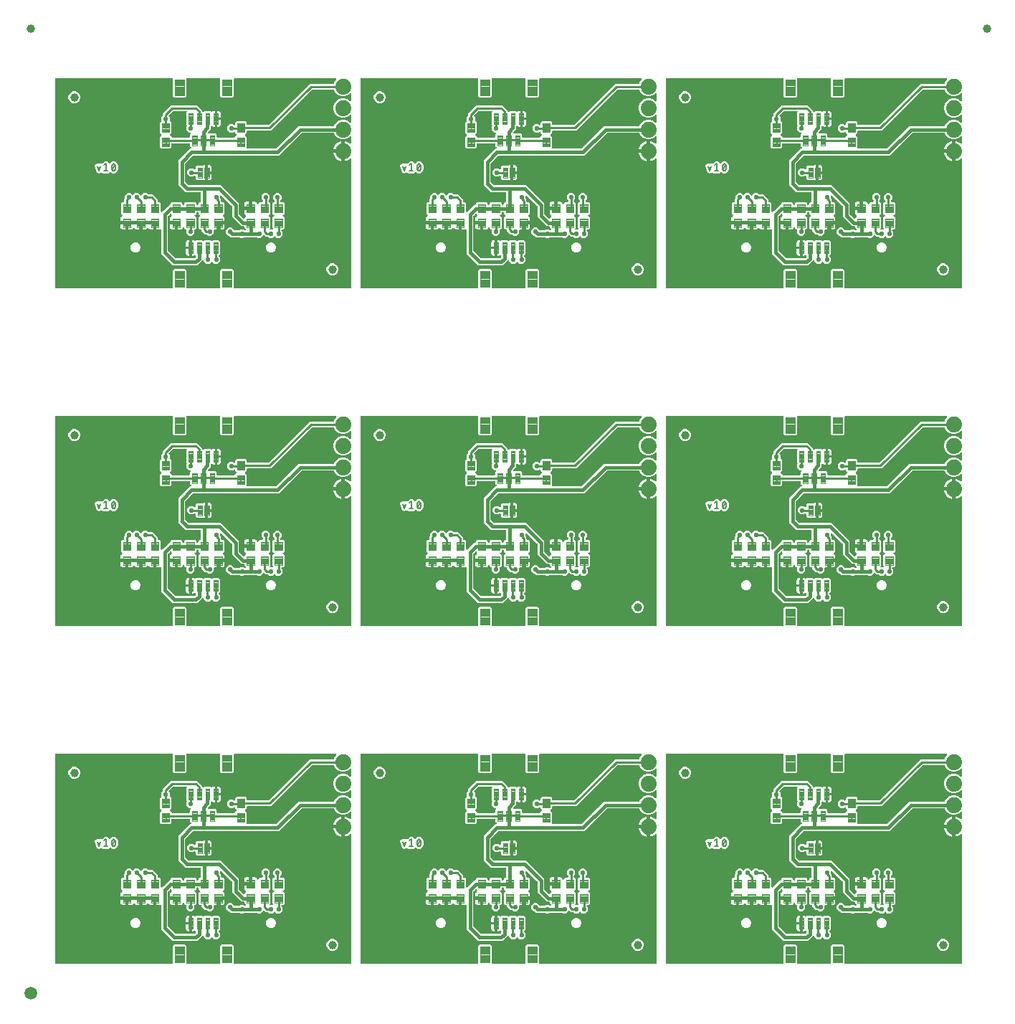
<source format=gtl>
G04 EAGLE Gerber RS-274X export*
G75*
%MOMM*%
%FSLAX34Y34*%
%LPD*%
%INTop Copper*%
%IPPOS*%
%AMOC8*
5,1,8,0,0,1.08239X$1,22.5*%
G01*
%ADD10C,0.203200*%
%ADD11C,0.100000*%
%ADD12C,1.000000*%
%ADD13C,0.096000*%
%ADD14C,0.102000*%
%ADD15C,1.879600*%
%ADD16C,0.099059*%
%ADD17C,0.101600*%
%ADD18C,1.500000*%
%ADD19C,0.406400*%
%ADD20C,0.554000*%
%ADD21C,0.254000*%

G36*
X409629Y857517D02*
X409629Y857517D01*
X409717Y857520D01*
X409769Y857537D01*
X409824Y857545D01*
X409904Y857580D01*
X409987Y857607D01*
X410026Y857635D01*
X410084Y857661D01*
X410197Y857757D01*
X410200Y857759D01*
X501432Y857759D01*
X501490Y857767D01*
X501548Y857765D01*
X501630Y857787D01*
X501714Y857799D01*
X501767Y857822D01*
X501823Y857837D01*
X501896Y857880D01*
X501973Y857915D01*
X502018Y857953D01*
X502068Y857982D01*
X502126Y858044D01*
X502190Y858098D01*
X502222Y858147D01*
X502262Y858190D01*
X502301Y858265D01*
X502348Y858335D01*
X502365Y858391D01*
X502392Y858443D01*
X502403Y858511D01*
X502433Y858606D01*
X502436Y858706D01*
X502447Y858774D01*
X502447Y879321D01*
X503919Y880793D01*
X517041Y880793D01*
X518513Y879321D01*
X518513Y858774D01*
X518521Y858716D01*
X518519Y858658D01*
X518541Y858576D01*
X518553Y858492D01*
X518576Y858439D01*
X518591Y858383D01*
X518634Y858310D01*
X518669Y858233D01*
X518707Y858188D01*
X518736Y858138D01*
X518798Y858080D01*
X518852Y858016D01*
X518901Y857984D01*
X518944Y857944D01*
X519019Y857905D01*
X519089Y857858D01*
X519145Y857841D01*
X519197Y857814D01*
X519265Y857803D01*
X519360Y857773D01*
X519460Y857770D01*
X519528Y857759D01*
X557432Y857759D01*
X557490Y857767D01*
X557548Y857765D01*
X557630Y857787D01*
X557714Y857799D01*
X557767Y857822D01*
X557823Y857837D01*
X557896Y857880D01*
X557973Y857915D01*
X558018Y857953D01*
X558068Y857982D01*
X558126Y858044D01*
X558190Y858098D01*
X558222Y858147D01*
X558262Y858190D01*
X558301Y858265D01*
X558348Y858335D01*
X558365Y858391D01*
X558392Y858443D01*
X558403Y858511D01*
X558433Y858606D01*
X558436Y858706D01*
X558447Y858774D01*
X558447Y879321D01*
X559919Y880793D01*
X573041Y880793D01*
X574513Y879321D01*
X574513Y858774D01*
X574521Y858716D01*
X574519Y858658D01*
X574541Y858576D01*
X574553Y858492D01*
X574576Y858439D01*
X574591Y858383D01*
X574634Y858310D01*
X574669Y858233D01*
X574707Y858188D01*
X574736Y858138D01*
X574798Y858080D01*
X574852Y858016D01*
X574901Y857984D01*
X574944Y857944D01*
X575019Y857905D01*
X575089Y857858D01*
X575145Y857841D01*
X575197Y857814D01*
X575265Y857803D01*
X575360Y857773D01*
X575460Y857770D01*
X575528Y857759D01*
X666757Y857759D01*
X666769Y857750D01*
X666833Y857690D01*
X666883Y857664D01*
X666927Y857631D01*
X667008Y857600D01*
X667086Y857560D01*
X667134Y857552D01*
X667192Y857530D01*
X667340Y857518D01*
X667417Y857505D01*
X712216Y857505D01*
X712274Y857513D01*
X712332Y857511D01*
X712414Y857533D01*
X712498Y857545D01*
X712551Y857569D01*
X712607Y857583D01*
X712680Y857626D01*
X712757Y857661D01*
X712802Y857699D01*
X712852Y857729D01*
X712910Y857790D01*
X712974Y857845D01*
X713006Y857893D01*
X713046Y857936D01*
X713085Y858011D01*
X713132Y858081D01*
X713149Y858137D01*
X713176Y858189D01*
X713187Y858257D01*
X713217Y858352D01*
X713220Y858452D01*
X713231Y858520D01*
X713231Y1010126D01*
X713227Y1010155D01*
X713230Y1010185D01*
X713207Y1010296D01*
X713191Y1010408D01*
X713179Y1010435D01*
X713174Y1010463D01*
X713121Y1010564D01*
X713075Y1010667D01*
X713056Y1010690D01*
X713043Y1010716D01*
X712965Y1010798D01*
X712892Y1010884D01*
X712867Y1010901D01*
X712847Y1010922D01*
X712749Y1010979D01*
X712655Y1011042D01*
X712627Y1011051D01*
X712602Y1011066D01*
X712492Y1011093D01*
X712384Y1011128D01*
X712355Y1011128D01*
X712326Y1011136D01*
X712213Y1011132D01*
X712100Y1011135D01*
X712071Y1011128D01*
X712042Y1011127D01*
X711934Y1011092D01*
X711825Y1011063D01*
X711799Y1011048D01*
X711771Y1011039D01*
X711707Y1010993D01*
X711580Y1010918D01*
X711537Y1010872D01*
X711498Y1010844D01*
X711357Y1010704D01*
X709837Y1009599D01*
X708163Y1008746D01*
X706376Y1008165D01*
X705611Y1008044D01*
X705611Y1018794D01*
X705603Y1018852D01*
X705605Y1018910D01*
X705583Y1018992D01*
X705571Y1019075D01*
X705547Y1019129D01*
X705533Y1019185D01*
X705490Y1019258D01*
X705455Y1019335D01*
X705417Y1019379D01*
X705387Y1019430D01*
X705326Y1019487D01*
X705271Y1019552D01*
X705223Y1019584D01*
X705180Y1019624D01*
X705105Y1019663D01*
X705035Y1019709D01*
X704979Y1019727D01*
X704927Y1019754D01*
X704859Y1019765D01*
X704764Y1019795D01*
X704664Y1019798D01*
X704596Y1019809D01*
X703579Y1019809D01*
X703579Y1019811D01*
X704596Y1019811D01*
X704654Y1019819D01*
X704712Y1019818D01*
X704794Y1019839D01*
X704877Y1019851D01*
X704931Y1019875D01*
X704987Y1019889D01*
X705060Y1019932D01*
X705137Y1019967D01*
X705182Y1020005D01*
X705232Y1020035D01*
X705290Y1020096D01*
X705354Y1020151D01*
X705386Y1020199D01*
X705426Y1020242D01*
X705465Y1020317D01*
X705511Y1020387D01*
X705529Y1020443D01*
X705556Y1020495D01*
X705567Y1020563D01*
X705597Y1020658D01*
X705600Y1020758D01*
X705611Y1020826D01*
X705611Y1031576D01*
X706376Y1031455D01*
X708163Y1030874D01*
X709837Y1030021D01*
X711357Y1028916D01*
X711498Y1028776D01*
X711522Y1028758D01*
X711541Y1028736D01*
X711635Y1028673D01*
X711725Y1028605D01*
X711753Y1028594D01*
X711777Y1028578D01*
X711885Y1028544D01*
X711991Y1028504D01*
X712020Y1028501D01*
X712048Y1028492D01*
X712161Y1028489D01*
X712274Y1028480D01*
X712303Y1028486D01*
X712332Y1028485D01*
X712442Y1028514D01*
X712553Y1028536D01*
X712579Y1028549D01*
X712607Y1028557D01*
X712705Y1028615D01*
X712805Y1028667D01*
X712827Y1028687D01*
X712852Y1028702D01*
X712929Y1028785D01*
X713011Y1028863D01*
X713026Y1028888D01*
X713046Y1028909D01*
X713098Y1029010D01*
X713155Y1029108D01*
X713162Y1029136D01*
X713176Y1029163D01*
X713189Y1029240D01*
X713225Y1029383D01*
X713223Y1029446D01*
X713231Y1029494D01*
X713231Y1036245D01*
X713227Y1036274D01*
X713230Y1036303D01*
X713207Y1036414D01*
X713191Y1036526D01*
X713179Y1036553D01*
X713174Y1036582D01*
X713121Y1036682D01*
X713075Y1036786D01*
X713056Y1036808D01*
X713043Y1036834D01*
X712965Y1036916D01*
X712892Y1037003D01*
X712867Y1037019D01*
X712847Y1037040D01*
X712749Y1037097D01*
X712655Y1037160D01*
X712627Y1037169D01*
X712602Y1037184D01*
X712492Y1037212D01*
X712384Y1037246D01*
X712354Y1037247D01*
X712326Y1037254D01*
X712213Y1037250D01*
X712100Y1037253D01*
X712071Y1037246D01*
X712042Y1037245D01*
X711934Y1037210D01*
X711825Y1037182D01*
X711799Y1037167D01*
X711771Y1037158D01*
X711707Y1037112D01*
X711580Y1037036D01*
X711537Y1036991D01*
X711498Y1036963D01*
X710055Y1035519D01*
X705854Y1033779D01*
X701306Y1033779D01*
X697105Y1035520D01*
X693890Y1038735D01*
X693151Y1040519D01*
X693150Y1040520D01*
X693150Y1040521D01*
X693079Y1040640D01*
X693006Y1040763D01*
X693005Y1040764D01*
X693004Y1040766D01*
X692900Y1040863D01*
X692800Y1040959D01*
X692798Y1040959D01*
X692797Y1040960D01*
X692671Y1041025D01*
X692547Y1041089D01*
X692545Y1041089D01*
X692544Y1041090D01*
X692529Y1041092D01*
X692268Y1041144D01*
X692237Y1041141D01*
X692213Y1041145D01*
X654884Y1041145D01*
X654798Y1041133D01*
X654710Y1041130D01*
X654658Y1041113D01*
X654603Y1041105D01*
X654523Y1041070D01*
X654440Y1041043D01*
X654400Y1041015D01*
X654343Y1040989D01*
X654230Y1040893D01*
X654166Y1040848D01*
X627794Y1014475D01*
X526614Y1014475D01*
X526528Y1014463D01*
X526440Y1014460D01*
X526388Y1014443D01*
X526333Y1014435D01*
X526253Y1014400D01*
X526170Y1014373D01*
X526130Y1014345D01*
X526073Y1014319D01*
X525960Y1014223D01*
X525896Y1014178D01*
X517442Y1005724D01*
X517390Y1005654D01*
X517330Y1005590D01*
X517304Y1005541D01*
X517271Y1005496D01*
X517240Y1005415D01*
X517200Y1005337D01*
X517192Y1005289D01*
X517170Y1005231D01*
X517158Y1005083D01*
X517145Y1005006D01*
X517145Y983814D01*
X517157Y983728D01*
X517160Y983640D01*
X517177Y983588D01*
X517185Y983533D01*
X517220Y983453D01*
X517247Y983370D01*
X517275Y983330D01*
X517301Y983273D01*
X517397Y983160D01*
X517442Y983096D01*
X520816Y979722D01*
X520886Y979670D01*
X520950Y979610D01*
X520999Y979584D01*
X521044Y979551D01*
X521125Y979520D01*
X521203Y979480D01*
X521251Y979472D01*
X521309Y979450D01*
X521457Y979438D01*
X521534Y979425D01*
X559214Y979425D01*
X561892Y976746D01*
X580645Y957994D01*
X580645Y945714D01*
X580657Y945628D01*
X580660Y945540D01*
X580677Y945488D01*
X580685Y945433D01*
X580720Y945353D01*
X580747Y945270D01*
X580775Y945230D01*
X580801Y945173D01*
X580897Y945060D01*
X580942Y944996D01*
X585594Y940344D01*
X585618Y940327D01*
X585637Y940304D01*
X585731Y940241D01*
X585821Y940173D01*
X585849Y940163D01*
X585873Y940147D01*
X585981Y940112D01*
X586087Y940072D01*
X586116Y940070D01*
X586144Y940061D01*
X586258Y940058D01*
X586370Y940049D01*
X586399Y940054D01*
X586428Y940054D01*
X586538Y940082D01*
X586649Y940104D01*
X586675Y940118D01*
X586703Y940125D01*
X586801Y940183D01*
X586901Y940235D01*
X586923Y940256D01*
X586948Y940271D01*
X587025Y940353D01*
X587107Y940431D01*
X587122Y940457D01*
X587142Y940478D01*
X587194Y940579D01*
X587251Y940677D01*
X587258Y940705D01*
X587272Y940731D01*
X587285Y940808D01*
X587321Y940952D01*
X587319Y941015D01*
X587327Y941062D01*
X587327Y941159D01*
X588865Y942697D01*
X588895Y942736D01*
X588931Y942769D01*
X588980Y942849D01*
X589036Y942924D01*
X589054Y942970D01*
X589079Y943012D01*
X589104Y943102D01*
X589138Y943190D01*
X589142Y943239D01*
X589155Y943286D01*
X589153Y943380D01*
X589161Y943473D01*
X589152Y943521D01*
X589151Y943570D01*
X589124Y943660D01*
X589105Y943752D01*
X589083Y943795D01*
X589069Y943842D01*
X589018Y943921D01*
X588974Y944005D01*
X588941Y944040D01*
X588914Y944081D01*
X588857Y944128D01*
X588779Y944211D01*
X588704Y944255D01*
X588655Y944294D01*
X587993Y944677D01*
X587427Y945243D01*
X587026Y945936D01*
X586819Y946710D01*
X586819Y950079D01*
X593344Y950079D01*
X593402Y950087D01*
X593460Y950085D01*
X593542Y950107D01*
X593625Y950119D01*
X593679Y950143D01*
X593735Y950157D01*
X593808Y950200D01*
X593885Y950235D01*
X593929Y950273D01*
X593980Y950303D01*
X594037Y950364D01*
X594102Y950419D01*
X594134Y950467D01*
X594174Y950510D01*
X594213Y950585D01*
X594259Y950655D01*
X594277Y950711D01*
X594304Y950763D01*
X594315Y950831D01*
X594345Y950926D01*
X594348Y951026D01*
X594359Y951094D01*
X594359Y952111D01*
X595376Y952111D01*
X595434Y952119D01*
X595492Y952118D01*
X595574Y952139D01*
X595657Y952151D01*
X595711Y952175D01*
X595767Y952189D01*
X595840Y952232D01*
X595917Y952267D01*
X595961Y952305D01*
X596012Y952335D01*
X596069Y952396D01*
X596134Y952451D01*
X596166Y952499D01*
X596206Y952542D01*
X596245Y952617D01*
X596291Y952687D01*
X596309Y952743D01*
X596336Y952795D01*
X596347Y952863D01*
X596377Y952958D01*
X596380Y953058D01*
X596391Y953126D01*
X596391Y960151D01*
X599260Y960151D01*
X600034Y959944D01*
X600727Y959543D01*
X601293Y958977D01*
X601694Y958284D01*
X601841Y957732D01*
X601845Y957723D01*
X601847Y957713D01*
X601870Y957660D01*
X601880Y957623D01*
X601907Y957578D01*
X601953Y957470D01*
X601959Y957463D01*
X601963Y957454D01*
X602023Y957383D01*
X602025Y957379D01*
X602031Y957374D01*
X602048Y957353D01*
X602132Y957250D01*
X602140Y957244D01*
X602147Y957237D01*
X602257Y957163D01*
X602366Y957088D01*
X602375Y957085D01*
X602383Y957079D01*
X602510Y957039D01*
X602635Y956997D01*
X602645Y956996D01*
X602654Y956993D01*
X602787Y956990D01*
X602919Y956984D01*
X602929Y956986D01*
X602938Y956986D01*
X603066Y957019D01*
X603195Y957051D01*
X603204Y957055D01*
X603213Y957058D01*
X603327Y957125D01*
X603443Y957191D01*
X603449Y957198D01*
X603458Y957203D01*
X603549Y957300D01*
X603641Y957395D01*
X603646Y957403D01*
X603652Y957410D01*
X603713Y957529D01*
X603775Y957645D01*
X603777Y957655D01*
X603782Y957664D01*
X603791Y957720D01*
X603808Y957799D01*
X603823Y957847D01*
X603824Y957873D01*
X603835Y957923D01*
X603831Y957959D01*
X603837Y957995D01*
X603837Y958159D01*
X605321Y959643D01*
X607822Y959643D01*
X607880Y959651D01*
X607938Y959649D01*
X608020Y959671D01*
X608104Y959683D01*
X608157Y959706D01*
X608213Y959721D01*
X608286Y959764D01*
X608363Y959799D01*
X608408Y959837D01*
X608458Y959866D01*
X608516Y959928D01*
X608580Y959982D01*
X608612Y960031D01*
X608652Y960074D01*
X608691Y960149D01*
X608738Y960219D01*
X608755Y960275D01*
X608782Y960327D01*
X608793Y960395D01*
X608823Y960490D01*
X608826Y960590D01*
X608837Y960658D01*
X608837Y961290D01*
X608825Y961377D01*
X608822Y961464D01*
X608805Y961517D01*
X608797Y961572D01*
X608762Y961651D01*
X608735Y961735D01*
X608707Y961774D01*
X608681Y961831D01*
X608585Y961944D01*
X608540Y962008D01*
X607337Y963211D01*
X607337Y967189D01*
X610151Y970003D01*
X614129Y970003D01*
X616943Y967189D01*
X616943Y963211D01*
X615740Y962008D01*
X615688Y961938D01*
X615628Y961874D01*
X615602Y961825D01*
X615569Y961781D01*
X615538Y961699D01*
X615498Y961621D01*
X615490Y961574D01*
X615468Y961515D01*
X615456Y961367D01*
X615443Y961290D01*
X615443Y960658D01*
X615451Y960600D01*
X615449Y960542D01*
X615471Y960460D01*
X615483Y960376D01*
X615506Y960323D01*
X615521Y960267D01*
X615564Y960194D01*
X615599Y960117D01*
X615637Y960072D01*
X615666Y960022D01*
X615728Y959964D01*
X615782Y959900D01*
X615831Y959868D01*
X615874Y959828D01*
X615949Y959789D01*
X616019Y959742D01*
X616075Y959725D01*
X616127Y959698D01*
X616195Y959687D01*
X616290Y959657D01*
X616390Y959654D01*
X616411Y959651D01*
X617903Y958159D01*
X617903Y946061D01*
X616170Y944328D01*
X616135Y944281D01*
X616092Y944241D01*
X616049Y944168D01*
X615999Y944101D01*
X615978Y944046D01*
X615948Y943996D01*
X615928Y943914D01*
X615898Y943835D01*
X615893Y943777D01*
X615878Y943720D01*
X615881Y943636D01*
X615874Y943552D01*
X615886Y943494D01*
X615887Y943436D01*
X615913Y943356D01*
X615930Y943273D01*
X615957Y943221D01*
X615975Y943165D01*
X616015Y943109D01*
X616061Y943021D01*
X616130Y942948D01*
X616170Y942892D01*
X617903Y941159D01*
X617903Y929061D01*
X617398Y928556D01*
X617380Y928532D01*
X617358Y928513D01*
X617295Y928419D01*
X617227Y928329D01*
X617216Y928301D01*
X617200Y928277D01*
X617166Y928169D01*
X617126Y928063D01*
X617123Y928034D01*
X617114Y928006D01*
X617111Y927892D01*
X617102Y927780D01*
X617108Y927751D01*
X617107Y927722D01*
X617136Y927612D01*
X617158Y927501D01*
X617171Y927475D01*
X617179Y927447D01*
X617237Y927349D01*
X617289Y927249D01*
X617309Y927227D01*
X617324Y927202D01*
X617407Y927125D01*
X617485Y927043D01*
X617510Y927028D01*
X617531Y927008D01*
X617632Y926956D01*
X617730Y926899D01*
X617758Y926892D01*
X617785Y926878D01*
X617862Y926865D01*
X618005Y926829D01*
X618068Y926831D01*
X618116Y926823D01*
X620134Y926823D01*
X620164Y926827D01*
X620193Y926824D01*
X620304Y926847D01*
X620416Y926863D01*
X620443Y926875D01*
X620471Y926880D01*
X620572Y926933D01*
X620675Y926979D01*
X620698Y926998D01*
X620724Y927011D01*
X620806Y927089D01*
X620892Y927162D01*
X620909Y927187D01*
X620930Y927207D01*
X620987Y927305D01*
X621050Y927399D01*
X621059Y927427D01*
X621074Y927452D01*
X621102Y927562D01*
X621136Y927670D01*
X621136Y927700D01*
X621144Y927728D01*
X621140Y927841D01*
X621143Y927954D01*
X621136Y927983D01*
X621135Y928012D01*
X621100Y928120D01*
X621071Y928229D01*
X621056Y928255D01*
X621047Y928283D01*
X621002Y928347D01*
X620926Y928474D01*
X620880Y928517D01*
X620852Y928556D01*
X620347Y929061D01*
X620347Y941159D01*
X622080Y942892D01*
X622115Y942939D01*
X622158Y942979D01*
X622201Y943052D01*
X622251Y943119D01*
X622272Y943174D01*
X622302Y943224D01*
X622322Y943306D01*
X622352Y943385D01*
X622357Y943443D01*
X622372Y943500D01*
X622369Y943584D01*
X622376Y943668D01*
X622364Y943726D01*
X622363Y943784D01*
X622337Y943864D01*
X622320Y943947D01*
X622293Y943999D01*
X622275Y944055D01*
X622235Y944111D01*
X622189Y944199D01*
X622120Y944272D01*
X622080Y944328D01*
X620347Y946061D01*
X620347Y958159D01*
X621837Y959649D01*
X621850Y959651D01*
X621908Y959649D01*
X621990Y959671D01*
X622074Y959683D01*
X622127Y959706D01*
X622183Y959721D01*
X622256Y959764D01*
X622333Y959799D01*
X622378Y959837D01*
X622428Y959866D01*
X622486Y959928D01*
X622550Y959982D01*
X622582Y960031D01*
X622622Y960074D01*
X622661Y960149D01*
X622708Y960219D01*
X622725Y960275D01*
X622752Y960327D01*
X622763Y960395D01*
X622793Y960490D01*
X622796Y960590D01*
X622807Y960658D01*
X622807Y961290D01*
X622795Y961377D01*
X622792Y961464D01*
X622775Y961517D01*
X622767Y961572D01*
X622732Y961651D01*
X622705Y961735D01*
X622677Y961774D01*
X622651Y961831D01*
X622555Y961944D01*
X622510Y962008D01*
X621307Y963211D01*
X621307Y967189D01*
X624121Y970003D01*
X628099Y970003D01*
X630913Y967189D01*
X630913Y963211D01*
X629710Y962008D01*
X629658Y961938D01*
X629598Y961874D01*
X629572Y961825D01*
X629539Y961781D01*
X629508Y961699D01*
X629468Y961621D01*
X629460Y961574D01*
X629438Y961515D01*
X629426Y961367D01*
X629413Y961290D01*
X629413Y960658D01*
X629421Y960600D01*
X629419Y960542D01*
X629441Y960460D01*
X629453Y960376D01*
X629476Y960323D01*
X629491Y960267D01*
X629534Y960194D01*
X629569Y960117D01*
X629607Y960072D01*
X629636Y960022D01*
X629698Y959964D01*
X629752Y959900D01*
X629801Y959868D01*
X629844Y959828D01*
X629919Y959789D01*
X629989Y959742D01*
X630045Y959725D01*
X630097Y959698D01*
X630165Y959687D01*
X630260Y959657D01*
X630360Y959654D01*
X630428Y959643D01*
X632929Y959643D01*
X634413Y958159D01*
X634413Y946061D01*
X632680Y944328D01*
X632645Y944281D01*
X632602Y944241D01*
X632559Y944168D01*
X632509Y944101D01*
X632488Y944046D01*
X632458Y943996D01*
X632438Y943914D01*
X632408Y943835D01*
X632403Y943777D01*
X632388Y943720D01*
X632391Y943636D01*
X632384Y943552D01*
X632396Y943494D01*
X632397Y943436D01*
X632423Y943356D01*
X632440Y943273D01*
X632467Y943221D01*
X632485Y943165D01*
X632525Y943109D01*
X632571Y943021D01*
X632640Y942948D01*
X632680Y942892D01*
X634413Y941159D01*
X634413Y929061D01*
X632929Y927577D01*
X631698Y927577D01*
X631640Y927569D01*
X631582Y927571D01*
X631500Y927549D01*
X631416Y927537D01*
X631363Y927514D01*
X631307Y927499D01*
X631234Y927456D01*
X631157Y927421D01*
X631112Y927383D01*
X631062Y927354D01*
X631004Y927292D01*
X630940Y927238D01*
X630908Y927189D01*
X630868Y927146D01*
X630829Y927071D01*
X630782Y927001D01*
X630765Y926945D01*
X630738Y926893D01*
X630727Y926825D01*
X630697Y926730D01*
X630694Y926630D01*
X630683Y926562D01*
X630683Y925930D01*
X630695Y925843D01*
X630698Y925756D01*
X630715Y925703D01*
X630723Y925648D01*
X630758Y925569D01*
X630785Y925485D01*
X630813Y925446D01*
X630839Y925389D01*
X630935Y925276D01*
X630980Y925212D01*
X632183Y924009D01*
X632183Y920031D01*
X629369Y917217D01*
X625391Y917217D01*
X623653Y918955D01*
X623606Y918990D01*
X623566Y919033D01*
X623493Y919075D01*
X623426Y919126D01*
X623371Y919147D01*
X623321Y919176D01*
X623239Y919197D01*
X623160Y919227D01*
X623102Y919232D01*
X623045Y919246D01*
X622961Y919244D01*
X622877Y919251D01*
X622819Y919239D01*
X622761Y919237D01*
X622681Y919211D01*
X622598Y919195D01*
X622546Y919168D01*
X622490Y919150D01*
X622434Y919110D01*
X622346Y919064D01*
X622273Y918995D01*
X622217Y918955D01*
X620479Y917217D01*
X616501Y917217D01*
X615298Y918420D01*
X615228Y918472D01*
X615164Y918532D01*
X615115Y918558D01*
X615071Y918591D01*
X614989Y918622D01*
X614911Y918662D01*
X614864Y918670D01*
X614805Y918692D01*
X614657Y918704D01*
X614580Y918717D01*
X612042Y918717D01*
X610744Y920016D01*
X610697Y920051D01*
X610657Y920093D01*
X610584Y920136D01*
X610516Y920187D01*
X610462Y920207D01*
X610411Y920237D01*
X610330Y920258D01*
X610251Y920288D01*
X610192Y920293D01*
X610136Y920307D01*
X610051Y920304D01*
X609967Y920311D01*
X609910Y920300D01*
X609852Y920298D01*
X609771Y920272D01*
X609689Y920255D01*
X609637Y920229D01*
X609581Y920211D01*
X609525Y920170D01*
X609436Y920124D01*
X609364Y920056D01*
X609308Y920016D01*
X606509Y917217D01*
X602531Y917217D01*
X602090Y917658D01*
X602020Y917710D01*
X601956Y917770D01*
X601907Y917796D01*
X601863Y917829D01*
X601781Y917860D01*
X601703Y917900D01*
X601656Y917908D01*
X601597Y917930D01*
X601449Y917942D01*
X601372Y917955D01*
X587348Y917955D01*
X587261Y917943D01*
X587174Y917940D01*
X587121Y917923D01*
X587066Y917915D01*
X586987Y917880D01*
X586903Y917853D01*
X586864Y917825D01*
X586807Y917799D01*
X586694Y917703D01*
X586630Y917658D01*
X586189Y917217D01*
X582211Y917217D01*
X581770Y917658D01*
X581700Y917710D01*
X581636Y917770D01*
X581587Y917796D01*
X581543Y917829D01*
X581461Y917860D01*
X581383Y917900D01*
X581336Y917908D01*
X581277Y917930D01*
X581129Y917942D01*
X581052Y917955D01*
X571086Y917955D01*
X569582Y919460D01*
X569512Y919512D01*
X569448Y919572D01*
X569399Y919598D01*
X569354Y919631D01*
X569273Y919662D01*
X569195Y919702D01*
X569147Y919710D01*
X569089Y919732D01*
X568941Y919744D01*
X568864Y919757D01*
X568241Y919757D01*
X565427Y922571D01*
X565427Y926549D01*
X568241Y929363D01*
X572219Y929363D01*
X575200Y926382D01*
X575270Y926330D01*
X575334Y926270D01*
X575383Y926244D01*
X575427Y926211D01*
X575509Y926180D01*
X575587Y926140D01*
X575634Y926132D01*
X575693Y926110D01*
X575841Y926098D01*
X575918Y926085D01*
X581052Y926085D01*
X581139Y926097D01*
X581226Y926100D01*
X581279Y926117D01*
X581334Y926125D01*
X581413Y926160D01*
X581497Y926187D01*
X581536Y926215D01*
X581593Y926241D01*
X581706Y926337D01*
X581770Y926382D01*
X582211Y926823D01*
X586189Y926823D01*
X586630Y926382D01*
X586700Y926330D01*
X586764Y926270D01*
X586813Y926244D01*
X586857Y926211D01*
X586939Y926180D01*
X587017Y926140D01*
X587064Y926132D01*
X587123Y926110D01*
X587271Y926098D01*
X587348Y926085D01*
X587852Y926085D01*
X587882Y926089D01*
X587911Y926086D01*
X588022Y926109D01*
X588134Y926125D01*
X588161Y926137D01*
X588189Y926142D01*
X588290Y926195D01*
X588393Y926241D01*
X588416Y926260D01*
X588442Y926273D01*
X588524Y926351D01*
X588610Y926424D01*
X588627Y926449D01*
X588648Y926469D01*
X588705Y926567D01*
X588768Y926661D01*
X588777Y926689D01*
X588792Y926714D01*
X588819Y926824D01*
X588854Y926932D01*
X588854Y926962D01*
X588862Y926990D01*
X588858Y927103D01*
X588861Y927216D01*
X588854Y927245D01*
X588853Y927274D01*
X588818Y927382D01*
X588789Y927491D01*
X588774Y927517D01*
X588765Y927545D01*
X588720Y927609D01*
X588644Y927736D01*
X588598Y927779D01*
X588570Y927818D01*
X587327Y929061D01*
X587327Y930030D01*
X587319Y930088D01*
X587321Y930146D01*
X587299Y930228D01*
X587287Y930312D01*
X587264Y930365D01*
X587249Y930421D01*
X587206Y930494D01*
X587171Y930571D01*
X587133Y930616D01*
X587104Y930666D01*
X587042Y930724D01*
X586988Y930788D01*
X586939Y930820D01*
X586896Y930860D01*
X586821Y930899D01*
X586751Y930946D01*
X586695Y930963D01*
X586643Y930990D01*
X586575Y931001D01*
X586480Y931031D01*
X586380Y931034D01*
X586312Y931045D01*
X583396Y931045D01*
X572515Y941926D01*
X572515Y954206D01*
X572503Y954292D01*
X572500Y954380D01*
X572483Y954432D01*
X572475Y954487D01*
X572440Y954567D01*
X572413Y954650D01*
X572385Y954690D01*
X572359Y954747D01*
X572263Y954860D01*
X572218Y954924D01*
X560256Y966886D01*
X560232Y966903D01*
X560213Y966926D01*
X560158Y966963D01*
X560153Y966967D01*
X560146Y966971D01*
X560119Y966989D01*
X560029Y967057D01*
X560001Y967067D01*
X559977Y967083D01*
X559869Y967118D01*
X559763Y967158D01*
X559734Y967160D01*
X559706Y967169D01*
X559592Y967172D01*
X559480Y967181D01*
X559451Y967176D01*
X559422Y967176D01*
X559312Y967148D01*
X559201Y967126D01*
X559175Y967112D01*
X559147Y967105D01*
X559049Y967047D01*
X558949Y966995D01*
X558927Y966974D01*
X558902Y966959D01*
X558825Y966877D01*
X558743Y966799D01*
X558728Y966773D01*
X558708Y966752D01*
X558656Y966651D01*
X558599Y966553D01*
X558592Y966525D01*
X558578Y966499D01*
X558565Y966422D01*
X558529Y966278D01*
X558531Y966215D01*
X558523Y966168D01*
X558523Y964219D01*
X558535Y964132D01*
X558538Y964045D01*
X558555Y963992D01*
X558563Y963937D01*
X558598Y963857D01*
X558625Y963774D01*
X558653Y963735D01*
X558679Y963678D01*
X558775Y963564D01*
X558820Y963501D01*
X559563Y962758D01*
X559563Y960658D01*
X559571Y960600D01*
X559569Y960542D01*
X559591Y960460D01*
X559603Y960376D01*
X559626Y960323D01*
X559641Y960267D01*
X559684Y960194D01*
X559719Y960117D01*
X559757Y960072D01*
X559786Y960022D01*
X559848Y959964D01*
X559902Y959900D01*
X559951Y959868D01*
X559994Y959828D01*
X560069Y959789D01*
X560139Y959742D01*
X560195Y959725D01*
X560247Y959698D01*
X560315Y959687D01*
X560410Y959657D01*
X560510Y959654D01*
X560578Y959643D01*
X561809Y959643D01*
X563293Y958159D01*
X563293Y946061D01*
X561755Y944523D01*
X561725Y944484D01*
X561689Y944451D01*
X561640Y944371D01*
X561584Y944296D01*
X561566Y944250D01*
X561541Y944208D01*
X561516Y944118D01*
X561482Y944030D01*
X561478Y943981D01*
X561465Y943934D01*
X561467Y943840D01*
X561459Y943747D01*
X561468Y943699D01*
X561469Y943650D01*
X561496Y943560D01*
X561515Y943468D01*
X561537Y943425D01*
X561551Y943378D01*
X561602Y943299D01*
X561646Y943215D01*
X561677Y943182D01*
X561687Y943165D01*
X561691Y943162D01*
X561706Y943139D01*
X561763Y943092D01*
X561841Y943009D01*
X561874Y942991D01*
X561895Y942971D01*
X561935Y942950D01*
X561965Y942926D01*
X562627Y942543D01*
X563193Y941977D01*
X563594Y941284D01*
X563801Y940510D01*
X563801Y937141D01*
X557276Y937141D01*
X557218Y937133D01*
X557160Y937134D01*
X557078Y937113D01*
X556995Y937101D01*
X556941Y937077D01*
X556885Y937063D01*
X556812Y937020D01*
X556735Y936985D01*
X556691Y936947D01*
X556640Y936917D01*
X556583Y936856D01*
X556518Y936801D01*
X556486Y936753D01*
X556446Y936710D01*
X556407Y936635D01*
X556361Y936565D01*
X556343Y936509D01*
X556316Y936457D01*
X556305Y936389D01*
X556275Y936294D01*
X556272Y936194D01*
X556261Y936126D01*
X556261Y935109D01*
X555244Y935109D01*
X555186Y935101D01*
X555128Y935102D01*
X555046Y935081D01*
X554963Y935069D01*
X554909Y935045D01*
X554853Y935031D01*
X554780Y934988D01*
X554703Y934953D01*
X554658Y934915D01*
X554608Y934885D01*
X554550Y934824D01*
X554486Y934769D01*
X554454Y934721D01*
X554414Y934678D01*
X554375Y934603D01*
X554329Y934533D01*
X554311Y934477D01*
X554284Y934425D01*
X554273Y934357D01*
X554243Y934262D01*
X554240Y934162D01*
X554229Y934094D01*
X554229Y927069D01*
X551918Y927069D01*
X551860Y927061D01*
X551802Y927063D01*
X551720Y927041D01*
X551636Y927029D01*
X551583Y927006D01*
X551527Y926991D01*
X551454Y926948D01*
X551377Y926913D01*
X551332Y926875D01*
X551282Y926846D01*
X551224Y926784D01*
X551160Y926730D01*
X551128Y926681D01*
X551088Y926638D01*
X551049Y926563D01*
X551002Y926493D01*
X550985Y926437D01*
X550958Y926385D01*
X550947Y926317D01*
X550917Y926222D01*
X550914Y926122D01*
X550903Y926054D01*
X550903Y922571D01*
X548089Y919757D01*
X544111Y919757D01*
X542908Y920960D01*
X542838Y921012D01*
X542774Y921072D01*
X542725Y921098D01*
X542681Y921131D01*
X542599Y921162D01*
X542521Y921202D01*
X542474Y921210D01*
X542415Y921232D01*
X542267Y921244D01*
X542190Y921257D01*
X540922Y921257D01*
X536447Y925732D01*
X536447Y926562D01*
X536440Y926617D01*
X536441Y926658D01*
X536440Y926660D01*
X536441Y926678D01*
X536419Y926760D01*
X536407Y926844D01*
X536384Y926897D01*
X536369Y926953D01*
X536326Y927026D01*
X536291Y927103D01*
X536253Y927148D01*
X536224Y927198D01*
X536162Y927256D01*
X536108Y927320D01*
X536059Y927352D01*
X536016Y927392D01*
X535941Y927431D01*
X535871Y927478D01*
X535815Y927495D01*
X535763Y927522D01*
X535695Y927533D01*
X535600Y927563D01*
X535500Y927566D01*
X535432Y927577D01*
X534201Y927577D01*
X532717Y929061D01*
X532717Y941159D01*
X534450Y942892D01*
X534485Y942939D01*
X534528Y942979D01*
X534571Y943052D01*
X534621Y943119D01*
X534642Y943174D01*
X534672Y943224D01*
X534692Y943306D01*
X534722Y943385D01*
X534727Y943443D01*
X534742Y943500D01*
X534739Y943584D01*
X534746Y943668D01*
X534734Y943726D01*
X534733Y943784D01*
X534707Y943864D01*
X534690Y943947D01*
X534663Y943999D01*
X534645Y944055D01*
X534605Y944111D01*
X534559Y944199D01*
X534490Y944272D01*
X534450Y944328D01*
X532717Y946061D01*
X532717Y947030D01*
X532709Y947088D01*
X532711Y947146D01*
X532689Y947228D01*
X532677Y947312D01*
X532654Y947365D01*
X532639Y947421D01*
X532596Y947494D01*
X532561Y947571D01*
X532523Y947616D01*
X532494Y947666D01*
X532432Y947724D01*
X532378Y947788D01*
X532329Y947820D01*
X532286Y947860D01*
X532211Y947899D01*
X532141Y947946D01*
X532085Y947963D01*
X532033Y947990D01*
X531965Y948001D01*
X531870Y948031D01*
X531770Y948034D01*
X531702Y948045D01*
X531288Y948045D01*
X531230Y948037D01*
X531172Y948039D01*
X531090Y948017D01*
X531006Y948005D01*
X530953Y947982D01*
X530897Y947967D01*
X530824Y947924D01*
X530747Y947889D01*
X530702Y947851D01*
X530652Y947822D01*
X530594Y947760D01*
X530530Y947706D01*
X530498Y947657D01*
X530458Y947614D01*
X530419Y947539D01*
X530372Y947469D01*
X530355Y947413D01*
X530328Y947361D01*
X530317Y947293D01*
X530287Y947198D01*
X530284Y947098D01*
X530273Y947030D01*
X530273Y946061D01*
X528540Y944328D01*
X528505Y944281D01*
X528462Y944241D01*
X528419Y944168D01*
X528369Y944101D01*
X528348Y944046D01*
X528318Y943996D01*
X528298Y943914D01*
X528268Y943835D01*
X528263Y943777D01*
X528248Y943720D01*
X528251Y943636D01*
X528244Y943552D01*
X528256Y943494D01*
X528257Y943436D01*
X528283Y943356D01*
X528300Y943273D01*
X528327Y943221D01*
X528345Y943165D01*
X528385Y943109D01*
X528431Y943021D01*
X528500Y942948D01*
X528540Y942892D01*
X530273Y941159D01*
X530273Y929061D01*
X528727Y927515D01*
X528723Y927514D01*
X528667Y927499D01*
X528594Y927456D01*
X528517Y927421D01*
X528472Y927383D01*
X528422Y927354D01*
X528364Y927292D01*
X528300Y927238D01*
X528268Y927189D01*
X528228Y927146D01*
X528189Y927071D01*
X528142Y927001D01*
X528125Y926945D01*
X528098Y926893D01*
X528087Y926825D01*
X528057Y926730D01*
X528054Y926630D01*
X528043Y926562D01*
X528043Y922571D01*
X525229Y919757D01*
X521251Y919757D01*
X518437Y922571D01*
X518437Y926562D01*
X518430Y926617D01*
X518431Y926658D01*
X518430Y926660D01*
X518431Y926678D01*
X518409Y926760D01*
X518397Y926844D01*
X518374Y926897D01*
X518359Y926953D01*
X518316Y927026D01*
X518281Y927103D01*
X518243Y927148D01*
X518214Y927198D01*
X518152Y927256D01*
X518098Y927320D01*
X518049Y927352D01*
X518006Y927392D01*
X517931Y927431D01*
X517861Y927478D01*
X517805Y927495D01*
X517753Y927522D01*
X517745Y927523D01*
X516207Y929061D01*
X516207Y929225D01*
X516206Y929235D01*
X516207Y929245D01*
X516186Y929376D01*
X516167Y929507D01*
X516163Y929516D01*
X516162Y929526D01*
X516106Y929644D01*
X516051Y929766D01*
X516045Y929774D01*
X516041Y929783D01*
X515953Y929882D01*
X515868Y929983D01*
X515859Y929989D01*
X515853Y929996D01*
X515742Y930067D01*
X515631Y930141D01*
X515621Y930144D01*
X515613Y930149D01*
X515487Y930186D01*
X515360Y930227D01*
X515350Y930227D01*
X515341Y930230D01*
X515208Y930231D01*
X515076Y930234D01*
X515066Y930231D01*
X515056Y930232D01*
X514928Y930195D01*
X514801Y930162D01*
X514792Y930157D01*
X514783Y930154D01*
X514669Y930084D01*
X514556Y930017D01*
X514549Y930010D01*
X514541Y930005D01*
X514452Y929906D01*
X514362Y929810D01*
X514357Y929801D01*
X514351Y929794D01*
X514327Y929742D01*
X514232Y929556D01*
X514226Y929521D01*
X514211Y929488D01*
X514064Y928936D01*
X513663Y928243D01*
X513097Y927677D01*
X512404Y927276D01*
X511630Y927069D01*
X508761Y927069D01*
X508761Y934094D01*
X508753Y934152D01*
X508754Y934210D01*
X508733Y934292D01*
X508721Y934375D01*
X508697Y934429D01*
X508683Y934485D01*
X508640Y934558D01*
X508605Y934635D01*
X508567Y934679D01*
X508537Y934730D01*
X508476Y934787D01*
X508421Y934852D01*
X508373Y934884D01*
X508330Y934924D01*
X508255Y934963D01*
X508185Y935009D01*
X508129Y935027D01*
X508077Y935054D01*
X508009Y935065D01*
X507914Y935095D01*
X507814Y935098D01*
X507746Y935109D01*
X506729Y935109D01*
X506729Y936126D01*
X506721Y936184D01*
X506722Y936242D01*
X506701Y936324D01*
X506689Y936407D01*
X506665Y936461D01*
X506651Y936517D01*
X506608Y936590D01*
X506573Y936667D01*
X506535Y936711D01*
X506505Y936762D01*
X506444Y936819D01*
X506389Y936884D01*
X506341Y936916D01*
X506298Y936956D01*
X506223Y936995D01*
X506153Y937041D01*
X506097Y937059D01*
X506045Y937086D01*
X505977Y937097D01*
X505882Y937127D01*
X505782Y937130D01*
X505714Y937141D01*
X499189Y937141D01*
X499189Y940510D01*
X499396Y941284D01*
X499797Y941977D01*
X500363Y942543D01*
X501025Y942926D01*
X501038Y942936D01*
X501052Y942942D01*
X501076Y942962D01*
X501107Y942978D01*
X501175Y943043D01*
X501249Y943101D01*
X501264Y943121D01*
X501269Y943126D01*
X501281Y943143D01*
X501313Y943174D01*
X501361Y943255D01*
X501416Y943331D01*
X501432Y943377D01*
X501457Y943419D01*
X501480Y943510D01*
X501512Y943599D01*
X501515Y943648D01*
X501527Y943695D01*
X501524Y943788D01*
X501530Y943882D01*
X501519Y943930D01*
X501518Y943979D01*
X501489Y944068D01*
X501469Y944160D01*
X501445Y944203D01*
X501430Y944249D01*
X501387Y944310D01*
X501333Y944410D01*
X501272Y944472D01*
X501235Y944523D01*
X500411Y945347D01*
X500365Y945382D01*
X500324Y945425D01*
X500251Y945467D01*
X500184Y945518D01*
X500129Y945539D01*
X500079Y945568D01*
X499997Y945589D01*
X499918Y945619D01*
X499860Y945624D01*
X499803Y945638D01*
X499719Y945636D01*
X499635Y945643D01*
X499578Y945631D01*
X499519Y945629D01*
X499439Y945603D01*
X499356Y945587D01*
X499304Y945560D01*
X499249Y945542D01*
X499193Y945502D01*
X499104Y945456D01*
X499032Y945387D01*
X498975Y945347D01*
X497122Y943494D01*
X497108Y943475D01*
X497092Y943461D01*
X497061Y943415D01*
X497010Y943360D01*
X496984Y943311D01*
X496951Y943266D01*
X496936Y943227D01*
X496934Y943225D01*
X496930Y943212D01*
X496920Y943185D01*
X496880Y943107D01*
X496872Y943059D01*
X496850Y943001D01*
X496838Y942853D01*
X496825Y942776D01*
X496825Y902534D01*
X496837Y902448D01*
X496840Y902360D01*
X496857Y902308D01*
X496865Y902253D01*
X496900Y902173D01*
X496927Y902090D01*
X496955Y902050D01*
X496981Y901993D01*
X497077Y901880D01*
X497122Y901816D01*
X505576Y893362D01*
X505646Y893310D01*
X505710Y893250D01*
X505759Y893224D01*
X505804Y893191D01*
X505885Y893160D01*
X505963Y893120D01*
X506011Y893112D01*
X506069Y893090D01*
X506217Y893078D01*
X506294Y893065D01*
X527566Y893065D01*
X527652Y893077D01*
X527740Y893080D01*
X527792Y893097D01*
X527847Y893105D01*
X527927Y893140D01*
X528010Y893167D01*
X528050Y893195D01*
X528107Y893221D01*
X528220Y893317D01*
X528284Y893362D01*
X529118Y894196D01*
X529170Y894266D01*
X529230Y894330D01*
X529256Y894379D01*
X529289Y894423D01*
X529320Y894505D01*
X529360Y894583D01*
X529368Y894631D01*
X529390Y894689D01*
X529402Y894837D01*
X529415Y894914D01*
X529415Y895978D01*
X529410Y896017D01*
X529412Y896056D01*
X529390Y896157D01*
X529375Y896259D01*
X529359Y896295D01*
X529351Y896333D01*
X529302Y896424D01*
X529259Y896519D01*
X529234Y896549D01*
X529215Y896583D01*
X529142Y896657D01*
X529076Y896736D01*
X529043Y896758D01*
X529016Y896785D01*
X528925Y896836D01*
X528839Y896893D01*
X528802Y896905D01*
X528768Y896924D01*
X528667Y896948D01*
X528568Y896979D01*
X528529Y896980D01*
X528491Y896989D01*
X528387Y896984D01*
X528284Y896987D01*
X528246Y896977D01*
X528207Y896975D01*
X528134Y896947D01*
X528009Y896915D01*
X527945Y896877D01*
X527892Y896857D01*
X527148Y896427D01*
X526372Y896219D01*
X524979Y896219D01*
X524979Y905026D01*
X524971Y905084D01*
X524973Y905142D01*
X524951Y905224D01*
X524939Y905307D01*
X524916Y905361D01*
X524901Y905417D01*
X524858Y905490D01*
X524849Y905509D01*
X524880Y905555D01*
X524897Y905611D01*
X524924Y905663D01*
X524935Y905731D01*
X524965Y905826D01*
X524968Y905926D01*
X524979Y905994D01*
X524979Y914801D01*
X526372Y914801D01*
X527148Y914593D01*
X527843Y914191D01*
X528121Y913913D01*
X528168Y913878D01*
X528208Y913836D01*
X528281Y913793D01*
X528348Y913742D01*
X528403Y913721D01*
X528454Y913692D01*
X528535Y913671D01*
X528614Y913641D01*
X528673Y913636D01*
X528729Y913622D01*
X528813Y913624D01*
X528897Y913617D01*
X528955Y913629D01*
X529013Y913631D01*
X529093Y913657D01*
X529176Y913673D01*
X529228Y913700D01*
X529284Y913718D01*
X529340Y913758D01*
X529428Y913804D01*
X529501Y913873D01*
X529557Y913913D01*
X529937Y914293D01*
X537023Y914293D01*
X537762Y913554D01*
X537809Y913519D01*
X537849Y913476D01*
X537922Y913434D01*
X537989Y913383D01*
X538044Y913362D01*
X538094Y913333D01*
X538176Y913312D01*
X538255Y913282D01*
X538313Y913277D01*
X538370Y913262D01*
X538454Y913265D01*
X538538Y913258D01*
X538596Y913270D01*
X538654Y913272D01*
X538734Y913297D01*
X538817Y913314D01*
X538869Y913341D01*
X538925Y913359D01*
X538981Y913399D01*
X539069Y913445D01*
X539142Y913514D01*
X539198Y913554D01*
X539937Y914293D01*
X547023Y914293D01*
X547762Y913554D01*
X547809Y913519D01*
X547849Y913476D01*
X547922Y913434D01*
X547989Y913383D01*
X548044Y913362D01*
X548094Y913333D01*
X548176Y913312D01*
X548255Y913282D01*
X548313Y913277D01*
X548370Y913262D01*
X548454Y913265D01*
X548538Y913258D01*
X548596Y913270D01*
X548654Y913272D01*
X548734Y913297D01*
X548817Y913314D01*
X548869Y913341D01*
X548925Y913359D01*
X548981Y913399D01*
X549069Y913445D01*
X549142Y913514D01*
X549198Y913554D01*
X549937Y914293D01*
X557023Y914293D01*
X558513Y912803D01*
X558513Y898217D01*
X557080Y896784D01*
X557068Y896768D01*
X557058Y896760D01*
X557030Y896717D01*
X557028Y896714D01*
X556968Y896650D01*
X556942Y896601D01*
X556909Y896557D01*
X556878Y896475D01*
X556838Y896397D01*
X556830Y896350D01*
X556808Y896291D01*
X556796Y896144D01*
X556783Y896066D01*
X556783Y895690D01*
X556795Y895603D01*
X556798Y895516D01*
X556815Y895463D01*
X556823Y895408D01*
X556858Y895329D01*
X556885Y895245D01*
X556913Y895206D01*
X556939Y895149D01*
X557035Y895036D01*
X557080Y894972D01*
X558523Y893529D01*
X558523Y889551D01*
X555709Y886737D01*
X551731Y886737D01*
X549358Y889110D01*
X549311Y889145D01*
X549271Y889188D01*
X549198Y889230D01*
X549131Y889281D01*
X549076Y889302D01*
X549026Y889331D01*
X548944Y889352D01*
X548865Y889382D01*
X548807Y889387D01*
X548750Y889401D01*
X548666Y889399D01*
X548582Y889406D01*
X548524Y889394D01*
X548466Y889392D01*
X548386Y889366D01*
X548303Y889350D01*
X548251Y889323D01*
X548195Y889305D01*
X548139Y889265D01*
X548051Y889219D01*
X547978Y889150D01*
X547922Y889110D01*
X545549Y886737D01*
X541571Y886737D01*
X538757Y889551D01*
X538757Y889888D01*
X538753Y889917D01*
X538756Y889946D01*
X538733Y890057D01*
X538717Y890169D01*
X538705Y890196D01*
X538700Y890225D01*
X538647Y890326D01*
X538601Y890429D01*
X538582Y890451D01*
X538569Y890477D01*
X538491Y890559D01*
X538418Y890646D01*
X538393Y890662D01*
X538373Y890683D01*
X538275Y890740D01*
X538181Y890803D01*
X538153Y890812D01*
X538128Y890827D01*
X538018Y890855D01*
X537910Y890889D01*
X537880Y890890D01*
X537852Y890897D01*
X537739Y890894D01*
X537626Y890896D01*
X537597Y890889D01*
X537568Y890888D01*
X537460Y890853D01*
X537351Y890825D01*
X537325Y890810D01*
X537297Y890801D01*
X537234Y890755D01*
X537106Y890679D01*
X537063Y890634D01*
X537024Y890606D01*
X534866Y888448D01*
X534032Y887614D01*
X531354Y884935D01*
X502506Y884935D01*
X488695Y898746D01*
X488695Y926495D01*
X488690Y926533D01*
X488692Y926572D01*
X488670Y926674D01*
X488655Y926776D01*
X488639Y926812D01*
X488631Y926850D01*
X488582Y926941D01*
X488539Y927036D01*
X488514Y927065D01*
X488495Y927100D01*
X488422Y927174D01*
X488356Y927253D01*
X488323Y927274D01*
X488296Y927302D01*
X488205Y927353D01*
X488119Y927410D01*
X488082Y927422D01*
X488048Y927441D01*
X487947Y927465D01*
X487848Y927496D01*
X487809Y927497D01*
X487771Y927506D01*
X487667Y927501D01*
X487564Y927503D01*
X487526Y927493D01*
X487487Y927491D01*
X487414Y927464D01*
X487289Y927431D01*
X487225Y927393D01*
X487172Y927374D01*
X487004Y927276D01*
X486230Y927069D01*
X483361Y927069D01*
X483361Y934094D01*
X483353Y934152D01*
X483354Y934210D01*
X483333Y934292D01*
X483321Y934375D01*
X483297Y934429D01*
X483283Y934485D01*
X483240Y934558D01*
X483205Y934635D01*
X483167Y934679D01*
X483137Y934730D01*
X483076Y934787D01*
X483021Y934852D01*
X482973Y934884D01*
X482930Y934924D01*
X482855Y934963D01*
X482785Y935009D01*
X482729Y935027D01*
X482677Y935054D01*
X482609Y935065D01*
X482514Y935095D01*
X482414Y935098D01*
X482346Y935109D01*
X481329Y935109D01*
X481329Y936126D01*
X481321Y936184D01*
X481322Y936242D01*
X481301Y936324D01*
X481289Y936407D01*
X481265Y936461D01*
X481251Y936517D01*
X481208Y936590D01*
X481173Y936667D01*
X481135Y936711D01*
X481105Y936762D01*
X481044Y936819D01*
X480989Y936884D01*
X480941Y936916D01*
X480898Y936956D01*
X480823Y936995D01*
X480753Y937041D01*
X480697Y937059D01*
X480645Y937086D01*
X480577Y937097D01*
X480482Y937127D01*
X480382Y937130D01*
X480314Y937141D01*
X465836Y937141D01*
X465778Y937133D01*
X465720Y937134D01*
X465638Y937113D01*
X465555Y937101D01*
X465501Y937077D01*
X465445Y937063D01*
X465372Y937020D01*
X465295Y936985D01*
X465251Y936947D01*
X465200Y936917D01*
X465143Y936856D01*
X465078Y936801D01*
X465046Y936753D01*
X465006Y936710D01*
X464967Y936635D01*
X464921Y936565D01*
X464903Y936509D01*
X464876Y936457D01*
X464865Y936389D01*
X464835Y936294D01*
X464832Y936194D01*
X464821Y936126D01*
X464821Y935109D01*
X464819Y935109D01*
X464819Y936126D01*
X464811Y936184D01*
X464812Y936242D01*
X464791Y936324D01*
X464779Y936407D01*
X464755Y936461D01*
X464741Y936517D01*
X464698Y936590D01*
X464663Y936667D01*
X464625Y936711D01*
X464595Y936762D01*
X464534Y936819D01*
X464479Y936884D01*
X464431Y936916D01*
X464388Y936956D01*
X464313Y936995D01*
X464243Y937041D01*
X464187Y937059D01*
X464135Y937086D01*
X464067Y937097D01*
X463972Y937127D01*
X463872Y937130D01*
X463804Y937141D01*
X449326Y937141D01*
X449268Y937133D01*
X449210Y937134D01*
X449128Y937113D01*
X449045Y937101D01*
X448991Y937077D01*
X448935Y937063D01*
X448862Y937020D01*
X448785Y936985D01*
X448741Y936947D01*
X448690Y936917D01*
X448633Y936856D01*
X448568Y936801D01*
X448536Y936753D01*
X448496Y936710D01*
X448457Y936635D01*
X448411Y936565D01*
X448393Y936509D01*
X448366Y936457D01*
X448355Y936389D01*
X448325Y936294D01*
X448322Y936194D01*
X448311Y936126D01*
X448311Y935109D01*
X448309Y935109D01*
X448309Y936126D01*
X448301Y936184D01*
X448302Y936242D01*
X448281Y936324D01*
X448269Y936407D01*
X448245Y936461D01*
X448231Y936517D01*
X448188Y936590D01*
X448153Y936667D01*
X448115Y936711D01*
X448085Y936762D01*
X448024Y936819D01*
X447969Y936884D01*
X447921Y936916D01*
X447878Y936956D01*
X447803Y936995D01*
X447733Y937041D01*
X447677Y937059D01*
X447625Y937086D01*
X447557Y937097D01*
X447462Y937127D01*
X447362Y937130D01*
X447294Y937141D01*
X440769Y937141D01*
X440769Y940510D01*
X440976Y941284D01*
X441377Y941977D01*
X441943Y942543D01*
X442605Y942926D01*
X442618Y942936D01*
X442632Y942942D01*
X442656Y942962D01*
X442687Y942978D01*
X442755Y943043D01*
X442829Y943101D01*
X442844Y943121D01*
X442849Y943126D01*
X442861Y943143D01*
X442893Y943174D01*
X442941Y943255D01*
X442996Y943331D01*
X443012Y943377D01*
X443037Y943419D01*
X443060Y943510D01*
X443092Y943599D01*
X443095Y943648D01*
X443107Y943695D01*
X443104Y943788D01*
X443110Y943882D01*
X443099Y943930D01*
X443098Y943979D01*
X443069Y944068D01*
X443049Y944160D01*
X443025Y944203D01*
X443010Y944249D01*
X442967Y944310D01*
X442913Y944410D01*
X442852Y944472D01*
X442815Y944523D01*
X441277Y946061D01*
X441277Y958159D01*
X442761Y959643D01*
X443992Y959643D01*
X444050Y959651D01*
X444108Y959649D01*
X444190Y959671D01*
X444274Y959683D01*
X444327Y959706D01*
X444383Y959721D01*
X444456Y959764D01*
X444533Y959799D01*
X444578Y959837D01*
X444628Y959866D01*
X444686Y959928D01*
X444750Y959982D01*
X444782Y960031D01*
X444822Y960074D01*
X444861Y960149D01*
X444908Y960219D01*
X444925Y960275D01*
X444952Y960327D01*
X444963Y960395D01*
X444993Y960490D01*
X444996Y960590D01*
X445007Y960658D01*
X445007Y964028D01*
X445750Y964771D01*
X445802Y964840D01*
X445862Y964904D01*
X445888Y964954D01*
X445921Y964998D01*
X445952Y965080D01*
X445992Y965158D01*
X446000Y965205D01*
X446022Y965264D01*
X446034Y965411D01*
X446047Y965489D01*
X446047Y967189D01*
X448861Y970003D01*
X452839Y970003D01*
X454577Y968265D01*
X454624Y968230D01*
X454664Y968187D01*
X454737Y968145D01*
X454804Y968094D01*
X454859Y968073D01*
X454909Y968044D01*
X454991Y968023D01*
X455070Y967993D01*
X455128Y967988D01*
X455185Y967974D01*
X455269Y967976D01*
X455353Y967969D01*
X455411Y967981D01*
X455469Y967983D01*
X455549Y968009D01*
X455632Y968025D01*
X455684Y968052D01*
X455740Y968070D01*
X455796Y968110D01*
X455884Y968156D01*
X455957Y968225D01*
X456013Y968265D01*
X457751Y970003D01*
X461729Y970003D01*
X464102Y967630D01*
X464149Y967595D01*
X464189Y967552D01*
X464262Y967510D01*
X464329Y967459D01*
X464384Y967438D01*
X464434Y967409D01*
X464516Y967388D01*
X464595Y967358D01*
X464653Y967353D01*
X464710Y967339D01*
X464794Y967341D01*
X464878Y967334D01*
X464936Y967346D01*
X464994Y967348D01*
X465074Y967374D01*
X465157Y967390D01*
X465209Y967417D01*
X465265Y967435D01*
X465321Y967475D01*
X465409Y967521D01*
X465482Y967590D01*
X465538Y967630D01*
X467911Y970003D01*
X471889Y970003D01*
X473092Y968800D01*
X473162Y968748D01*
X473226Y968688D01*
X473275Y968662D01*
X473319Y968629D01*
X473401Y968598D01*
X473479Y968558D01*
X473526Y968550D01*
X473585Y968528D01*
X473733Y968516D01*
X473810Y968503D01*
X478888Y968503D01*
X484633Y962758D01*
X484633Y960658D01*
X484641Y960600D01*
X484639Y960542D01*
X484661Y960460D01*
X484673Y960376D01*
X484696Y960323D01*
X484711Y960267D01*
X484754Y960194D01*
X484789Y960117D01*
X484827Y960072D01*
X484856Y960022D01*
X484918Y959964D01*
X484972Y959900D01*
X485021Y959868D01*
X485064Y959828D01*
X485139Y959789D01*
X485209Y959742D01*
X485265Y959725D01*
X485317Y959698D01*
X485385Y959687D01*
X485480Y959657D01*
X485580Y959654D01*
X485648Y959643D01*
X486879Y959643D01*
X488363Y958159D01*
X488363Y948682D01*
X488367Y948653D01*
X488364Y948624D01*
X488387Y948513D01*
X488403Y948401D01*
X488415Y948374D01*
X488420Y948345D01*
X488472Y948245D01*
X488519Y948141D01*
X488538Y948119D01*
X488551Y948093D01*
X488629Y948011D01*
X488702Y947924D01*
X488727Y947908D01*
X488747Y947887D01*
X488845Y947829D01*
X488939Y947767D01*
X488967Y947758D01*
X488992Y947743D01*
X489102Y947715D01*
X489210Y947681D01*
X489240Y947680D01*
X489268Y947673D01*
X489381Y947676D01*
X489494Y947674D01*
X489523Y947681D01*
X489552Y947682D01*
X489660Y947717D01*
X489769Y947745D01*
X489795Y947760D01*
X489823Y947769D01*
X489886Y947815D01*
X490014Y947891D01*
X490057Y947936D01*
X490096Y947964D01*
X498306Y956175D01*
X498682Y956175D01*
X498740Y956183D01*
X498798Y956181D01*
X498880Y956203D01*
X498964Y956215D01*
X499017Y956238D01*
X499073Y956253D01*
X499146Y956296D01*
X499223Y956331D01*
X499268Y956369D01*
X499318Y956398D01*
X499376Y956460D01*
X499440Y956514D01*
X499472Y956563D01*
X499512Y956606D01*
X499551Y956681D01*
X499598Y956751D01*
X499615Y956807D01*
X499642Y956859D01*
X499653Y956927D01*
X499683Y957022D01*
X499686Y957122D01*
X499697Y957190D01*
X499697Y958159D01*
X501181Y959643D01*
X512279Y959643D01*
X513763Y958159D01*
X513763Y957190D01*
X513771Y957132D01*
X513769Y957074D01*
X513791Y956992D01*
X513803Y956908D01*
X513826Y956855D01*
X513841Y956799D01*
X513884Y956726D01*
X513919Y956649D01*
X513957Y956604D01*
X513986Y956554D01*
X514048Y956496D01*
X514102Y956432D01*
X514151Y956400D01*
X514194Y956360D01*
X514269Y956321D01*
X514339Y956274D01*
X514395Y956257D01*
X514447Y956230D01*
X514515Y956219D01*
X514610Y956189D01*
X514710Y956186D01*
X514778Y956175D01*
X515192Y956175D01*
X515250Y956183D01*
X515308Y956181D01*
X515390Y956203D01*
X515474Y956215D01*
X515527Y956238D01*
X515583Y956253D01*
X515656Y956296D01*
X515733Y956331D01*
X515778Y956369D01*
X515828Y956398D01*
X515886Y956460D01*
X515950Y956514D01*
X515982Y956563D01*
X516022Y956606D01*
X516061Y956681D01*
X516108Y956751D01*
X516125Y956807D01*
X516152Y956859D01*
X516163Y956927D01*
X516193Y957022D01*
X516196Y957122D01*
X516207Y957190D01*
X516207Y958159D01*
X517691Y959643D01*
X528789Y959643D01*
X530273Y958159D01*
X530273Y957190D01*
X530281Y957132D01*
X530279Y957074D01*
X530301Y956992D01*
X530313Y956908D01*
X530336Y956855D01*
X530351Y956799D01*
X530394Y956726D01*
X530429Y956649D01*
X530467Y956604D01*
X530496Y956554D01*
X530558Y956496D01*
X530612Y956432D01*
X530661Y956400D01*
X530704Y956360D01*
X530779Y956321D01*
X530849Y956274D01*
X530905Y956257D01*
X530957Y956230D01*
X531025Y956219D01*
X531120Y956189D01*
X531220Y956186D01*
X531288Y956175D01*
X531702Y956175D01*
X531760Y956183D01*
X531818Y956181D01*
X531900Y956203D01*
X531984Y956215D01*
X532037Y956238D01*
X532093Y956253D01*
X532166Y956296D01*
X532243Y956331D01*
X532288Y956369D01*
X532338Y956398D01*
X532396Y956460D01*
X532460Y956514D01*
X532492Y956563D01*
X532532Y956606D01*
X532571Y956681D01*
X532618Y956751D01*
X532635Y956807D01*
X532662Y956859D01*
X532673Y956927D01*
X532703Y957022D01*
X532706Y957122D01*
X532717Y957190D01*
X532717Y958159D01*
X534201Y959643D01*
X534670Y959643D01*
X534728Y959651D01*
X534786Y959649D01*
X534868Y959671D01*
X534952Y959683D01*
X535005Y959706D01*
X535061Y959721D01*
X535134Y959764D01*
X535211Y959799D01*
X535256Y959837D01*
X535306Y959866D01*
X535364Y959928D01*
X535428Y959982D01*
X535460Y960031D01*
X535500Y960074D01*
X535539Y960149D01*
X535586Y960219D01*
X535603Y960275D01*
X535630Y960327D01*
X535641Y960395D01*
X535671Y960490D01*
X535674Y960590D01*
X535685Y960658D01*
X535685Y970280D01*
X535677Y970338D01*
X535679Y970396D01*
X535657Y970478D01*
X535645Y970562D01*
X535622Y970615D01*
X535607Y970671D01*
X535564Y970744D01*
X535529Y970821D01*
X535491Y970866D01*
X535462Y970916D01*
X535400Y970974D01*
X535346Y971038D01*
X535297Y971070D01*
X535254Y971110D01*
X535179Y971149D01*
X535109Y971196D01*
X535053Y971213D01*
X535001Y971240D01*
X534933Y971251D01*
X534838Y971281D01*
X534738Y971284D01*
X534670Y971295D01*
X517746Y971295D01*
X509015Y980026D01*
X509015Y1008794D01*
X522826Y1022605D01*
X523284Y1022605D01*
X523313Y1022609D01*
X523342Y1022606D01*
X523453Y1022629D01*
X523565Y1022645D01*
X523592Y1022657D01*
X523621Y1022662D01*
X523721Y1022715D01*
X523825Y1022761D01*
X523847Y1022780D01*
X523873Y1022793D01*
X523955Y1022871D01*
X524042Y1022944D01*
X524058Y1022969D01*
X524079Y1022989D01*
X524136Y1023087D01*
X524199Y1023181D01*
X524208Y1023209D01*
X524223Y1023234D01*
X524251Y1023344D01*
X524285Y1023452D01*
X524286Y1023482D01*
X524293Y1023510D01*
X524289Y1023623D01*
X524292Y1023736D01*
X524285Y1023765D01*
X524284Y1023794D01*
X524249Y1023902D01*
X524220Y1024011D01*
X524205Y1024037D01*
X524196Y1024065D01*
X524151Y1024129D01*
X524075Y1024256D01*
X524030Y1024299D01*
X524002Y1024338D01*
X522731Y1025608D01*
X522731Y1028192D01*
X522723Y1028250D01*
X522725Y1028308D01*
X522703Y1028390D01*
X522691Y1028474D01*
X522668Y1028527D01*
X522653Y1028583D01*
X522610Y1028656D01*
X522575Y1028733D01*
X522537Y1028778D01*
X522508Y1028828D01*
X522446Y1028886D01*
X522392Y1028950D01*
X522343Y1028982D01*
X522300Y1029022D01*
X522225Y1029061D01*
X522155Y1029108D01*
X522099Y1029125D01*
X522047Y1029152D01*
X521979Y1029163D01*
X521884Y1029193D01*
X521784Y1029196D01*
X521716Y1029207D01*
X502078Y1029207D01*
X502020Y1029199D01*
X501962Y1029201D01*
X501880Y1029179D01*
X501796Y1029167D01*
X501743Y1029144D01*
X501687Y1029129D01*
X501614Y1029086D01*
X501537Y1029051D01*
X501492Y1029013D01*
X501442Y1028984D01*
X501384Y1028922D01*
X501320Y1028868D01*
X501288Y1028819D01*
X501248Y1028776D01*
X501209Y1028701D01*
X501162Y1028631D01*
X501145Y1028575D01*
X501118Y1028523D01*
X501107Y1028455D01*
X501077Y1028360D01*
X501074Y1028260D01*
X501063Y1028192D01*
X501063Y1024311D01*
X499579Y1022827D01*
X488481Y1022827D01*
X486997Y1024311D01*
X486997Y1036409D01*
X488730Y1038142D01*
X488765Y1038189D01*
X488808Y1038229D01*
X488851Y1038302D01*
X488901Y1038369D01*
X488922Y1038424D01*
X488952Y1038474D01*
X488972Y1038556D01*
X489002Y1038635D01*
X489007Y1038693D01*
X489022Y1038750D01*
X489019Y1038834D01*
X489026Y1038918D01*
X489014Y1038976D01*
X489013Y1039034D01*
X488987Y1039114D01*
X488970Y1039197D01*
X488943Y1039249D01*
X488925Y1039305D01*
X488885Y1039361D01*
X488839Y1039449D01*
X488770Y1039522D01*
X488730Y1039578D01*
X486997Y1041311D01*
X486997Y1053409D01*
X488543Y1054955D01*
X488547Y1054956D01*
X488603Y1054971D01*
X488676Y1055014D01*
X488753Y1055049D01*
X488798Y1055087D01*
X488848Y1055116D01*
X488906Y1055178D01*
X488970Y1055232D01*
X489002Y1055281D01*
X489042Y1055324D01*
X489081Y1055399D01*
X489128Y1055469D01*
X489145Y1055525D01*
X489172Y1055577D01*
X489183Y1055645D01*
X489213Y1055740D01*
X489216Y1055840D01*
X489227Y1055908D01*
X489227Y1059899D01*
X490430Y1061102D01*
X490482Y1061172D01*
X490542Y1061236D01*
X490568Y1061285D01*
X490601Y1061329D01*
X490632Y1061411D01*
X490672Y1061489D01*
X490680Y1061536D01*
X490702Y1061595D01*
X490714Y1061743D01*
X490727Y1061820D01*
X490727Y1064358D01*
X500282Y1073913D01*
X530958Y1073913D01*
X533190Y1071681D01*
X534551Y1070320D01*
X536783Y1068088D01*
X536783Y1067354D01*
X536795Y1067267D01*
X536798Y1067180D01*
X536815Y1067127D01*
X536823Y1067072D01*
X536858Y1066992D01*
X536885Y1066909D01*
X536913Y1066870D01*
X536939Y1066813D01*
X537035Y1066700D01*
X537080Y1066636D01*
X537762Y1065954D01*
X537809Y1065919D01*
X537849Y1065876D01*
X537922Y1065834D01*
X537989Y1065783D01*
X538044Y1065762D01*
X538094Y1065733D01*
X538176Y1065712D01*
X538255Y1065682D01*
X538313Y1065677D01*
X538370Y1065662D01*
X538454Y1065665D01*
X538538Y1065658D01*
X538596Y1065670D01*
X538654Y1065672D01*
X538734Y1065697D01*
X538817Y1065714D01*
X538869Y1065741D01*
X538925Y1065759D01*
X538981Y1065799D01*
X539069Y1065845D01*
X539142Y1065914D01*
X539198Y1065954D01*
X539937Y1066693D01*
X547023Y1066693D01*
X547403Y1066313D01*
X547450Y1066278D01*
X547490Y1066235D01*
X547563Y1066193D01*
X547630Y1066142D01*
X547685Y1066121D01*
X547735Y1066092D01*
X547817Y1066071D01*
X547896Y1066041D01*
X547954Y1066036D01*
X548011Y1066022D01*
X548095Y1066024D01*
X548179Y1066017D01*
X548236Y1066029D01*
X548295Y1066031D01*
X548375Y1066057D01*
X548458Y1066073D01*
X548510Y1066100D01*
X548565Y1066118D01*
X548622Y1066158D01*
X548710Y1066204D01*
X548782Y1066273D01*
X548839Y1066313D01*
X549117Y1066591D01*
X549812Y1066993D01*
X550588Y1067201D01*
X551981Y1067201D01*
X551981Y1058394D01*
X551989Y1058336D01*
X551987Y1058278D01*
X552009Y1058196D01*
X552021Y1058113D01*
X552044Y1058059D01*
X552059Y1058003D01*
X552102Y1057930D01*
X552111Y1057911D01*
X552080Y1057865D01*
X552063Y1057809D01*
X552036Y1057757D01*
X552025Y1057689D01*
X551995Y1057594D01*
X551992Y1057494D01*
X551981Y1057426D01*
X551981Y1048619D01*
X550588Y1048619D01*
X549812Y1048827D01*
X549068Y1049257D01*
X549031Y1049272D01*
X548999Y1049293D01*
X548939Y1049312D01*
X548902Y1049332D01*
X548870Y1049337D01*
X548804Y1049363D01*
X548765Y1049367D01*
X548728Y1049379D01*
X548624Y1049382D01*
X548521Y1049392D01*
X548483Y1049386D01*
X548444Y1049387D01*
X548343Y1049360D01*
X548241Y1049342D01*
X548206Y1049325D01*
X548169Y1049315D01*
X548080Y1049262D01*
X547987Y1049216D01*
X547958Y1049189D01*
X547924Y1049169D01*
X547853Y1049094D01*
X547805Y1049049D01*
X547802Y1049047D01*
X547777Y1049024D01*
X547756Y1048991D01*
X547730Y1048962D01*
X547682Y1048870D01*
X547666Y1048843D01*
X547644Y1048811D01*
X547643Y1048805D01*
X547628Y1048782D01*
X547618Y1048744D01*
X547600Y1048709D01*
X547587Y1048632D01*
X547583Y1048616D01*
X547559Y1048540D01*
X547558Y1048527D01*
X547553Y1048507D01*
X547554Y1048433D01*
X547545Y1048378D01*
X547545Y1045986D01*
X544184Y1042626D01*
X544167Y1042602D01*
X544144Y1042583D01*
X544081Y1042489D01*
X544013Y1042399D01*
X544003Y1042371D01*
X543987Y1042347D01*
X543952Y1042239D01*
X543912Y1042133D01*
X543910Y1042104D01*
X543901Y1042076D01*
X543898Y1041962D01*
X543889Y1041850D01*
X543894Y1041821D01*
X543894Y1041792D01*
X543922Y1041682D01*
X543944Y1041571D01*
X543958Y1041545D01*
X543965Y1041517D01*
X544023Y1041419D01*
X544075Y1041319D01*
X544096Y1041297D01*
X544111Y1041272D01*
X544193Y1041195D01*
X544271Y1041113D01*
X544297Y1041098D01*
X544318Y1041078D01*
X544419Y1041026D01*
X544517Y1040969D01*
X544545Y1040962D01*
X544571Y1040948D01*
X544648Y1040935D01*
X544792Y1040899D01*
X544855Y1040901D01*
X544902Y1040893D01*
X552748Y1040893D01*
X554229Y1039412D01*
X554229Y1036828D01*
X554237Y1036770D01*
X554235Y1036712D01*
X554257Y1036630D01*
X554269Y1036546D01*
X554292Y1036493D01*
X554307Y1036437D01*
X554350Y1036364D01*
X554385Y1036287D01*
X554423Y1036242D01*
X554452Y1036192D01*
X554514Y1036134D01*
X554568Y1036070D01*
X554617Y1036038D01*
X554660Y1035998D01*
X554735Y1035959D01*
X554805Y1035912D01*
X554861Y1035895D01*
X554913Y1035868D01*
X554981Y1035857D01*
X555076Y1035827D01*
X555176Y1035824D01*
X555244Y1035813D01*
X574882Y1035813D01*
X574940Y1035821D01*
X574998Y1035819D01*
X575034Y1035829D01*
X575056Y1035829D01*
X575100Y1035844D01*
X575164Y1035853D01*
X575217Y1035876D01*
X575273Y1035891D01*
X575305Y1035910D01*
X575327Y1035917D01*
X575360Y1035940D01*
X575423Y1035969D01*
X575468Y1036007D01*
X575518Y1036036D01*
X575565Y1036087D01*
X575600Y1036112D01*
X577630Y1038142D01*
X577665Y1038189D01*
X577708Y1038229D01*
X577751Y1038302D01*
X577801Y1038369D01*
X577822Y1038424D01*
X577852Y1038474D01*
X577872Y1038556D01*
X577902Y1038635D01*
X577907Y1038693D01*
X577922Y1038750D01*
X577919Y1038834D01*
X577926Y1038918D01*
X577914Y1038976D01*
X577913Y1039034D01*
X577887Y1039114D01*
X577870Y1039197D01*
X577843Y1039249D01*
X577825Y1039305D01*
X577785Y1039361D01*
X577739Y1039449D01*
X577670Y1039522D01*
X577630Y1039578D01*
X575897Y1041311D01*
X575897Y1041634D01*
X575893Y1041663D01*
X575896Y1041692D01*
X575873Y1041804D01*
X575857Y1041916D01*
X575845Y1041942D01*
X575840Y1041971D01*
X575787Y1042072D01*
X575741Y1042175D01*
X575722Y1042197D01*
X575709Y1042224D01*
X575631Y1042306D01*
X575558Y1042392D01*
X575533Y1042408D01*
X575513Y1042430D01*
X575415Y1042487D01*
X575321Y1042550D01*
X575293Y1042559D01*
X575268Y1042573D01*
X575158Y1042601D01*
X575050Y1042635D01*
X575020Y1042636D01*
X574992Y1042643D01*
X574879Y1042640D01*
X574766Y1042643D01*
X574737Y1042635D01*
X574708Y1042634D01*
X574600Y1042599D01*
X574491Y1042571D01*
X574465Y1042556D01*
X574437Y1042547D01*
X574373Y1042501D01*
X574246Y1042426D01*
X574203Y1042380D01*
X574164Y1042352D01*
X573489Y1041677D01*
X569511Y1041677D01*
X566697Y1044491D01*
X566697Y1048469D01*
X569511Y1051283D01*
X573489Y1051283D01*
X574164Y1050608D01*
X574188Y1050590D01*
X574207Y1050568D01*
X574301Y1050505D01*
X574391Y1050437D01*
X574419Y1050427D01*
X574443Y1050410D01*
X574551Y1050376D01*
X574657Y1050336D01*
X574686Y1050333D01*
X574714Y1050325D01*
X574828Y1050322D01*
X574940Y1050312D01*
X574969Y1050318D01*
X574998Y1050317D01*
X575108Y1050346D01*
X575219Y1050368D01*
X575245Y1050382D01*
X575273Y1050389D01*
X575371Y1050447D01*
X575471Y1050499D01*
X575493Y1050519D01*
X575518Y1050534D01*
X575595Y1050617D01*
X575677Y1050695D01*
X575692Y1050720D01*
X575712Y1050742D01*
X575764Y1050843D01*
X575821Y1050940D01*
X575828Y1050969D01*
X575842Y1050995D01*
X575855Y1051072D01*
X575891Y1051216D01*
X575889Y1051278D01*
X575897Y1051326D01*
X575897Y1053409D01*
X577381Y1054893D01*
X588479Y1054893D01*
X589963Y1053409D01*
X589963Y1051678D01*
X589971Y1051620D01*
X589969Y1051562D01*
X589991Y1051480D01*
X590003Y1051396D01*
X590026Y1051343D01*
X590041Y1051287D01*
X590084Y1051214D01*
X590119Y1051137D01*
X590157Y1051092D01*
X590186Y1051042D01*
X590248Y1050984D01*
X590302Y1050920D01*
X590351Y1050888D01*
X590394Y1050848D01*
X590469Y1050809D01*
X590539Y1050762D01*
X590595Y1050745D01*
X590647Y1050718D01*
X590715Y1050707D01*
X590810Y1050677D01*
X590910Y1050674D01*
X590978Y1050663D01*
X615041Y1050663D01*
X615128Y1050675D01*
X615215Y1050678D01*
X615268Y1050695D01*
X615323Y1050703D01*
X615403Y1050738D01*
X615486Y1050765D01*
X615525Y1050793D01*
X615582Y1050819D01*
X615696Y1050915D01*
X615759Y1050960D01*
X664112Y1099313D01*
X691897Y1099313D01*
X691899Y1099313D01*
X691900Y1099313D01*
X692040Y1099333D01*
X692179Y1099353D01*
X692180Y1099353D01*
X692182Y1099353D01*
X692308Y1099410D01*
X692438Y1099469D01*
X692439Y1099470D01*
X692441Y1099471D01*
X692548Y1099562D01*
X692655Y1099652D01*
X692656Y1099654D01*
X692657Y1099655D01*
X692665Y1099668D01*
X692813Y1099889D01*
X692822Y1099918D01*
X692835Y1099939D01*
X693889Y1102485D01*
X695587Y1104182D01*
X695604Y1104206D01*
X695627Y1104225D01*
X695690Y1104319D01*
X695758Y1104409D01*
X695768Y1104437D01*
X695784Y1104461D01*
X695818Y1104569D01*
X695859Y1104675D01*
X695861Y1104704D01*
X695870Y1104732D01*
X695873Y1104846D01*
X695882Y1104958D01*
X695877Y1104987D01*
X695877Y1105016D01*
X695849Y1105126D01*
X695826Y1105237D01*
X695813Y1105263D01*
X695805Y1105291D01*
X695748Y1105389D01*
X695695Y1105489D01*
X695675Y1105511D01*
X695660Y1105536D01*
X695578Y1105613D01*
X695500Y1105695D01*
X695474Y1105710D01*
X695453Y1105730D01*
X695352Y1105782D01*
X695254Y1105839D01*
X695226Y1105846D01*
X695200Y1105860D01*
X695122Y1105873D01*
X694979Y1105909D01*
X694916Y1105907D01*
X694869Y1105915D01*
X667417Y1105915D01*
X667331Y1105903D01*
X667243Y1105900D01*
X667191Y1105883D01*
X667136Y1105875D01*
X667056Y1105840D01*
X666973Y1105813D01*
X666933Y1105785D01*
X666876Y1105759D01*
X666763Y1105663D01*
X666760Y1105661D01*
X575528Y1105661D01*
X575470Y1105653D01*
X575412Y1105655D01*
X575330Y1105633D01*
X575246Y1105621D01*
X575193Y1105598D01*
X575137Y1105583D01*
X575064Y1105540D01*
X574987Y1105505D01*
X574942Y1105467D01*
X574892Y1105438D01*
X574834Y1105376D01*
X574770Y1105322D01*
X574738Y1105273D01*
X574698Y1105230D01*
X574659Y1105155D01*
X574612Y1105085D01*
X574595Y1105029D01*
X574568Y1104977D01*
X574557Y1104909D01*
X574527Y1104814D01*
X574524Y1104714D01*
X574513Y1104646D01*
X574513Y1084099D01*
X573041Y1082627D01*
X559919Y1082627D01*
X558447Y1084099D01*
X558447Y1104646D01*
X558439Y1104704D01*
X558441Y1104762D01*
X558419Y1104844D01*
X558407Y1104928D01*
X558384Y1104981D01*
X558369Y1105037D01*
X558326Y1105110D01*
X558291Y1105187D01*
X558253Y1105232D01*
X558224Y1105282D01*
X558162Y1105340D01*
X558108Y1105404D01*
X558059Y1105436D01*
X558016Y1105476D01*
X557941Y1105515D01*
X557871Y1105562D01*
X557815Y1105579D01*
X557763Y1105606D01*
X557695Y1105617D01*
X557600Y1105647D01*
X557500Y1105650D01*
X557432Y1105661D01*
X519528Y1105661D01*
X519470Y1105653D01*
X519412Y1105655D01*
X519330Y1105633D01*
X519246Y1105621D01*
X519193Y1105598D01*
X519137Y1105583D01*
X519064Y1105540D01*
X518987Y1105505D01*
X518942Y1105467D01*
X518892Y1105438D01*
X518834Y1105376D01*
X518770Y1105322D01*
X518738Y1105273D01*
X518698Y1105230D01*
X518659Y1105155D01*
X518612Y1105085D01*
X518595Y1105029D01*
X518568Y1104977D01*
X518557Y1104909D01*
X518527Y1104814D01*
X518524Y1104714D01*
X518513Y1104646D01*
X518513Y1084099D01*
X517041Y1082627D01*
X503919Y1082627D01*
X502447Y1084099D01*
X502447Y1104646D01*
X502439Y1104704D01*
X502441Y1104762D01*
X502419Y1104844D01*
X502407Y1104928D01*
X502384Y1104981D01*
X502369Y1105037D01*
X502326Y1105110D01*
X502291Y1105187D01*
X502253Y1105232D01*
X502224Y1105282D01*
X502162Y1105340D01*
X502108Y1105404D01*
X502059Y1105436D01*
X502016Y1105476D01*
X501941Y1105515D01*
X501871Y1105562D01*
X501815Y1105579D01*
X501763Y1105606D01*
X501695Y1105617D01*
X501600Y1105647D01*
X501500Y1105650D01*
X501432Y1105661D01*
X410203Y1105661D01*
X410191Y1105670D01*
X410127Y1105730D01*
X410078Y1105756D01*
X410033Y1105789D01*
X409952Y1105820D01*
X409874Y1105860D01*
X409826Y1105868D01*
X409768Y1105890D01*
X409620Y1105902D01*
X409543Y1105915D01*
X364744Y1105915D01*
X364686Y1105907D01*
X364628Y1105909D01*
X364546Y1105887D01*
X364462Y1105875D01*
X364409Y1105852D01*
X364353Y1105837D01*
X364280Y1105794D01*
X364203Y1105759D01*
X364158Y1105721D01*
X364108Y1105692D01*
X364050Y1105630D01*
X363986Y1105576D01*
X363954Y1105527D01*
X363914Y1105484D01*
X363875Y1105409D01*
X363828Y1105339D01*
X363811Y1105283D01*
X363784Y1105231D01*
X363773Y1105163D01*
X363743Y1105068D01*
X363740Y1104968D01*
X363729Y1104900D01*
X363729Y858520D01*
X363737Y858462D01*
X363735Y858404D01*
X363757Y858322D01*
X363769Y858239D01*
X363792Y858185D01*
X363807Y858129D01*
X363850Y858056D01*
X363885Y857979D01*
X363923Y857934D01*
X363952Y857884D01*
X364014Y857826D01*
X364068Y857762D01*
X364117Y857730D01*
X364160Y857690D01*
X364235Y857651D01*
X364305Y857605D01*
X364361Y857587D01*
X364413Y857560D01*
X364481Y857549D01*
X364576Y857519D01*
X364676Y857516D01*
X364744Y857505D01*
X409543Y857505D01*
X409629Y857517D01*
G37*
G36*
X48949Y59957D02*
X48949Y59957D01*
X49037Y59960D01*
X49089Y59977D01*
X49144Y59985D01*
X49224Y60020D01*
X49307Y60047D01*
X49346Y60075D01*
X49404Y60101D01*
X49517Y60197D01*
X49520Y60199D01*
X140752Y60199D01*
X140810Y60207D01*
X140868Y60205D01*
X140950Y60227D01*
X141034Y60239D01*
X141087Y60262D01*
X141143Y60277D01*
X141216Y60320D01*
X141293Y60355D01*
X141338Y60393D01*
X141388Y60422D01*
X141446Y60484D01*
X141510Y60538D01*
X141542Y60587D01*
X141582Y60630D01*
X141621Y60705D01*
X141668Y60775D01*
X141685Y60831D01*
X141712Y60883D01*
X141723Y60951D01*
X141753Y61046D01*
X141756Y61146D01*
X141767Y61214D01*
X141767Y81761D01*
X143239Y83233D01*
X156361Y83233D01*
X157833Y81761D01*
X157833Y61214D01*
X157841Y61156D01*
X157839Y61098D01*
X157861Y61016D01*
X157873Y60932D01*
X157896Y60879D01*
X157911Y60823D01*
X157954Y60750D01*
X157989Y60673D01*
X158027Y60628D01*
X158056Y60578D01*
X158118Y60520D01*
X158172Y60456D01*
X158221Y60424D01*
X158264Y60384D01*
X158339Y60345D01*
X158409Y60298D01*
X158465Y60281D01*
X158517Y60254D01*
X158585Y60243D01*
X158680Y60213D01*
X158780Y60210D01*
X158848Y60199D01*
X196752Y60199D01*
X196810Y60207D01*
X196868Y60205D01*
X196950Y60227D01*
X197034Y60239D01*
X197087Y60262D01*
X197143Y60277D01*
X197216Y60320D01*
X197293Y60355D01*
X197338Y60393D01*
X197388Y60422D01*
X197446Y60484D01*
X197510Y60538D01*
X197542Y60587D01*
X197582Y60630D01*
X197621Y60705D01*
X197668Y60775D01*
X197685Y60831D01*
X197712Y60883D01*
X197723Y60951D01*
X197753Y61046D01*
X197756Y61146D01*
X197767Y61214D01*
X197767Y81761D01*
X199239Y83233D01*
X212361Y83233D01*
X213833Y81761D01*
X213833Y61214D01*
X213841Y61156D01*
X213839Y61098D01*
X213861Y61016D01*
X213873Y60932D01*
X213896Y60879D01*
X213911Y60823D01*
X213954Y60750D01*
X213989Y60673D01*
X214027Y60628D01*
X214056Y60578D01*
X214118Y60520D01*
X214172Y60456D01*
X214221Y60424D01*
X214264Y60384D01*
X214339Y60345D01*
X214409Y60298D01*
X214465Y60281D01*
X214517Y60254D01*
X214585Y60243D01*
X214680Y60213D01*
X214780Y60210D01*
X214848Y60199D01*
X306077Y60199D01*
X306089Y60190D01*
X306153Y60130D01*
X306203Y60104D01*
X306247Y60071D01*
X306328Y60040D01*
X306406Y60000D01*
X306454Y59992D01*
X306512Y59970D01*
X306660Y59958D01*
X306737Y59945D01*
X351536Y59945D01*
X351594Y59953D01*
X351652Y59951D01*
X351734Y59973D01*
X351818Y59985D01*
X351871Y60009D01*
X351927Y60023D01*
X352000Y60066D01*
X352077Y60101D01*
X352122Y60139D01*
X352172Y60169D01*
X352230Y60230D01*
X352294Y60285D01*
X352326Y60333D01*
X352366Y60376D01*
X352405Y60451D01*
X352452Y60521D01*
X352469Y60577D01*
X352496Y60629D01*
X352507Y60697D01*
X352537Y60792D01*
X352540Y60892D01*
X352551Y60960D01*
X352551Y212566D01*
X352547Y212595D01*
X352550Y212625D01*
X352527Y212736D01*
X352511Y212848D01*
X352499Y212875D01*
X352494Y212903D01*
X352441Y213004D01*
X352395Y213107D01*
X352376Y213130D01*
X352363Y213156D01*
X352285Y213238D01*
X352212Y213324D01*
X352187Y213341D01*
X352167Y213362D01*
X352069Y213419D01*
X351975Y213482D01*
X351947Y213491D01*
X351922Y213506D01*
X351812Y213533D01*
X351704Y213568D01*
X351675Y213568D01*
X351646Y213576D01*
X351533Y213572D01*
X351420Y213575D01*
X351391Y213568D01*
X351362Y213567D01*
X351254Y213532D01*
X351145Y213503D01*
X351119Y213488D01*
X351091Y213479D01*
X351027Y213433D01*
X350900Y213358D01*
X350857Y213312D01*
X350818Y213284D01*
X350677Y213144D01*
X349157Y212039D01*
X347483Y211186D01*
X345696Y210605D01*
X344931Y210484D01*
X344931Y221234D01*
X344923Y221292D01*
X344925Y221350D01*
X344903Y221432D01*
X344891Y221515D01*
X344867Y221569D01*
X344853Y221625D01*
X344810Y221698D01*
X344775Y221775D01*
X344737Y221819D01*
X344707Y221870D01*
X344646Y221927D01*
X344591Y221992D01*
X344543Y222024D01*
X344500Y222064D01*
X344425Y222103D01*
X344355Y222149D01*
X344299Y222167D01*
X344247Y222194D01*
X344179Y222205D01*
X344084Y222235D01*
X343984Y222238D01*
X343916Y222249D01*
X342899Y222249D01*
X342899Y222251D01*
X343916Y222251D01*
X343974Y222259D01*
X344032Y222258D01*
X344114Y222279D01*
X344197Y222291D01*
X344251Y222315D01*
X344307Y222329D01*
X344380Y222372D01*
X344457Y222407D01*
X344502Y222445D01*
X344552Y222475D01*
X344610Y222536D01*
X344674Y222591D01*
X344706Y222639D01*
X344746Y222682D01*
X344785Y222757D01*
X344831Y222827D01*
X344849Y222883D01*
X344876Y222935D01*
X344887Y223003D01*
X344917Y223098D01*
X344920Y223198D01*
X344931Y223266D01*
X344931Y234016D01*
X345696Y233895D01*
X347483Y233314D01*
X349157Y232461D01*
X350677Y231356D01*
X350818Y231216D01*
X350842Y231198D01*
X350861Y231176D01*
X350955Y231113D01*
X351045Y231045D01*
X351073Y231034D01*
X351097Y231018D01*
X351205Y230984D01*
X351311Y230944D01*
X351340Y230941D01*
X351368Y230932D01*
X351481Y230929D01*
X351594Y230920D01*
X351623Y230926D01*
X351652Y230925D01*
X351762Y230954D01*
X351873Y230976D01*
X351899Y230989D01*
X351927Y230997D01*
X352025Y231055D01*
X352125Y231107D01*
X352147Y231127D01*
X352172Y231142D01*
X352249Y231225D01*
X352331Y231303D01*
X352346Y231328D01*
X352366Y231349D01*
X352418Y231450D01*
X352475Y231548D01*
X352482Y231576D01*
X352496Y231603D01*
X352509Y231680D01*
X352545Y231823D01*
X352543Y231886D01*
X352551Y231934D01*
X352551Y238685D01*
X352547Y238714D01*
X352550Y238743D01*
X352527Y238854D01*
X352511Y238966D01*
X352499Y238993D01*
X352494Y239022D01*
X352441Y239122D01*
X352395Y239226D01*
X352376Y239248D01*
X352363Y239274D01*
X352285Y239356D01*
X352212Y239443D01*
X352187Y239459D01*
X352167Y239480D01*
X352069Y239537D01*
X351975Y239600D01*
X351947Y239609D01*
X351922Y239624D01*
X351812Y239652D01*
X351704Y239686D01*
X351674Y239687D01*
X351646Y239694D01*
X351533Y239690D01*
X351420Y239693D01*
X351391Y239686D01*
X351362Y239685D01*
X351254Y239650D01*
X351145Y239622D01*
X351119Y239607D01*
X351091Y239598D01*
X351027Y239552D01*
X350900Y239476D01*
X350857Y239431D01*
X350818Y239403D01*
X349375Y237959D01*
X345174Y236219D01*
X340626Y236219D01*
X336425Y237960D01*
X333210Y241175D01*
X332471Y242959D01*
X332470Y242960D01*
X332470Y242961D01*
X332399Y243080D01*
X332326Y243203D01*
X332325Y243204D01*
X332324Y243206D01*
X332220Y243303D01*
X332120Y243399D01*
X332118Y243399D01*
X332117Y243400D01*
X331991Y243465D01*
X331867Y243529D01*
X331865Y243529D01*
X331864Y243530D01*
X331849Y243532D01*
X331588Y243584D01*
X331557Y243581D01*
X331533Y243585D01*
X294204Y243585D01*
X294118Y243573D01*
X294030Y243570D01*
X293978Y243553D01*
X293923Y243545D01*
X293843Y243510D01*
X293760Y243483D01*
X293720Y243455D01*
X293663Y243429D01*
X293550Y243333D01*
X293486Y243288D01*
X267114Y216915D01*
X165934Y216915D01*
X165848Y216903D01*
X165760Y216900D01*
X165708Y216883D01*
X165653Y216875D01*
X165573Y216840D01*
X165490Y216813D01*
X165450Y216785D01*
X165393Y216759D01*
X165280Y216663D01*
X165216Y216618D01*
X156762Y208164D01*
X156710Y208094D01*
X156650Y208030D01*
X156624Y207981D01*
X156591Y207936D01*
X156560Y207855D01*
X156520Y207777D01*
X156512Y207729D01*
X156490Y207671D01*
X156478Y207523D01*
X156465Y207446D01*
X156465Y186254D01*
X156477Y186168D01*
X156480Y186080D01*
X156497Y186027D01*
X156505Y185973D01*
X156540Y185893D01*
X156567Y185810D01*
X156595Y185770D01*
X156621Y185713D01*
X156717Y185600D01*
X156762Y185536D01*
X160136Y182162D01*
X160206Y182110D01*
X160270Y182050D01*
X160319Y182024D01*
X160363Y181991D01*
X160445Y181960D01*
X160523Y181920D01*
X160571Y181912D01*
X160629Y181890D01*
X160777Y181878D01*
X160854Y181865D01*
X198534Y181865D01*
X219965Y160434D01*
X219965Y148154D01*
X219977Y148068D01*
X219980Y147980D01*
X219997Y147928D01*
X220005Y147873D01*
X220040Y147793D01*
X220067Y147710D01*
X220095Y147670D01*
X220121Y147613D01*
X220217Y147500D01*
X220262Y147436D01*
X224914Y142784D01*
X224938Y142767D01*
X224957Y142744D01*
X225051Y142681D01*
X225141Y142613D01*
X225169Y142603D01*
X225193Y142587D01*
X225301Y142552D01*
X225407Y142512D01*
X225436Y142510D01*
X225464Y142501D01*
X225578Y142498D01*
X225690Y142489D01*
X225719Y142494D01*
X225748Y142494D01*
X225858Y142522D01*
X225969Y142544D01*
X225995Y142558D01*
X226023Y142565D01*
X226121Y142623D01*
X226221Y142675D01*
X226243Y142696D01*
X226268Y142711D01*
X226345Y142793D01*
X226427Y142871D01*
X226442Y142897D01*
X226462Y142918D01*
X226514Y143019D01*
X226571Y143117D01*
X226578Y143145D01*
X226592Y143171D01*
X226605Y143248D01*
X226641Y143392D01*
X226639Y143455D01*
X226647Y143502D01*
X226647Y143599D01*
X228185Y145137D01*
X228215Y145176D01*
X228251Y145209D01*
X228300Y145289D01*
X228356Y145364D01*
X228374Y145410D01*
X228399Y145452D01*
X228424Y145542D01*
X228458Y145630D01*
X228462Y145679D01*
X228475Y145726D01*
X228473Y145820D01*
X228481Y145913D01*
X228472Y145961D01*
X228471Y146010D01*
X228444Y146100D01*
X228425Y146192D01*
X228403Y146235D01*
X228389Y146282D01*
X228338Y146361D01*
X228294Y146445D01*
X228261Y146480D01*
X228234Y146521D01*
X228177Y146568D01*
X228099Y146651D01*
X228024Y146695D01*
X227975Y146734D01*
X227313Y147117D01*
X226747Y147683D01*
X226346Y148376D01*
X226139Y149150D01*
X226139Y152519D01*
X232664Y152519D01*
X232722Y152527D01*
X232780Y152525D01*
X232862Y152547D01*
X232945Y152559D01*
X232999Y152583D01*
X233055Y152597D01*
X233128Y152640D01*
X233205Y152675D01*
X233249Y152713D01*
X233300Y152743D01*
X233357Y152804D01*
X233422Y152859D01*
X233454Y152907D01*
X233494Y152950D01*
X233533Y153025D01*
X233579Y153095D01*
X233597Y153151D01*
X233624Y153203D01*
X233635Y153271D01*
X233665Y153366D01*
X233668Y153466D01*
X233679Y153534D01*
X233679Y154551D01*
X234696Y154551D01*
X234754Y154559D01*
X234812Y154558D01*
X234894Y154579D01*
X234977Y154591D01*
X235031Y154615D01*
X235087Y154629D01*
X235160Y154672D01*
X235237Y154707D01*
X235281Y154745D01*
X235332Y154775D01*
X235389Y154836D01*
X235454Y154891D01*
X235486Y154939D01*
X235526Y154982D01*
X235565Y155057D01*
X235611Y155127D01*
X235629Y155183D01*
X235656Y155235D01*
X235667Y155303D01*
X235697Y155398D01*
X235700Y155498D01*
X235711Y155566D01*
X235711Y162591D01*
X238580Y162591D01*
X239354Y162384D01*
X240047Y161983D01*
X240613Y161417D01*
X241014Y160724D01*
X241161Y160172D01*
X241165Y160163D01*
X241167Y160153D01*
X241190Y160100D01*
X241200Y160063D01*
X241227Y160018D01*
X241273Y159910D01*
X241279Y159903D01*
X241283Y159894D01*
X241343Y159823D01*
X241345Y159819D01*
X241351Y159814D01*
X241368Y159793D01*
X241452Y159690D01*
X241460Y159684D01*
X241467Y159677D01*
X241577Y159603D01*
X241686Y159528D01*
X241695Y159525D01*
X241703Y159519D01*
X241830Y159479D01*
X241955Y159437D01*
X241965Y159436D01*
X241974Y159433D01*
X242107Y159430D01*
X242239Y159424D01*
X242249Y159426D01*
X242258Y159426D01*
X242386Y159459D01*
X242515Y159491D01*
X242524Y159495D01*
X242533Y159498D01*
X242647Y159565D01*
X242763Y159631D01*
X242769Y159638D01*
X242778Y159643D01*
X242869Y159740D01*
X242961Y159835D01*
X242966Y159843D01*
X242972Y159850D01*
X243033Y159969D01*
X243095Y160085D01*
X243097Y160095D01*
X243102Y160104D01*
X243111Y160160D01*
X243128Y160239D01*
X243143Y160287D01*
X243144Y160313D01*
X243155Y160363D01*
X243151Y160399D01*
X243157Y160435D01*
X243157Y160599D01*
X244641Y162083D01*
X247142Y162083D01*
X247200Y162091D01*
X247258Y162089D01*
X247340Y162111D01*
X247424Y162123D01*
X247477Y162146D01*
X247533Y162161D01*
X247606Y162204D01*
X247683Y162239D01*
X247728Y162277D01*
X247778Y162306D01*
X247836Y162368D01*
X247900Y162422D01*
X247932Y162471D01*
X247972Y162514D01*
X248011Y162589D01*
X248058Y162659D01*
X248075Y162715D01*
X248102Y162767D01*
X248113Y162835D01*
X248143Y162930D01*
X248146Y163030D01*
X248157Y163098D01*
X248157Y163730D01*
X248145Y163817D01*
X248142Y163904D01*
X248125Y163957D01*
X248117Y164012D01*
X248082Y164091D01*
X248055Y164175D01*
X248027Y164214D01*
X248001Y164271D01*
X247905Y164384D01*
X247860Y164448D01*
X246657Y165651D01*
X246657Y169629D01*
X249471Y172443D01*
X253449Y172443D01*
X256263Y169629D01*
X256263Y165651D01*
X255060Y164448D01*
X255008Y164378D01*
X254948Y164314D01*
X254922Y164265D01*
X254889Y164221D01*
X254858Y164139D01*
X254818Y164061D01*
X254810Y164014D01*
X254788Y163955D01*
X254776Y163807D01*
X254763Y163730D01*
X254763Y163098D01*
X254771Y163040D01*
X254769Y162982D01*
X254791Y162900D01*
X254803Y162816D01*
X254826Y162763D01*
X254841Y162707D01*
X254884Y162634D01*
X254919Y162557D01*
X254957Y162512D01*
X254986Y162462D01*
X255048Y162404D01*
X255102Y162340D01*
X255151Y162308D01*
X255194Y162268D01*
X255269Y162229D01*
X255339Y162182D01*
X255395Y162165D01*
X255447Y162138D01*
X255515Y162127D01*
X255610Y162097D01*
X255710Y162094D01*
X255731Y162091D01*
X257223Y160599D01*
X257223Y148501D01*
X255490Y146768D01*
X255455Y146721D01*
X255412Y146681D01*
X255369Y146608D01*
X255319Y146541D01*
X255298Y146486D01*
X255268Y146436D01*
X255248Y146354D01*
X255218Y146275D01*
X255213Y146217D01*
X255198Y146160D01*
X255201Y146076D01*
X255194Y145992D01*
X255206Y145934D01*
X255207Y145876D01*
X255233Y145796D01*
X255250Y145713D01*
X255277Y145661D01*
X255295Y145605D01*
X255335Y145549D01*
X255381Y145461D01*
X255450Y145388D01*
X255490Y145332D01*
X257223Y143599D01*
X257223Y131501D01*
X256718Y130996D01*
X256700Y130972D01*
X256678Y130953D01*
X256615Y130859D01*
X256547Y130769D01*
X256536Y130741D01*
X256520Y130717D01*
X256486Y130609D01*
X256446Y130503D01*
X256443Y130474D01*
X256434Y130446D01*
X256431Y130332D01*
X256422Y130220D01*
X256428Y130191D01*
X256427Y130162D01*
X256456Y130052D01*
X256478Y129941D01*
X256491Y129915D01*
X256499Y129887D01*
X256557Y129789D01*
X256609Y129689D01*
X256629Y129667D01*
X256644Y129642D01*
X256727Y129565D01*
X256805Y129483D01*
X256830Y129468D01*
X256851Y129448D01*
X256952Y129396D01*
X257050Y129339D01*
X257078Y129332D01*
X257105Y129318D01*
X257182Y129305D01*
X257325Y129269D01*
X257388Y129271D01*
X257436Y129263D01*
X259454Y129263D01*
X259484Y129267D01*
X259513Y129264D01*
X259624Y129287D01*
X259736Y129303D01*
X259763Y129315D01*
X259791Y129320D01*
X259892Y129373D01*
X259995Y129419D01*
X260018Y129438D01*
X260044Y129451D01*
X260126Y129529D01*
X260212Y129602D01*
X260229Y129627D01*
X260250Y129647D01*
X260307Y129745D01*
X260370Y129839D01*
X260379Y129867D01*
X260394Y129892D01*
X260422Y130002D01*
X260456Y130110D01*
X260456Y130140D01*
X260464Y130168D01*
X260460Y130281D01*
X260463Y130394D01*
X260456Y130423D01*
X260455Y130452D01*
X260420Y130560D01*
X260391Y130669D01*
X260376Y130695D01*
X260367Y130723D01*
X260322Y130787D01*
X260246Y130914D01*
X260200Y130957D01*
X260172Y130996D01*
X259667Y131501D01*
X259667Y143599D01*
X261400Y145332D01*
X261435Y145379D01*
X261478Y145419D01*
X261521Y145492D01*
X261571Y145559D01*
X261592Y145614D01*
X261622Y145664D01*
X261642Y145746D01*
X261672Y145825D01*
X261677Y145883D01*
X261692Y145940D01*
X261689Y146024D01*
X261696Y146108D01*
X261684Y146166D01*
X261683Y146224D01*
X261657Y146304D01*
X261640Y146387D01*
X261613Y146439D01*
X261595Y146495D01*
X261555Y146551D01*
X261509Y146639D01*
X261440Y146712D01*
X261400Y146768D01*
X259667Y148501D01*
X259667Y160599D01*
X261157Y162089D01*
X261170Y162091D01*
X261228Y162089D01*
X261310Y162111D01*
X261394Y162123D01*
X261447Y162146D01*
X261503Y162161D01*
X261576Y162204D01*
X261653Y162239D01*
X261698Y162277D01*
X261748Y162306D01*
X261806Y162368D01*
X261870Y162422D01*
X261902Y162471D01*
X261942Y162514D01*
X261981Y162589D01*
X262028Y162659D01*
X262045Y162715D01*
X262072Y162767D01*
X262083Y162835D01*
X262113Y162930D01*
X262116Y163030D01*
X262127Y163098D01*
X262127Y163730D01*
X262115Y163817D01*
X262112Y163904D01*
X262095Y163957D01*
X262087Y164012D01*
X262052Y164091D01*
X262025Y164175D01*
X261997Y164214D01*
X261971Y164271D01*
X261875Y164384D01*
X261830Y164448D01*
X260627Y165651D01*
X260627Y169629D01*
X263441Y172443D01*
X267419Y172443D01*
X270233Y169629D01*
X270233Y165651D01*
X269030Y164448D01*
X268978Y164378D01*
X268918Y164314D01*
X268892Y164265D01*
X268859Y164221D01*
X268828Y164139D01*
X268788Y164061D01*
X268780Y164014D01*
X268758Y163955D01*
X268746Y163807D01*
X268733Y163730D01*
X268733Y163098D01*
X268741Y163040D01*
X268739Y162982D01*
X268761Y162900D01*
X268773Y162816D01*
X268796Y162763D01*
X268811Y162707D01*
X268854Y162634D01*
X268889Y162557D01*
X268927Y162512D01*
X268956Y162462D01*
X269018Y162404D01*
X269072Y162340D01*
X269121Y162308D01*
X269164Y162268D01*
X269239Y162229D01*
X269309Y162182D01*
X269365Y162165D01*
X269417Y162138D01*
X269485Y162127D01*
X269580Y162097D01*
X269680Y162094D01*
X269748Y162083D01*
X272249Y162083D01*
X273733Y160599D01*
X273733Y148501D01*
X272000Y146768D01*
X271965Y146721D01*
X271922Y146681D01*
X271879Y146608D01*
X271829Y146541D01*
X271808Y146486D01*
X271778Y146436D01*
X271758Y146354D01*
X271728Y146275D01*
X271723Y146217D01*
X271708Y146160D01*
X271711Y146076D01*
X271704Y145992D01*
X271716Y145934D01*
X271717Y145876D01*
X271743Y145796D01*
X271760Y145713D01*
X271787Y145661D01*
X271805Y145605D01*
X271845Y145549D01*
X271891Y145461D01*
X271960Y145388D01*
X272000Y145332D01*
X273733Y143599D01*
X273733Y131501D01*
X272249Y130017D01*
X271018Y130017D01*
X270960Y130009D01*
X270902Y130011D01*
X270820Y129989D01*
X270736Y129977D01*
X270683Y129954D01*
X270627Y129939D01*
X270554Y129896D01*
X270477Y129861D01*
X270432Y129823D01*
X270382Y129794D01*
X270324Y129732D01*
X270260Y129678D01*
X270228Y129629D01*
X270188Y129586D01*
X270149Y129511D01*
X270102Y129441D01*
X270085Y129385D01*
X270058Y129333D01*
X270047Y129265D01*
X270017Y129170D01*
X270014Y129070D01*
X270003Y129002D01*
X270003Y128370D01*
X270015Y128283D01*
X270018Y128196D01*
X270035Y128143D01*
X270043Y128088D01*
X270078Y128009D01*
X270105Y127925D01*
X270133Y127886D01*
X270159Y127829D01*
X270255Y127716D01*
X270300Y127652D01*
X271503Y126449D01*
X271503Y122471D01*
X268689Y119657D01*
X264711Y119657D01*
X262973Y121395D01*
X262926Y121430D01*
X262886Y121473D01*
X262813Y121515D01*
X262746Y121566D01*
X262691Y121587D01*
X262641Y121616D01*
X262559Y121637D01*
X262480Y121667D01*
X262422Y121672D01*
X262365Y121686D01*
X262281Y121684D01*
X262197Y121691D01*
X262139Y121679D01*
X262081Y121677D01*
X262001Y121651D01*
X261918Y121635D01*
X261866Y121608D01*
X261810Y121590D01*
X261754Y121550D01*
X261666Y121504D01*
X261593Y121435D01*
X261537Y121395D01*
X259799Y119657D01*
X255821Y119657D01*
X254618Y120860D01*
X254548Y120912D01*
X254484Y120972D01*
X254435Y120998D01*
X254391Y121031D01*
X254309Y121062D01*
X254231Y121102D01*
X254184Y121110D01*
X254125Y121132D01*
X253977Y121144D01*
X253900Y121157D01*
X251362Y121157D01*
X250064Y122456D01*
X250017Y122491D01*
X249977Y122533D01*
X249904Y122576D01*
X249836Y122627D01*
X249782Y122647D01*
X249731Y122677D01*
X249650Y122698D01*
X249571Y122728D01*
X249512Y122733D01*
X249456Y122747D01*
X249371Y122744D01*
X249287Y122751D01*
X249230Y122740D01*
X249172Y122738D01*
X249091Y122712D01*
X249009Y122695D01*
X248957Y122669D01*
X248901Y122651D01*
X248845Y122611D01*
X248756Y122565D01*
X248684Y122496D01*
X248628Y122456D01*
X245829Y119657D01*
X241851Y119657D01*
X241410Y120098D01*
X241340Y120150D01*
X241276Y120210D01*
X241227Y120236D01*
X241183Y120269D01*
X241101Y120300D01*
X241023Y120340D01*
X240976Y120348D01*
X240917Y120370D01*
X240769Y120382D01*
X240692Y120395D01*
X226668Y120395D01*
X226581Y120383D01*
X226494Y120380D01*
X226441Y120363D01*
X226386Y120355D01*
X226307Y120320D01*
X226223Y120293D01*
X226184Y120265D01*
X226127Y120239D01*
X226014Y120143D01*
X225950Y120098D01*
X225509Y119657D01*
X221531Y119657D01*
X221090Y120098D01*
X221020Y120150D01*
X220956Y120210D01*
X220907Y120236D01*
X220863Y120269D01*
X220781Y120300D01*
X220703Y120340D01*
X220656Y120348D01*
X220597Y120370D01*
X220449Y120382D01*
X220372Y120395D01*
X210406Y120395D01*
X208902Y121900D01*
X208832Y121952D01*
X208768Y122012D01*
X208719Y122038D01*
X208674Y122071D01*
X208593Y122102D01*
X208515Y122142D01*
X208467Y122150D01*
X208409Y122172D01*
X208261Y122184D01*
X208184Y122197D01*
X207561Y122197D01*
X204747Y125011D01*
X204747Y128989D01*
X207561Y131803D01*
X211539Y131803D01*
X214520Y128822D01*
X214590Y128770D01*
X214654Y128710D01*
X214703Y128684D01*
X214747Y128651D01*
X214829Y128620D01*
X214907Y128580D01*
X214954Y128572D01*
X215013Y128550D01*
X215161Y128538D01*
X215238Y128525D01*
X220372Y128525D01*
X220459Y128537D01*
X220546Y128540D01*
X220599Y128557D01*
X220654Y128565D01*
X220733Y128600D01*
X220817Y128627D01*
X220856Y128655D01*
X220913Y128681D01*
X221026Y128777D01*
X221090Y128822D01*
X221531Y129263D01*
X225509Y129263D01*
X225950Y128822D01*
X226020Y128770D01*
X226084Y128710D01*
X226133Y128684D01*
X226177Y128651D01*
X226259Y128620D01*
X226337Y128580D01*
X226384Y128572D01*
X226443Y128550D01*
X226591Y128538D01*
X226668Y128525D01*
X227172Y128525D01*
X227202Y128529D01*
X227231Y128526D01*
X227342Y128549D01*
X227454Y128565D01*
X227481Y128577D01*
X227509Y128582D01*
X227610Y128635D01*
X227713Y128681D01*
X227736Y128700D01*
X227762Y128713D01*
X227844Y128791D01*
X227930Y128864D01*
X227947Y128889D01*
X227968Y128909D01*
X228025Y129007D01*
X228088Y129101D01*
X228097Y129129D01*
X228112Y129154D01*
X228139Y129264D01*
X228174Y129372D01*
X228174Y129402D01*
X228182Y129430D01*
X228178Y129543D01*
X228181Y129656D01*
X228174Y129685D01*
X228173Y129714D01*
X228138Y129822D01*
X228109Y129931D01*
X228094Y129957D01*
X228085Y129985D01*
X228040Y130049D01*
X227964Y130176D01*
X227918Y130219D01*
X227890Y130258D01*
X226647Y131501D01*
X226647Y132470D01*
X226639Y132528D01*
X226641Y132586D01*
X226619Y132668D01*
X226607Y132752D01*
X226584Y132805D01*
X226569Y132861D01*
X226526Y132934D01*
X226491Y133011D01*
X226453Y133056D01*
X226424Y133106D01*
X226362Y133164D01*
X226308Y133228D01*
X226259Y133260D01*
X226216Y133300D01*
X226141Y133339D01*
X226071Y133386D01*
X226015Y133403D01*
X225963Y133430D01*
X225895Y133441D01*
X225800Y133471D01*
X225700Y133474D01*
X225632Y133485D01*
X222716Y133485D01*
X211835Y144366D01*
X211835Y156646D01*
X211823Y156732D01*
X211820Y156820D01*
X211803Y156872D01*
X211795Y156927D01*
X211760Y157007D01*
X211733Y157090D01*
X211705Y157130D01*
X211679Y157187D01*
X211583Y157300D01*
X211538Y157364D01*
X199576Y169326D01*
X199552Y169343D01*
X199533Y169366D01*
X199478Y169403D01*
X199473Y169407D01*
X199466Y169411D01*
X199439Y169429D01*
X199349Y169497D01*
X199321Y169507D01*
X199297Y169523D01*
X199189Y169558D01*
X199083Y169598D01*
X199054Y169600D01*
X199026Y169609D01*
X198912Y169612D01*
X198800Y169621D01*
X198771Y169616D01*
X198742Y169616D01*
X198632Y169588D01*
X198521Y169566D01*
X198495Y169552D01*
X198467Y169545D01*
X198369Y169487D01*
X198269Y169435D01*
X198247Y169414D01*
X198222Y169399D01*
X198145Y169317D01*
X198063Y169239D01*
X198048Y169213D01*
X198028Y169192D01*
X197976Y169091D01*
X197919Y168993D01*
X197912Y168965D01*
X197898Y168939D01*
X197885Y168862D01*
X197849Y168718D01*
X197851Y168655D01*
X197843Y168608D01*
X197843Y166659D01*
X197855Y166572D01*
X197858Y166485D01*
X197875Y166432D01*
X197883Y166377D01*
X197918Y166297D01*
X197945Y166214D01*
X197973Y166175D01*
X197999Y166118D01*
X198095Y166004D01*
X198140Y165941D01*
X198883Y165198D01*
X198883Y163098D01*
X198891Y163040D01*
X198889Y162982D01*
X198911Y162900D01*
X198923Y162816D01*
X198946Y162763D01*
X198961Y162707D01*
X199004Y162634D01*
X199039Y162557D01*
X199077Y162512D01*
X199106Y162462D01*
X199168Y162404D01*
X199222Y162340D01*
X199271Y162308D01*
X199314Y162268D01*
X199389Y162229D01*
X199459Y162182D01*
X199515Y162165D01*
X199567Y162138D01*
X199635Y162127D01*
X199730Y162097D01*
X199830Y162094D01*
X199898Y162083D01*
X201129Y162083D01*
X202613Y160599D01*
X202613Y148501D01*
X201075Y146963D01*
X201045Y146924D01*
X201009Y146891D01*
X200960Y146811D01*
X200904Y146736D01*
X200886Y146690D01*
X200861Y146648D01*
X200836Y146558D01*
X200802Y146470D01*
X200798Y146421D01*
X200785Y146374D01*
X200787Y146280D01*
X200779Y146187D01*
X200788Y146139D01*
X200789Y146090D01*
X200816Y146000D01*
X200835Y145908D01*
X200857Y145865D01*
X200871Y145818D01*
X200922Y145739D01*
X200966Y145655D01*
X200997Y145622D01*
X201007Y145605D01*
X201011Y145602D01*
X201026Y145579D01*
X201083Y145532D01*
X201161Y145449D01*
X201194Y145431D01*
X201215Y145411D01*
X201255Y145390D01*
X201285Y145366D01*
X201947Y144983D01*
X202513Y144417D01*
X202914Y143724D01*
X203121Y142950D01*
X203121Y139581D01*
X196596Y139581D01*
X196538Y139573D01*
X196480Y139574D01*
X196398Y139553D01*
X196315Y139541D01*
X196261Y139517D01*
X196205Y139503D01*
X196132Y139460D01*
X196055Y139425D01*
X196011Y139387D01*
X195960Y139357D01*
X195903Y139296D01*
X195838Y139241D01*
X195806Y139193D01*
X195766Y139150D01*
X195727Y139075D01*
X195681Y139005D01*
X195663Y138949D01*
X195636Y138897D01*
X195625Y138829D01*
X195595Y138734D01*
X195592Y138634D01*
X195581Y138566D01*
X195581Y137549D01*
X194564Y137549D01*
X194506Y137541D01*
X194448Y137542D01*
X194366Y137521D01*
X194283Y137509D01*
X194229Y137485D01*
X194173Y137471D01*
X194100Y137428D01*
X194023Y137393D01*
X193978Y137355D01*
X193928Y137325D01*
X193870Y137264D01*
X193806Y137209D01*
X193774Y137161D01*
X193734Y137118D01*
X193695Y137043D01*
X193649Y136973D01*
X193631Y136917D01*
X193604Y136865D01*
X193593Y136797D01*
X193563Y136702D01*
X193560Y136602D01*
X193549Y136534D01*
X193549Y129509D01*
X191238Y129509D01*
X191180Y129501D01*
X191122Y129503D01*
X191040Y129481D01*
X190956Y129469D01*
X190903Y129446D01*
X190847Y129431D01*
X190774Y129388D01*
X190697Y129353D01*
X190652Y129315D01*
X190602Y129286D01*
X190544Y129224D01*
X190480Y129170D01*
X190448Y129121D01*
X190408Y129078D01*
X190369Y129003D01*
X190322Y128933D01*
X190305Y128877D01*
X190278Y128825D01*
X190267Y128757D01*
X190237Y128662D01*
X190234Y128562D01*
X190223Y128494D01*
X190223Y125011D01*
X187409Y122197D01*
X183431Y122197D01*
X182228Y123400D01*
X182158Y123452D01*
X182094Y123512D01*
X182045Y123538D01*
X182001Y123571D01*
X181919Y123602D01*
X181841Y123642D01*
X181794Y123650D01*
X181735Y123672D01*
X181587Y123684D01*
X181510Y123697D01*
X180242Y123697D01*
X175767Y128172D01*
X175767Y129002D01*
X175760Y129057D01*
X175761Y129098D01*
X175760Y129100D01*
X175761Y129118D01*
X175739Y129200D01*
X175727Y129284D01*
X175704Y129337D01*
X175689Y129393D01*
X175646Y129466D01*
X175611Y129543D01*
X175573Y129588D01*
X175544Y129638D01*
X175482Y129696D01*
X175428Y129760D01*
X175379Y129792D01*
X175336Y129832D01*
X175261Y129871D01*
X175191Y129918D01*
X175135Y129935D01*
X175083Y129962D01*
X175015Y129973D01*
X174920Y130003D01*
X174820Y130006D01*
X174752Y130017D01*
X173521Y130017D01*
X172037Y131501D01*
X172037Y143599D01*
X173770Y145332D01*
X173805Y145379D01*
X173848Y145419D01*
X173891Y145492D01*
X173941Y145559D01*
X173962Y145614D01*
X173992Y145664D01*
X174012Y145746D01*
X174042Y145825D01*
X174047Y145883D01*
X174062Y145940D01*
X174059Y146024D01*
X174066Y146108D01*
X174054Y146166D01*
X174053Y146224D01*
X174027Y146304D01*
X174010Y146387D01*
X173983Y146439D01*
X173965Y146495D01*
X173925Y146551D01*
X173879Y146639D01*
X173810Y146712D01*
X173770Y146768D01*
X172037Y148501D01*
X172037Y149470D01*
X172029Y149528D01*
X172031Y149586D01*
X172009Y149668D01*
X171997Y149752D01*
X171974Y149805D01*
X171959Y149861D01*
X171916Y149934D01*
X171881Y150011D01*
X171843Y150056D01*
X171814Y150106D01*
X171752Y150164D01*
X171698Y150228D01*
X171649Y150260D01*
X171606Y150300D01*
X171531Y150339D01*
X171461Y150386D01*
X171405Y150403D01*
X171353Y150430D01*
X171285Y150441D01*
X171190Y150471D01*
X171090Y150474D01*
X171022Y150485D01*
X170608Y150485D01*
X170550Y150477D01*
X170492Y150479D01*
X170410Y150457D01*
X170326Y150445D01*
X170273Y150422D01*
X170217Y150407D01*
X170144Y150364D01*
X170067Y150329D01*
X170022Y150291D01*
X169972Y150262D01*
X169914Y150200D01*
X169850Y150146D01*
X169818Y150097D01*
X169778Y150054D01*
X169739Y149979D01*
X169692Y149909D01*
X169675Y149853D01*
X169648Y149801D01*
X169637Y149733D01*
X169607Y149638D01*
X169604Y149538D01*
X169593Y149470D01*
X169593Y148501D01*
X167860Y146768D01*
X167825Y146721D01*
X167782Y146681D01*
X167739Y146608D01*
X167689Y146541D01*
X167668Y146486D01*
X167638Y146436D01*
X167618Y146354D01*
X167588Y146275D01*
X167583Y146217D01*
X167568Y146160D01*
X167571Y146076D01*
X167564Y145992D01*
X167576Y145934D01*
X167577Y145876D01*
X167603Y145796D01*
X167620Y145713D01*
X167647Y145661D01*
X167665Y145605D01*
X167705Y145549D01*
X167751Y145461D01*
X167820Y145388D01*
X167860Y145332D01*
X169593Y143599D01*
X169593Y131501D01*
X168047Y129955D01*
X168043Y129954D01*
X167987Y129939D01*
X167914Y129896D01*
X167837Y129861D01*
X167792Y129823D01*
X167742Y129794D01*
X167684Y129732D01*
X167620Y129678D01*
X167588Y129629D01*
X167548Y129586D01*
X167509Y129511D01*
X167462Y129441D01*
X167445Y129385D01*
X167418Y129333D01*
X167407Y129265D01*
X167377Y129170D01*
X167374Y129070D01*
X167363Y129002D01*
X167363Y125011D01*
X164549Y122197D01*
X160571Y122197D01*
X157757Y125011D01*
X157757Y129002D01*
X157750Y129057D01*
X157751Y129098D01*
X157750Y129100D01*
X157751Y129118D01*
X157729Y129200D01*
X157717Y129284D01*
X157694Y129337D01*
X157679Y129393D01*
X157636Y129466D01*
X157601Y129543D01*
X157563Y129588D01*
X157534Y129638D01*
X157472Y129696D01*
X157418Y129760D01*
X157369Y129792D01*
X157326Y129832D01*
X157251Y129871D01*
X157181Y129918D01*
X157125Y129935D01*
X157073Y129962D01*
X157065Y129963D01*
X155527Y131501D01*
X155527Y131665D01*
X155526Y131675D01*
X155527Y131685D01*
X155506Y131816D01*
X155487Y131947D01*
X155483Y131956D01*
X155482Y131966D01*
X155425Y132086D01*
X155371Y132206D01*
X155365Y132214D01*
X155361Y132223D01*
X155273Y132322D01*
X155188Y132423D01*
X155179Y132429D01*
X155173Y132436D01*
X155061Y132508D01*
X154951Y132581D01*
X154942Y132584D01*
X154933Y132589D01*
X154806Y132627D01*
X154680Y132667D01*
X154670Y132667D01*
X154661Y132670D01*
X154528Y132671D01*
X154396Y132674D01*
X154386Y132672D01*
X154376Y132672D01*
X154248Y132635D01*
X154121Y132602D01*
X154112Y132597D01*
X154103Y132595D01*
X153989Y132524D01*
X153876Y132457D01*
X153870Y132450D01*
X153861Y132445D01*
X153772Y132346D01*
X153682Y132250D01*
X153677Y132241D01*
X153671Y132234D01*
X153647Y132182D01*
X153552Y131996D01*
X153546Y131961D01*
X153531Y131928D01*
X153384Y131376D01*
X152983Y130683D01*
X152417Y130117D01*
X151724Y129716D01*
X150950Y129509D01*
X148081Y129509D01*
X148081Y136534D01*
X148073Y136592D01*
X148074Y136650D01*
X148053Y136732D01*
X148041Y136815D01*
X148017Y136869D01*
X148003Y136925D01*
X147960Y136998D01*
X147925Y137075D01*
X147887Y137119D01*
X147857Y137170D01*
X147796Y137227D01*
X147741Y137292D01*
X147693Y137324D01*
X147650Y137364D01*
X147575Y137403D01*
X147505Y137449D01*
X147449Y137467D01*
X147397Y137494D01*
X147329Y137505D01*
X147234Y137535D01*
X147134Y137538D01*
X147066Y137549D01*
X146049Y137549D01*
X146049Y138566D01*
X146041Y138624D01*
X146042Y138682D01*
X146021Y138764D01*
X146009Y138847D01*
X145985Y138901D01*
X145971Y138957D01*
X145928Y139030D01*
X145893Y139107D01*
X145855Y139151D01*
X145825Y139202D01*
X145764Y139259D01*
X145709Y139324D01*
X145661Y139356D01*
X145618Y139396D01*
X145543Y139435D01*
X145473Y139481D01*
X145417Y139499D01*
X145365Y139526D01*
X145297Y139537D01*
X145202Y139567D01*
X145102Y139570D01*
X145034Y139581D01*
X138509Y139581D01*
X138509Y142950D01*
X138716Y143724D01*
X139117Y144417D01*
X139683Y144983D01*
X140345Y145366D01*
X140358Y145376D01*
X140372Y145382D01*
X140396Y145402D01*
X140427Y145418D01*
X140495Y145483D01*
X140569Y145541D01*
X140584Y145561D01*
X140589Y145566D01*
X140601Y145583D01*
X140633Y145614D01*
X140681Y145695D01*
X140736Y145771D01*
X140752Y145817D01*
X140777Y145859D01*
X140800Y145950D01*
X140832Y146039D01*
X140835Y146088D01*
X140847Y146135D01*
X140844Y146228D01*
X140850Y146322D01*
X140839Y146370D01*
X140838Y146419D01*
X140809Y146508D01*
X140789Y146600D01*
X140765Y146643D01*
X140750Y146689D01*
X140707Y146750D01*
X140653Y146850D01*
X140592Y146912D01*
X140555Y146963D01*
X139731Y147787D01*
X139685Y147822D01*
X139644Y147865D01*
X139571Y147907D01*
X139504Y147958D01*
X139449Y147979D01*
X139399Y148008D01*
X139317Y148029D01*
X139238Y148059D01*
X139180Y148064D01*
X139123Y148078D01*
X139039Y148076D01*
X138955Y148083D01*
X138898Y148071D01*
X138839Y148069D01*
X138759Y148043D01*
X138676Y148027D01*
X138624Y148000D01*
X138569Y147982D01*
X138513Y147942D01*
X138424Y147896D01*
X138352Y147827D01*
X138295Y147787D01*
X136442Y145934D01*
X136428Y145914D01*
X136412Y145901D01*
X136381Y145855D01*
X136330Y145800D01*
X136304Y145751D01*
X136271Y145707D01*
X136256Y145667D01*
X136254Y145665D01*
X136250Y145652D01*
X136240Y145625D01*
X136200Y145547D01*
X136192Y145499D01*
X136170Y145441D01*
X136158Y145293D01*
X136145Y145216D01*
X136145Y104974D01*
X136157Y104888D01*
X136160Y104800D01*
X136177Y104748D01*
X136185Y104693D01*
X136220Y104613D01*
X136247Y104530D01*
X136275Y104490D01*
X136301Y104433D01*
X136397Y104320D01*
X136442Y104256D01*
X144896Y95802D01*
X144966Y95750D01*
X145030Y95690D01*
X145079Y95664D01*
X145124Y95631D01*
X145205Y95600D01*
X145283Y95560D01*
X145331Y95552D01*
X145389Y95530D01*
X145537Y95518D01*
X145614Y95505D01*
X166886Y95505D01*
X166972Y95517D01*
X167060Y95520D01*
X167112Y95537D01*
X167167Y95545D01*
X167247Y95580D01*
X167330Y95607D01*
X167370Y95635D01*
X167427Y95661D01*
X167540Y95757D01*
X167604Y95802D01*
X168438Y96636D01*
X168490Y96706D01*
X168550Y96770D01*
X168576Y96819D01*
X168609Y96864D01*
X168640Y96945D01*
X168680Y97023D01*
X168688Y97071D01*
X168710Y97129D01*
X168722Y97277D01*
X168735Y97354D01*
X168735Y98418D01*
X168730Y98457D01*
X168732Y98496D01*
X168710Y98597D01*
X168695Y98699D01*
X168679Y98735D01*
X168671Y98773D01*
X168622Y98864D01*
X168579Y98959D01*
X168554Y98989D01*
X168535Y99023D01*
X168462Y99097D01*
X168396Y99176D01*
X168363Y99198D01*
X168336Y99225D01*
X168245Y99276D01*
X168159Y99333D01*
X168122Y99345D01*
X168088Y99364D01*
X167987Y99388D01*
X167888Y99419D01*
X167849Y99420D01*
X167811Y99429D01*
X167707Y99424D01*
X167604Y99427D01*
X167566Y99417D01*
X167527Y99415D01*
X167454Y99387D01*
X167329Y99355D01*
X167265Y99317D01*
X167212Y99297D01*
X166468Y98867D01*
X165692Y98659D01*
X164299Y98659D01*
X164299Y107466D01*
X164291Y107524D01*
X164293Y107582D01*
X164271Y107664D01*
X164259Y107747D01*
X164236Y107801D01*
X164221Y107857D01*
X164178Y107930D01*
X164169Y107949D01*
X164200Y107995D01*
X164217Y108051D01*
X164244Y108103D01*
X164255Y108171D01*
X164285Y108266D01*
X164288Y108366D01*
X164299Y108434D01*
X164299Y117241D01*
X165692Y117241D01*
X166468Y117033D01*
X167163Y116631D01*
X167441Y116353D01*
X167488Y116318D01*
X167528Y116276D01*
X167601Y116233D01*
X167668Y116182D01*
X167723Y116161D01*
X167774Y116132D01*
X167855Y116111D01*
X167934Y116081D01*
X167993Y116076D01*
X168049Y116062D01*
X168133Y116064D01*
X168217Y116057D01*
X168275Y116069D01*
X168333Y116071D01*
X168413Y116097D01*
X168496Y116113D01*
X168548Y116140D01*
X168604Y116158D01*
X168660Y116198D01*
X168748Y116244D01*
X168821Y116313D01*
X168877Y116353D01*
X169257Y116733D01*
X176343Y116733D01*
X177082Y115994D01*
X177129Y115959D01*
X177169Y115916D01*
X177242Y115874D01*
X177309Y115823D01*
X177364Y115802D01*
X177414Y115773D01*
X177496Y115752D01*
X177575Y115722D01*
X177633Y115717D01*
X177690Y115702D01*
X177774Y115705D01*
X177858Y115698D01*
X177916Y115710D01*
X177974Y115712D01*
X178054Y115737D01*
X178137Y115754D01*
X178189Y115781D01*
X178245Y115799D01*
X178301Y115839D01*
X178389Y115885D01*
X178462Y115954D01*
X178518Y115994D01*
X179257Y116733D01*
X186343Y116733D01*
X187082Y115994D01*
X187129Y115959D01*
X187169Y115916D01*
X187242Y115874D01*
X187309Y115823D01*
X187364Y115802D01*
X187414Y115773D01*
X187496Y115752D01*
X187575Y115722D01*
X187633Y115717D01*
X187690Y115702D01*
X187774Y115705D01*
X187858Y115698D01*
X187916Y115710D01*
X187974Y115712D01*
X188054Y115737D01*
X188137Y115754D01*
X188189Y115781D01*
X188245Y115799D01*
X188301Y115839D01*
X188389Y115885D01*
X188462Y115954D01*
X188518Y115994D01*
X189257Y116733D01*
X196343Y116733D01*
X197833Y115243D01*
X197833Y100657D01*
X196400Y99224D01*
X196388Y99208D01*
X196378Y99200D01*
X196350Y99157D01*
X196348Y99154D01*
X196288Y99090D01*
X196262Y99041D01*
X196229Y98997D01*
X196198Y98915D01*
X196158Y98837D01*
X196150Y98790D01*
X196128Y98731D01*
X196116Y98584D01*
X196103Y98506D01*
X196103Y98130D01*
X196115Y98043D01*
X196118Y97956D01*
X196135Y97903D01*
X196143Y97848D01*
X196178Y97769D01*
X196205Y97685D01*
X196233Y97646D01*
X196259Y97589D01*
X196355Y97476D01*
X196400Y97412D01*
X197843Y95969D01*
X197843Y91991D01*
X195029Y89177D01*
X191051Y89177D01*
X188678Y91550D01*
X188631Y91585D01*
X188591Y91628D01*
X188518Y91670D01*
X188451Y91721D01*
X188396Y91742D01*
X188346Y91771D01*
X188264Y91792D01*
X188185Y91822D01*
X188127Y91827D01*
X188070Y91841D01*
X187986Y91839D01*
X187902Y91846D01*
X187844Y91834D01*
X187786Y91832D01*
X187706Y91806D01*
X187623Y91790D01*
X187571Y91763D01*
X187515Y91745D01*
X187459Y91705D01*
X187371Y91659D01*
X187298Y91590D01*
X187242Y91550D01*
X184869Y89177D01*
X180891Y89177D01*
X178077Y91991D01*
X178077Y92328D01*
X178073Y92357D01*
X178076Y92386D01*
X178053Y92497D01*
X178037Y92609D01*
X178025Y92636D01*
X178020Y92665D01*
X177967Y92765D01*
X177921Y92869D01*
X177902Y92891D01*
X177889Y92917D01*
X177811Y92999D01*
X177738Y93086D01*
X177713Y93102D01*
X177693Y93123D01*
X177595Y93181D01*
X177501Y93243D01*
X177473Y93252D01*
X177448Y93267D01*
X177338Y93295D01*
X177230Y93329D01*
X177200Y93330D01*
X177172Y93337D01*
X177059Y93334D01*
X176946Y93336D01*
X176917Y93329D01*
X176888Y93328D01*
X176780Y93293D01*
X176671Y93265D01*
X176645Y93250D01*
X176617Y93241D01*
X176554Y93195D01*
X176426Y93119D01*
X176383Y93074D01*
X176344Y93046D01*
X173352Y90054D01*
X170674Y87375D01*
X141826Y87375D01*
X128015Y101186D01*
X128015Y128935D01*
X128010Y128973D01*
X128012Y129012D01*
X127990Y129114D01*
X127975Y129216D01*
X127959Y129252D01*
X127951Y129290D01*
X127902Y129381D01*
X127859Y129476D01*
X127834Y129505D01*
X127815Y129540D01*
X127742Y129614D01*
X127676Y129693D01*
X127643Y129714D01*
X127616Y129742D01*
X127525Y129793D01*
X127439Y129850D01*
X127402Y129862D01*
X127368Y129881D01*
X127267Y129905D01*
X127168Y129936D01*
X127129Y129937D01*
X127091Y129946D01*
X126987Y129941D01*
X126884Y129943D01*
X126846Y129933D01*
X126807Y129931D01*
X126734Y129904D01*
X126609Y129871D01*
X126545Y129833D01*
X126492Y129814D01*
X126324Y129716D01*
X125550Y129509D01*
X122681Y129509D01*
X122681Y136534D01*
X122673Y136592D01*
X122674Y136650D01*
X122653Y136732D01*
X122641Y136815D01*
X122617Y136869D01*
X122603Y136925D01*
X122560Y136998D01*
X122525Y137075D01*
X122487Y137119D01*
X122457Y137170D01*
X122396Y137227D01*
X122341Y137292D01*
X122293Y137324D01*
X122250Y137364D01*
X122175Y137403D01*
X122105Y137449D01*
X122049Y137467D01*
X121997Y137494D01*
X121929Y137505D01*
X121834Y137535D01*
X121734Y137538D01*
X121666Y137549D01*
X120649Y137549D01*
X120649Y138566D01*
X120641Y138624D01*
X120642Y138682D01*
X120621Y138764D01*
X120609Y138847D01*
X120585Y138901D01*
X120571Y138957D01*
X120528Y139030D01*
X120493Y139107D01*
X120455Y139151D01*
X120425Y139202D01*
X120364Y139259D01*
X120309Y139324D01*
X120261Y139356D01*
X120218Y139396D01*
X120143Y139435D01*
X120073Y139481D01*
X120017Y139499D01*
X119965Y139526D01*
X119897Y139537D01*
X119802Y139567D01*
X119702Y139570D01*
X119634Y139581D01*
X105156Y139581D01*
X105098Y139573D01*
X105040Y139574D01*
X104958Y139553D01*
X104875Y139541D01*
X104821Y139517D01*
X104765Y139503D01*
X104692Y139460D01*
X104615Y139425D01*
X104571Y139387D01*
X104520Y139357D01*
X104463Y139296D01*
X104398Y139241D01*
X104366Y139193D01*
X104326Y139150D01*
X104287Y139075D01*
X104241Y139005D01*
X104223Y138949D01*
X104196Y138897D01*
X104185Y138829D01*
X104155Y138734D01*
X104152Y138634D01*
X104141Y138566D01*
X104141Y137549D01*
X104139Y137549D01*
X104139Y138566D01*
X104131Y138624D01*
X104132Y138682D01*
X104111Y138764D01*
X104099Y138847D01*
X104075Y138901D01*
X104061Y138957D01*
X104018Y139030D01*
X103983Y139107D01*
X103945Y139151D01*
X103915Y139202D01*
X103854Y139259D01*
X103799Y139324D01*
X103751Y139356D01*
X103708Y139396D01*
X103633Y139435D01*
X103563Y139481D01*
X103507Y139499D01*
X103455Y139526D01*
X103387Y139537D01*
X103292Y139567D01*
X103192Y139570D01*
X103124Y139581D01*
X88646Y139581D01*
X88588Y139573D01*
X88530Y139574D01*
X88448Y139553D01*
X88365Y139541D01*
X88311Y139517D01*
X88255Y139503D01*
X88182Y139460D01*
X88105Y139425D01*
X88061Y139387D01*
X88010Y139357D01*
X87953Y139296D01*
X87888Y139241D01*
X87856Y139193D01*
X87816Y139150D01*
X87777Y139075D01*
X87731Y139005D01*
X87713Y138949D01*
X87686Y138897D01*
X87675Y138829D01*
X87645Y138734D01*
X87642Y138634D01*
X87631Y138566D01*
X87631Y137549D01*
X87629Y137549D01*
X87629Y138566D01*
X87621Y138624D01*
X87622Y138682D01*
X87601Y138764D01*
X87589Y138847D01*
X87565Y138901D01*
X87551Y138957D01*
X87508Y139030D01*
X87473Y139107D01*
X87435Y139151D01*
X87405Y139202D01*
X87344Y139259D01*
X87289Y139324D01*
X87241Y139356D01*
X87198Y139396D01*
X87123Y139435D01*
X87053Y139481D01*
X86997Y139499D01*
X86945Y139526D01*
X86877Y139537D01*
X86782Y139567D01*
X86682Y139570D01*
X86614Y139581D01*
X80089Y139581D01*
X80089Y142950D01*
X80296Y143724D01*
X80697Y144417D01*
X81263Y144983D01*
X81925Y145366D01*
X81938Y145376D01*
X81952Y145382D01*
X81976Y145402D01*
X82007Y145418D01*
X82075Y145483D01*
X82149Y145541D01*
X82164Y145561D01*
X82169Y145566D01*
X82181Y145583D01*
X82213Y145614D01*
X82261Y145695D01*
X82316Y145771D01*
X82332Y145817D01*
X82357Y145859D01*
X82380Y145950D01*
X82412Y146039D01*
X82415Y146088D01*
X82427Y146135D01*
X82424Y146228D01*
X82430Y146322D01*
X82419Y146370D01*
X82418Y146419D01*
X82389Y146508D01*
X82369Y146600D01*
X82345Y146643D01*
X82330Y146689D01*
X82287Y146750D01*
X82233Y146850D01*
X82172Y146912D01*
X82135Y146963D01*
X80597Y148501D01*
X80597Y160599D01*
X82081Y162083D01*
X83312Y162083D01*
X83370Y162091D01*
X83428Y162089D01*
X83510Y162111D01*
X83594Y162123D01*
X83647Y162146D01*
X83703Y162161D01*
X83776Y162204D01*
X83853Y162239D01*
X83898Y162277D01*
X83948Y162306D01*
X84006Y162368D01*
X84070Y162422D01*
X84102Y162471D01*
X84142Y162514D01*
X84181Y162589D01*
X84228Y162659D01*
X84245Y162715D01*
X84272Y162767D01*
X84283Y162835D01*
X84313Y162930D01*
X84316Y163030D01*
X84327Y163098D01*
X84327Y166468D01*
X85070Y167211D01*
X85122Y167280D01*
X85182Y167344D01*
X85208Y167394D01*
X85241Y167438D01*
X85272Y167520D01*
X85312Y167598D01*
X85320Y167645D01*
X85342Y167704D01*
X85354Y167851D01*
X85367Y167929D01*
X85367Y169629D01*
X88181Y172443D01*
X92159Y172443D01*
X93897Y170705D01*
X93944Y170670D01*
X93984Y170627D01*
X94057Y170585D01*
X94124Y170534D01*
X94179Y170513D01*
X94229Y170484D01*
X94311Y170463D01*
X94390Y170433D01*
X94448Y170428D01*
X94505Y170414D01*
X94589Y170416D01*
X94673Y170409D01*
X94731Y170421D01*
X94789Y170423D01*
X94869Y170449D01*
X94952Y170465D01*
X95004Y170492D01*
X95060Y170510D01*
X95116Y170550D01*
X95204Y170596D01*
X95277Y170665D01*
X95333Y170705D01*
X97071Y172443D01*
X101049Y172443D01*
X103422Y170070D01*
X103469Y170035D01*
X103509Y169992D01*
X103582Y169950D01*
X103649Y169899D01*
X103704Y169878D01*
X103754Y169849D01*
X103836Y169828D01*
X103915Y169798D01*
X103973Y169793D01*
X104030Y169779D01*
X104114Y169781D01*
X104198Y169774D01*
X104256Y169786D01*
X104314Y169788D01*
X104394Y169814D01*
X104477Y169830D01*
X104529Y169857D01*
X104585Y169875D01*
X104641Y169915D01*
X104729Y169961D01*
X104802Y170030D01*
X104858Y170070D01*
X107231Y172443D01*
X111209Y172443D01*
X112412Y171240D01*
X112482Y171188D01*
X112546Y171128D01*
X112595Y171102D01*
X112639Y171069D01*
X112721Y171038D01*
X112799Y170998D01*
X112846Y170990D01*
X112905Y170968D01*
X113053Y170956D01*
X113130Y170943D01*
X118208Y170943D01*
X123953Y165198D01*
X123953Y163098D01*
X123961Y163040D01*
X123959Y162982D01*
X123981Y162900D01*
X123993Y162816D01*
X124016Y162763D01*
X124031Y162707D01*
X124074Y162634D01*
X124109Y162557D01*
X124147Y162512D01*
X124176Y162462D01*
X124238Y162404D01*
X124292Y162340D01*
X124341Y162308D01*
X124384Y162268D01*
X124459Y162229D01*
X124529Y162182D01*
X124585Y162165D01*
X124637Y162138D01*
X124705Y162127D01*
X124800Y162097D01*
X124900Y162094D01*
X124968Y162083D01*
X126199Y162083D01*
X127683Y160599D01*
X127683Y151122D01*
X127687Y151093D01*
X127684Y151064D01*
X127707Y150953D01*
X127723Y150841D01*
X127735Y150814D01*
X127740Y150785D01*
X127793Y150684D01*
X127839Y150581D01*
X127858Y150559D01*
X127871Y150533D01*
X127949Y150451D01*
X128022Y150364D01*
X128047Y150348D01*
X128067Y150327D01*
X128165Y150270D01*
X128259Y150207D01*
X128287Y150198D01*
X128312Y150183D01*
X128422Y150155D01*
X128530Y150121D01*
X128560Y150120D01*
X128588Y150113D01*
X128701Y150116D01*
X128814Y150114D01*
X128843Y150121D01*
X128872Y150122D01*
X128980Y150157D01*
X129089Y150185D01*
X129115Y150200D01*
X129143Y150209D01*
X129207Y150255D01*
X129334Y150331D01*
X129377Y150376D01*
X129416Y150404D01*
X130694Y151682D01*
X137626Y158615D01*
X138002Y158615D01*
X138060Y158623D01*
X138118Y158621D01*
X138200Y158643D01*
X138284Y158655D01*
X138337Y158678D01*
X138393Y158693D01*
X138466Y158736D01*
X138543Y158771D01*
X138588Y158809D01*
X138638Y158838D01*
X138696Y158900D01*
X138760Y158954D01*
X138792Y159003D01*
X138832Y159046D01*
X138871Y159121D01*
X138918Y159191D01*
X138935Y159247D01*
X138962Y159299D01*
X138973Y159367D01*
X139003Y159462D01*
X139006Y159562D01*
X139017Y159630D01*
X139017Y160599D01*
X140501Y162083D01*
X151599Y162083D01*
X153083Y160599D01*
X153083Y159630D01*
X153091Y159572D01*
X153089Y159514D01*
X153111Y159432D01*
X153123Y159348D01*
X153146Y159295D01*
X153161Y159239D01*
X153204Y159166D01*
X153239Y159089D01*
X153277Y159044D01*
X153306Y158994D01*
X153368Y158936D01*
X153422Y158872D01*
X153471Y158840D01*
X153514Y158800D01*
X153589Y158761D01*
X153659Y158714D01*
X153715Y158697D01*
X153767Y158670D01*
X153835Y158659D01*
X153930Y158629D01*
X154030Y158626D01*
X154098Y158615D01*
X154512Y158615D01*
X154570Y158623D01*
X154628Y158621D01*
X154710Y158643D01*
X154794Y158655D01*
X154847Y158678D01*
X154903Y158693D01*
X154976Y158736D01*
X155053Y158771D01*
X155098Y158809D01*
X155148Y158838D01*
X155206Y158900D01*
X155270Y158954D01*
X155302Y159003D01*
X155342Y159046D01*
X155381Y159121D01*
X155428Y159191D01*
X155445Y159247D01*
X155472Y159299D01*
X155483Y159367D01*
X155513Y159462D01*
X155516Y159562D01*
X155527Y159630D01*
X155527Y160599D01*
X157011Y162083D01*
X168109Y162083D01*
X169593Y160599D01*
X169593Y159630D01*
X169601Y159572D01*
X169599Y159514D01*
X169621Y159432D01*
X169633Y159348D01*
X169656Y159295D01*
X169671Y159239D01*
X169714Y159166D01*
X169749Y159089D01*
X169787Y159044D01*
X169816Y158994D01*
X169878Y158936D01*
X169932Y158872D01*
X169981Y158840D01*
X170024Y158800D01*
X170099Y158761D01*
X170169Y158714D01*
X170225Y158697D01*
X170277Y158670D01*
X170345Y158659D01*
X170440Y158629D01*
X170540Y158626D01*
X170608Y158615D01*
X171022Y158615D01*
X171080Y158623D01*
X171138Y158621D01*
X171220Y158643D01*
X171304Y158655D01*
X171357Y158678D01*
X171413Y158693D01*
X171486Y158736D01*
X171563Y158771D01*
X171608Y158809D01*
X171658Y158838D01*
X171716Y158900D01*
X171780Y158954D01*
X171812Y159003D01*
X171852Y159046D01*
X171891Y159121D01*
X171938Y159191D01*
X171955Y159247D01*
X171982Y159299D01*
X171993Y159367D01*
X172023Y159462D01*
X172026Y159562D01*
X172037Y159630D01*
X172037Y160599D01*
X173521Y162083D01*
X173990Y162083D01*
X174048Y162091D01*
X174106Y162089D01*
X174188Y162111D01*
X174272Y162123D01*
X174325Y162146D01*
X174381Y162161D01*
X174454Y162204D01*
X174531Y162239D01*
X174576Y162277D01*
X174626Y162306D01*
X174684Y162368D01*
X174748Y162422D01*
X174780Y162471D01*
X174820Y162514D01*
X174859Y162589D01*
X174906Y162659D01*
X174923Y162715D01*
X174950Y162767D01*
X174961Y162835D01*
X174991Y162930D01*
X174994Y163030D01*
X175005Y163098D01*
X175005Y172720D01*
X174997Y172778D01*
X174999Y172836D01*
X174977Y172918D01*
X174965Y173002D01*
X174942Y173055D01*
X174927Y173111D01*
X174884Y173184D01*
X174849Y173261D01*
X174811Y173306D01*
X174782Y173356D01*
X174720Y173414D01*
X174666Y173478D01*
X174617Y173510D01*
X174574Y173550D01*
X174499Y173589D01*
X174429Y173636D01*
X174373Y173653D01*
X174321Y173680D01*
X174253Y173691D01*
X174158Y173721D01*
X174058Y173724D01*
X173990Y173735D01*
X157066Y173735D01*
X154388Y176414D01*
X151014Y179788D01*
X148335Y182466D01*
X148335Y211234D01*
X162146Y225045D01*
X162604Y225045D01*
X162633Y225049D01*
X162662Y225046D01*
X162773Y225069D01*
X162885Y225085D01*
X162912Y225097D01*
X162941Y225102D01*
X163041Y225155D01*
X163145Y225201D01*
X163167Y225220D01*
X163193Y225233D01*
X163275Y225311D01*
X163362Y225384D01*
X163378Y225409D01*
X163399Y225429D01*
X163456Y225527D01*
X163519Y225621D01*
X163528Y225649D01*
X163543Y225674D01*
X163571Y225784D01*
X163605Y225892D01*
X163606Y225922D01*
X163613Y225950D01*
X163609Y226063D01*
X163612Y226176D01*
X163605Y226205D01*
X163604Y226234D01*
X163569Y226342D01*
X163540Y226451D01*
X163525Y226477D01*
X163516Y226505D01*
X163471Y226569D01*
X163395Y226696D01*
X163350Y226739D01*
X163322Y226778D01*
X162051Y228048D01*
X162051Y230632D01*
X162043Y230690D01*
X162045Y230748D01*
X162023Y230830D01*
X162011Y230914D01*
X161988Y230967D01*
X161973Y231023D01*
X161930Y231096D01*
X161895Y231173D01*
X161857Y231218D01*
X161828Y231268D01*
X161766Y231326D01*
X161712Y231390D01*
X161663Y231422D01*
X161620Y231462D01*
X161545Y231501D01*
X161475Y231548D01*
X161419Y231565D01*
X161367Y231592D01*
X161299Y231603D01*
X161204Y231633D01*
X161104Y231636D01*
X161036Y231647D01*
X141398Y231647D01*
X141340Y231639D01*
X141282Y231641D01*
X141200Y231619D01*
X141116Y231607D01*
X141063Y231584D01*
X141007Y231569D01*
X140934Y231526D01*
X140857Y231491D01*
X140812Y231453D01*
X140762Y231424D01*
X140704Y231362D01*
X140640Y231308D01*
X140608Y231259D01*
X140568Y231216D01*
X140529Y231141D01*
X140482Y231071D01*
X140465Y231015D01*
X140438Y230963D01*
X140427Y230895D01*
X140397Y230800D01*
X140394Y230700D01*
X140383Y230632D01*
X140383Y226751D01*
X138899Y225267D01*
X127801Y225267D01*
X126317Y226751D01*
X126317Y238849D01*
X128050Y240582D01*
X128085Y240629D01*
X128128Y240669D01*
X128171Y240742D01*
X128221Y240809D01*
X128242Y240864D01*
X128272Y240914D01*
X128292Y240996D01*
X128322Y241075D01*
X128327Y241133D01*
X128342Y241190D01*
X128339Y241274D01*
X128346Y241358D01*
X128334Y241416D01*
X128333Y241474D01*
X128307Y241554D01*
X128290Y241637D01*
X128263Y241689D01*
X128245Y241745D01*
X128205Y241801D01*
X128159Y241889D01*
X128090Y241962D01*
X128050Y242018D01*
X126317Y243751D01*
X126317Y255849D01*
X127863Y257395D01*
X127867Y257396D01*
X127923Y257411D01*
X127996Y257454D01*
X128073Y257489D01*
X128118Y257527D01*
X128168Y257556D01*
X128226Y257618D01*
X128290Y257672D01*
X128322Y257721D01*
X128362Y257764D01*
X128401Y257839D01*
X128448Y257909D01*
X128465Y257965D01*
X128492Y258017D01*
X128503Y258085D01*
X128533Y258180D01*
X128536Y258280D01*
X128547Y258348D01*
X128547Y262339D01*
X129750Y263542D01*
X129802Y263612D01*
X129862Y263676D01*
X129888Y263725D01*
X129921Y263769D01*
X129952Y263851D01*
X129992Y263929D01*
X130000Y263976D01*
X130022Y264035D01*
X130034Y264183D01*
X130047Y264260D01*
X130047Y266798D01*
X139602Y276353D01*
X170278Y276353D01*
X176103Y270528D01*
X176103Y269794D01*
X176115Y269707D01*
X176118Y269620D01*
X176135Y269567D01*
X176143Y269512D01*
X176178Y269432D01*
X176205Y269349D01*
X176233Y269310D01*
X176259Y269253D01*
X176355Y269140D01*
X176400Y269076D01*
X177082Y268394D01*
X177129Y268359D01*
X177169Y268316D01*
X177242Y268274D01*
X177309Y268223D01*
X177364Y268202D01*
X177414Y268173D01*
X177496Y268152D01*
X177575Y268122D01*
X177633Y268117D01*
X177690Y268102D01*
X177774Y268105D01*
X177858Y268098D01*
X177916Y268110D01*
X177974Y268112D01*
X178054Y268137D01*
X178137Y268154D01*
X178189Y268181D01*
X178245Y268199D01*
X178301Y268239D01*
X178389Y268285D01*
X178462Y268354D01*
X178518Y268394D01*
X179257Y269133D01*
X186343Y269133D01*
X186723Y268753D01*
X186770Y268718D01*
X186810Y268675D01*
X186883Y268633D01*
X186950Y268582D01*
X187005Y268561D01*
X187055Y268532D01*
X187137Y268511D01*
X187216Y268481D01*
X187274Y268476D01*
X187331Y268462D01*
X187415Y268464D01*
X187499Y268457D01*
X187556Y268469D01*
X187615Y268471D01*
X187695Y268497D01*
X187778Y268513D01*
X187830Y268540D01*
X187885Y268558D01*
X187942Y268598D01*
X188030Y268644D01*
X188102Y268713D01*
X188159Y268753D01*
X188437Y269031D01*
X189132Y269433D01*
X189908Y269641D01*
X191301Y269641D01*
X191301Y260834D01*
X191309Y260776D01*
X191307Y260718D01*
X191329Y260636D01*
X191341Y260553D01*
X191364Y260499D01*
X191379Y260443D01*
X191422Y260370D01*
X191431Y260351D01*
X191400Y260305D01*
X191383Y260249D01*
X191356Y260197D01*
X191345Y260129D01*
X191315Y260034D01*
X191312Y259934D01*
X191301Y259866D01*
X191301Y251059D01*
X189908Y251059D01*
X189132Y251267D01*
X188388Y251697D01*
X188351Y251712D01*
X188319Y251733D01*
X188259Y251752D01*
X188222Y251772D01*
X188190Y251777D01*
X188124Y251803D01*
X188085Y251807D01*
X188048Y251819D01*
X187944Y251822D01*
X187841Y251832D01*
X187803Y251826D01*
X187764Y251827D01*
X187663Y251800D01*
X187561Y251782D01*
X187526Y251765D01*
X187489Y251755D01*
X187400Y251702D01*
X187307Y251656D01*
X187278Y251629D01*
X187244Y251609D01*
X187173Y251534D01*
X187125Y251489D01*
X187122Y251487D01*
X187097Y251464D01*
X187076Y251431D01*
X187050Y251402D01*
X187002Y251310D01*
X186986Y251283D01*
X186964Y251251D01*
X186963Y251245D01*
X186948Y251222D01*
X186938Y251184D01*
X186920Y251149D01*
X186907Y251072D01*
X186903Y251056D01*
X186879Y250980D01*
X186878Y250967D01*
X186873Y250947D01*
X186874Y250873D01*
X186865Y250818D01*
X186865Y248426D01*
X183504Y245066D01*
X183487Y245042D01*
X183464Y245023D01*
X183401Y244929D01*
X183333Y244839D01*
X183323Y244811D01*
X183307Y244787D01*
X183272Y244679D01*
X183232Y244573D01*
X183230Y244544D01*
X183221Y244516D01*
X183218Y244402D01*
X183209Y244290D01*
X183214Y244261D01*
X183214Y244232D01*
X183242Y244122D01*
X183264Y244011D01*
X183278Y243985D01*
X183285Y243957D01*
X183343Y243859D01*
X183395Y243759D01*
X183416Y243737D01*
X183431Y243712D01*
X183513Y243635D01*
X183591Y243553D01*
X183617Y243538D01*
X183638Y243518D01*
X183739Y243466D01*
X183837Y243409D01*
X183865Y243402D01*
X183891Y243388D01*
X183968Y243375D01*
X184112Y243339D01*
X184175Y243341D01*
X184222Y243333D01*
X192068Y243333D01*
X193549Y241852D01*
X193549Y239268D01*
X193557Y239210D01*
X193555Y239152D01*
X193577Y239070D01*
X193589Y238986D01*
X193612Y238933D01*
X193627Y238877D01*
X193670Y238804D01*
X193705Y238727D01*
X193743Y238682D01*
X193772Y238632D01*
X193834Y238574D01*
X193888Y238510D01*
X193937Y238478D01*
X193980Y238438D01*
X194055Y238399D01*
X194125Y238352D01*
X194181Y238335D01*
X194233Y238308D01*
X194301Y238297D01*
X194396Y238267D01*
X194496Y238264D01*
X194564Y238253D01*
X214202Y238253D01*
X214260Y238261D01*
X214318Y238259D01*
X214354Y238269D01*
X214376Y238269D01*
X214420Y238284D01*
X214484Y238293D01*
X214537Y238316D01*
X214593Y238331D01*
X214625Y238350D01*
X214647Y238357D01*
X214680Y238380D01*
X214743Y238409D01*
X214788Y238447D01*
X214838Y238476D01*
X214885Y238527D01*
X214920Y238552D01*
X216950Y240582D01*
X216985Y240629D01*
X217028Y240669D01*
X217071Y240742D01*
X217121Y240809D01*
X217142Y240864D01*
X217172Y240914D01*
X217192Y240996D01*
X217222Y241075D01*
X217227Y241133D01*
X217242Y241190D01*
X217239Y241274D01*
X217246Y241358D01*
X217234Y241416D01*
X217233Y241474D01*
X217207Y241554D01*
X217190Y241637D01*
X217163Y241689D01*
X217145Y241745D01*
X217105Y241801D01*
X217059Y241889D01*
X216990Y241962D01*
X216950Y242018D01*
X215217Y243751D01*
X215217Y244074D01*
X215213Y244103D01*
X215216Y244132D01*
X215193Y244244D01*
X215177Y244356D01*
X215165Y244382D01*
X215160Y244411D01*
X215107Y244512D01*
X215061Y244615D01*
X215042Y244637D01*
X215029Y244664D01*
X214951Y244746D01*
X214878Y244832D01*
X214853Y244848D01*
X214833Y244870D01*
X214735Y244927D01*
X214641Y244990D01*
X214613Y244999D01*
X214588Y245013D01*
X214478Y245041D01*
X214370Y245075D01*
X214340Y245076D01*
X214312Y245083D01*
X214199Y245080D01*
X214086Y245083D01*
X214057Y245075D01*
X214028Y245074D01*
X213920Y245039D01*
X213811Y245011D01*
X213785Y244996D01*
X213757Y244987D01*
X213693Y244941D01*
X213566Y244866D01*
X213523Y244820D01*
X213484Y244792D01*
X212809Y244117D01*
X208831Y244117D01*
X206017Y246931D01*
X206017Y250909D01*
X208831Y253723D01*
X212809Y253723D01*
X213484Y253048D01*
X213508Y253030D01*
X213527Y253008D01*
X213621Y252945D01*
X213711Y252877D01*
X213739Y252867D01*
X213763Y252850D01*
X213871Y252816D01*
X213977Y252776D01*
X214006Y252773D01*
X214034Y252765D01*
X214148Y252762D01*
X214260Y252752D01*
X214289Y252758D01*
X214318Y252757D01*
X214428Y252786D01*
X214539Y252808D01*
X214565Y252822D01*
X214593Y252829D01*
X214691Y252887D01*
X214791Y252939D01*
X214813Y252959D01*
X214838Y252974D01*
X214915Y253057D01*
X214997Y253135D01*
X215012Y253160D01*
X215032Y253182D01*
X215084Y253283D01*
X215141Y253380D01*
X215148Y253409D01*
X215162Y253435D01*
X215175Y253512D01*
X215211Y253656D01*
X215209Y253718D01*
X215217Y253766D01*
X215217Y255849D01*
X216701Y257333D01*
X227799Y257333D01*
X229283Y255849D01*
X229283Y254118D01*
X229291Y254060D01*
X229289Y254002D01*
X229311Y253920D01*
X229323Y253836D01*
X229346Y253783D01*
X229361Y253727D01*
X229404Y253654D01*
X229439Y253577D01*
X229477Y253532D01*
X229506Y253482D01*
X229568Y253424D01*
X229622Y253360D01*
X229671Y253328D01*
X229714Y253288D01*
X229789Y253249D01*
X229859Y253202D01*
X229915Y253185D01*
X229967Y253158D01*
X230035Y253147D01*
X230130Y253117D01*
X230230Y253114D01*
X230298Y253103D01*
X254361Y253103D01*
X254448Y253115D01*
X254535Y253118D01*
X254588Y253135D01*
X254643Y253143D01*
X254723Y253178D01*
X254806Y253205D01*
X254845Y253233D01*
X254902Y253259D01*
X255016Y253355D01*
X255079Y253400D01*
X303432Y301753D01*
X331217Y301753D01*
X331219Y301753D01*
X331220Y301753D01*
X331360Y301773D01*
X331499Y301793D01*
X331500Y301793D01*
X331502Y301793D01*
X331628Y301850D01*
X331758Y301909D01*
X331759Y301910D01*
X331761Y301911D01*
X331868Y302002D01*
X331975Y302092D01*
X331976Y302094D01*
X331977Y302095D01*
X331985Y302108D01*
X332133Y302329D01*
X332142Y302358D01*
X332155Y302379D01*
X333209Y304925D01*
X334907Y306622D01*
X334924Y306646D01*
X334947Y306665D01*
X335010Y306759D01*
X335078Y306849D01*
X335088Y306877D01*
X335104Y306901D01*
X335138Y307009D01*
X335179Y307115D01*
X335181Y307144D01*
X335190Y307172D01*
X335193Y307286D01*
X335202Y307398D01*
X335197Y307427D01*
X335197Y307456D01*
X335169Y307566D01*
X335146Y307677D01*
X335133Y307703D01*
X335125Y307731D01*
X335068Y307829D01*
X335015Y307929D01*
X334995Y307951D01*
X334980Y307976D01*
X334898Y308053D01*
X334820Y308135D01*
X334794Y308150D01*
X334773Y308170D01*
X334672Y308222D01*
X334574Y308279D01*
X334546Y308286D01*
X334520Y308300D01*
X334442Y308313D01*
X334299Y308349D01*
X334236Y308347D01*
X334189Y308355D01*
X306737Y308355D01*
X306651Y308343D01*
X306563Y308340D01*
X306511Y308323D01*
X306456Y308315D01*
X306376Y308280D01*
X306293Y308253D01*
X306253Y308225D01*
X306196Y308199D01*
X306083Y308103D01*
X306080Y308101D01*
X214848Y308101D01*
X214790Y308093D01*
X214732Y308095D01*
X214650Y308073D01*
X214566Y308061D01*
X214513Y308038D01*
X214457Y308023D01*
X214384Y307980D01*
X214307Y307945D01*
X214262Y307907D01*
X214212Y307878D01*
X214154Y307816D01*
X214090Y307762D01*
X214058Y307713D01*
X214018Y307670D01*
X213979Y307595D01*
X213932Y307525D01*
X213915Y307469D01*
X213888Y307417D01*
X213877Y307349D01*
X213847Y307254D01*
X213844Y307154D01*
X213833Y307086D01*
X213833Y286539D01*
X212361Y285067D01*
X199239Y285067D01*
X197767Y286539D01*
X197767Y307086D01*
X197759Y307144D01*
X197761Y307202D01*
X197739Y307284D01*
X197727Y307368D01*
X197704Y307421D01*
X197689Y307477D01*
X197646Y307550D01*
X197611Y307627D01*
X197573Y307672D01*
X197544Y307722D01*
X197482Y307780D01*
X197428Y307844D01*
X197379Y307876D01*
X197336Y307916D01*
X197261Y307955D01*
X197191Y308002D01*
X197135Y308019D01*
X197083Y308046D01*
X197015Y308057D01*
X196920Y308087D01*
X196820Y308090D01*
X196752Y308101D01*
X158848Y308101D01*
X158790Y308093D01*
X158732Y308095D01*
X158650Y308073D01*
X158566Y308061D01*
X158513Y308038D01*
X158457Y308023D01*
X158384Y307980D01*
X158307Y307945D01*
X158262Y307907D01*
X158212Y307878D01*
X158154Y307816D01*
X158090Y307762D01*
X158058Y307713D01*
X158018Y307670D01*
X157979Y307595D01*
X157932Y307525D01*
X157915Y307469D01*
X157888Y307417D01*
X157877Y307349D01*
X157847Y307254D01*
X157844Y307154D01*
X157833Y307086D01*
X157833Y286539D01*
X156361Y285067D01*
X143239Y285067D01*
X141767Y286539D01*
X141767Y307086D01*
X141759Y307144D01*
X141761Y307202D01*
X141739Y307284D01*
X141727Y307368D01*
X141704Y307421D01*
X141689Y307477D01*
X141646Y307550D01*
X141611Y307627D01*
X141573Y307672D01*
X141544Y307722D01*
X141482Y307780D01*
X141428Y307844D01*
X141379Y307876D01*
X141336Y307916D01*
X141261Y307955D01*
X141191Y308002D01*
X141135Y308019D01*
X141083Y308046D01*
X141015Y308057D01*
X140920Y308087D01*
X140820Y308090D01*
X140752Y308101D01*
X49523Y308101D01*
X49511Y308110D01*
X49447Y308170D01*
X49398Y308196D01*
X49353Y308229D01*
X49272Y308260D01*
X49194Y308300D01*
X49146Y308308D01*
X49088Y308330D01*
X48940Y308342D01*
X48863Y308355D01*
X4064Y308355D01*
X4006Y308347D01*
X3948Y308349D01*
X3866Y308327D01*
X3782Y308315D01*
X3729Y308292D01*
X3673Y308277D01*
X3600Y308234D01*
X3523Y308199D01*
X3478Y308161D01*
X3428Y308132D01*
X3370Y308070D01*
X3306Y308016D01*
X3274Y307967D01*
X3234Y307924D01*
X3195Y307849D01*
X3148Y307779D01*
X3131Y307723D01*
X3104Y307671D01*
X3093Y307603D01*
X3063Y307508D01*
X3060Y307408D01*
X3049Y307340D01*
X3049Y60960D01*
X3057Y60902D01*
X3055Y60844D01*
X3077Y60762D01*
X3089Y60679D01*
X3112Y60625D01*
X3127Y60569D01*
X3170Y60496D01*
X3205Y60419D01*
X3243Y60374D01*
X3272Y60324D01*
X3334Y60266D01*
X3388Y60202D01*
X3437Y60170D01*
X3480Y60130D01*
X3555Y60091D01*
X3625Y60045D01*
X3681Y60027D01*
X3733Y60000D01*
X3801Y59989D01*
X3896Y59959D01*
X3996Y59956D01*
X4064Y59945D01*
X48863Y59945D01*
X48949Y59957D01*
G37*
G36*
X409629Y458737D02*
X409629Y458737D01*
X409717Y458740D01*
X409769Y458757D01*
X409824Y458765D01*
X409904Y458800D01*
X409987Y458827D01*
X410026Y458855D01*
X410084Y458881D01*
X410197Y458977D01*
X410200Y458979D01*
X501432Y458979D01*
X501490Y458987D01*
X501548Y458985D01*
X501630Y459007D01*
X501714Y459019D01*
X501767Y459042D01*
X501823Y459057D01*
X501896Y459100D01*
X501973Y459135D01*
X502018Y459173D01*
X502068Y459202D01*
X502126Y459264D01*
X502190Y459318D01*
X502222Y459367D01*
X502262Y459410D01*
X502301Y459485D01*
X502348Y459555D01*
X502365Y459611D01*
X502392Y459663D01*
X502403Y459731D01*
X502433Y459826D01*
X502436Y459926D01*
X502447Y459994D01*
X502447Y480541D01*
X503919Y482013D01*
X517041Y482013D01*
X518513Y480541D01*
X518513Y459994D01*
X518521Y459936D01*
X518519Y459878D01*
X518541Y459796D01*
X518553Y459712D01*
X518576Y459659D01*
X518591Y459603D01*
X518634Y459530D01*
X518669Y459453D01*
X518707Y459408D01*
X518736Y459358D01*
X518798Y459300D01*
X518852Y459236D01*
X518901Y459204D01*
X518944Y459164D01*
X519019Y459125D01*
X519089Y459078D01*
X519145Y459061D01*
X519197Y459034D01*
X519265Y459023D01*
X519360Y458993D01*
X519460Y458990D01*
X519528Y458979D01*
X557432Y458979D01*
X557490Y458987D01*
X557548Y458985D01*
X557630Y459007D01*
X557714Y459019D01*
X557767Y459042D01*
X557823Y459057D01*
X557896Y459100D01*
X557973Y459135D01*
X558018Y459173D01*
X558068Y459202D01*
X558126Y459264D01*
X558190Y459318D01*
X558222Y459367D01*
X558262Y459410D01*
X558301Y459485D01*
X558348Y459555D01*
X558365Y459611D01*
X558392Y459663D01*
X558403Y459731D01*
X558433Y459826D01*
X558436Y459926D01*
X558447Y459994D01*
X558447Y480541D01*
X559919Y482013D01*
X573041Y482013D01*
X574513Y480541D01*
X574513Y459994D01*
X574521Y459936D01*
X574519Y459878D01*
X574541Y459796D01*
X574553Y459712D01*
X574576Y459659D01*
X574591Y459603D01*
X574634Y459530D01*
X574669Y459453D01*
X574707Y459408D01*
X574736Y459358D01*
X574798Y459300D01*
X574852Y459236D01*
X574901Y459204D01*
X574944Y459164D01*
X575019Y459125D01*
X575089Y459078D01*
X575145Y459061D01*
X575197Y459034D01*
X575265Y459023D01*
X575360Y458993D01*
X575460Y458990D01*
X575528Y458979D01*
X666757Y458979D01*
X666769Y458970D01*
X666833Y458910D01*
X666883Y458884D01*
X666927Y458851D01*
X667008Y458820D01*
X667086Y458780D01*
X667134Y458772D01*
X667192Y458750D01*
X667340Y458738D01*
X667417Y458725D01*
X712216Y458725D01*
X712274Y458733D01*
X712332Y458731D01*
X712414Y458753D01*
X712498Y458765D01*
X712551Y458789D01*
X712607Y458803D01*
X712680Y458846D01*
X712757Y458881D01*
X712802Y458919D01*
X712852Y458949D01*
X712910Y459010D01*
X712974Y459065D01*
X713006Y459113D01*
X713046Y459156D01*
X713085Y459231D01*
X713132Y459301D01*
X713149Y459357D01*
X713176Y459409D01*
X713187Y459477D01*
X713217Y459572D01*
X713220Y459672D01*
X713231Y459740D01*
X713231Y611346D01*
X713227Y611375D01*
X713230Y611405D01*
X713207Y611516D01*
X713191Y611628D01*
X713179Y611655D01*
X713174Y611683D01*
X713121Y611784D01*
X713075Y611887D01*
X713056Y611910D01*
X713043Y611936D01*
X712965Y612018D01*
X712892Y612104D01*
X712867Y612121D01*
X712847Y612142D01*
X712749Y612199D01*
X712655Y612262D01*
X712627Y612271D01*
X712602Y612286D01*
X712492Y612313D01*
X712384Y612348D01*
X712355Y612348D01*
X712326Y612356D01*
X712213Y612352D01*
X712100Y612355D01*
X712071Y612348D01*
X712042Y612347D01*
X711934Y612312D01*
X711825Y612283D01*
X711799Y612268D01*
X711771Y612259D01*
X711707Y612213D01*
X711580Y612138D01*
X711537Y612092D01*
X711498Y612064D01*
X711357Y611924D01*
X709837Y610819D01*
X708163Y609966D01*
X706376Y609385D01*
X705611Y609264D01*
X705611Y620014D01*
X705603Y620072D01*
X705605Y620130D01*
X705583Y620212D01*
X705571Y620295D01*
X705547Y620349D01*
X705533Y620405D01*
X705490Y620478D01*
X705455Y620555D01*
X705417Y620599D01*
X705387Y620650D01*
X705326Y620707D01*
X705271Y620772D01*
X705223Y620804D01*
X705180Y620844D01*
X705105Y620883D01*
X705035Y620929D01*
X704979Y620947D01*
X704927Y620974D01*
X704859Y620985D01*
X704764Y621015D01*
X704664Y621018D01*
X704596Y621029D01*
X703579Y621029D01*
X703579Y621031D01*
X704596Y621031D01*
X704654Y621039D01*
X704712Y621038D01*
X704794Y621059D01*
X704877Y621071D01*
X704931Y621095D01*
X704987Y621109D01*
X705060Y621152D01*
X705137Y621187D01*
X705182Y621225D01*
X705232Y621255D01*
X705290Y621316D01*
X705354Y621371D01*
X705386Y621419D01*
X705426Y621462D01*
X705465Y621537D01*
X705511Y621607D01*
X705529Y621663D01*
X705556Y621715D01*
X705567Y621783D01*
X705597Y621878D01*
X705600Y621978D01*
X705611Y622046D01*
X705611Y632796D01*
X706376Y632675D01*
X708163Y632094D01*
X709837Y631241D01*
X711357Y630136D01*
X711498Y629996D01*
X711522Y629978D01*
X711541Y629956D01*
X711635Y629893D01*
X711725Y629825D01*
X711753Y629814D01*
X711777Y629798D01*
X711885Y629764D01*
X711991Y629724D01*
X712020Y629721D01*
X712048Y629712D01*
X712161Y629709D01*
X712274Y629700D01*
X712303Y629706D01*
X712332Y629705D01*
X712442Y629734D01*
X712553Y629756D01*
X712579Y629769D01*
X712607Y629777D01*
X712705Y629835D01*
X712805Y629887D01*
X712827Y629907D01*
X712852Y629922D01*
X712929Y630005D01*
X713011Y630083D01*
X713026Y630108D01*
X713046Y630129D01*
X713098Y630230D01*
X713155Y630328D01*
X713162Y630356D01*
X713176Y630383D01*
X713189Y630460D01*
X713225Y630603D01*
X713223Y630666D01*
X713231Y630714D01*
X713231Y637465D01*
X713227Y637494D01*
X713230Y637523D01*
X713207Y637634D01*
X713191Y637746D01*
X713179Y637773D01*
X713174Y637802D01*
X713121Y637902D01*
X713075Y638006D01*
X713056Y638028D01*
X713043Y638054D01*
X712965Y638136D01*
X712892Y638223D01*
X712867Y638239D01*
X712847Y638260D01*
X712749Y638317D01*
X712655Y638380D01*
X712627Y638389D01*
X712602Y638404D01*
X712492Y638432D01*
X712384Y638466D01*
X712354Y638467D01*
X712326Y638474D01*
X712213Y638470D01*
X712100Y638473D01*
X712071Y638466D01*
X712042Y638465D01*
X711934Y638430D01*
X711825Y638402D01*
X711799Y638387D01*
X711771Y638378D01*
X711707Y638332D01*
X711580Y638256D01*
X711537Y638211D01*
X711498Y638183D01*
X710055Y636739D01*
X705854Y634999D01*
X701306Y634999D01*
X697105Y636740D01*
X693890Y639955D01*
X693151Y641739D01*
X693150Y641740D01*
X693150Y641741D01*
X693079Y641860D01*
X693006Y641983D01*
X693005Y641984D01*
X693004Y641986D01*
X692900Y642083D01*
X692800Y642179D01*
X692798Y642179D01*
X692797Y642180D01*
X692671Y642245D01*
X692547Y642309D01*
X692545Y642309D01*
X692544Y642310D01*
X692529Y642312D01*
X692268Y642364D01*
X692237Y642361D01*
X692213Y642365D01*
X654884Y642365D01*
X654798Y642353D01*
X654710Y642350D01*
X654658Y642333D01*
X654603Y642325D01*
X654523Y642290D01*
X654440Y642263D01*
X654400Y642235D01*
X654343Y642209D01*
X654230Y642113D01*
X654166Y642068D01*
X627794Y615695D01*
X526614Y615695D01*
X526528Y615683D01*
X526440Y615680D01*
X526388Y615663D01*
X526333Y615655D01*
X526253Y615620D01*
X526170Y615593D01*
X526130Y615565D01*
X526073Y615539D01*
X525960Y615443D01*
X525896Y615398D01*
X517442Y606944D01*
X517390Y606874D01*
X517330Y606810D01*
X517304Y606761D01*
X517271Y606716D01*
X517240Y606635D01*
X517200Y606557D01*
X517192Y606509D01*
X517170Y606451D01*
X517158Y606303D01*
X517145Y606226D01*
X517145Y585034D01*
X517157Y584948D01*
X517160Y584860D01*
X517177Y584808D01*
X517185Y584753D01*
X517220Y584673D01*
X517247Y584590D01*
X517275Y584550D01*
X517301Y584493D01*
X517397Y584380D01*
X517442Y584316D01*
X520816Y580942D01*
X520886Y580890D01*
X520950Y580830D01*
X520999Y580804D01*
X521044Y580771D01*
X521125Y580740D01*
X521203Y580700D01*
X521251Y580692D01*
X521309Y580670D01*
X521457Y580658D01*
X521534Y580645D01*
X559214Y580645D01*
X580645Y559214D01*
X580645Y546934D01*
X580657Y546848D01*
X580660Y546760D01*
X580677Y546708D01*
X580685Y546653D01*
X580720Y546573D01*
X580747Y546490D01*
X580775Y546450D01*
X580801Y546393D01*
X580897Y546280D01*
X580942Y546216D01*
X585594Y541564D01*
X585618Y541547D01*
X585637Y541524D01*
X585731Y541461D01*
X585821Y541393D01*
X585849Y541383D01*
X585873Y541367D01*
X585981Y541332D01*
X586087Y541292D01*
X586116Y541290D01*
X586144Y541281D01*
X586258Y541278D01*
X586370Y541269D01*
X586399Y541274D01*
X586428Y541274D01*
X586538Y541302D01*
X586649Y541324D01*
X586675Y541338D01*
X586703Y541345D01*
X586801Y541403D01*
X586901Y541455D01*
X586923Y541476D01*
X586948Y541491D01*
X587025Y541573D01*
X587107Y541651D01*
X587122Y541677D01*
X587142Y541698D01*
X587194Y541799D01*
X587251Y541897D01*
X587258Y541925D01*
X587272Y541951D01*
X587285Y542028D01*
X587321Y542172D01*
X587319Y542235D01*
X587327Y542282D01*
X587327Y542379D01*
X588865Y543917D01*
X588895Y543956D01*
X588931Y543989D01*
X588980Y544069D01*
X589036Y544144D01*
X589054Y544190D01*
X589079Y544232D01*
X589104Y544322D01*
X589138Y544410D01*
X589142Y544459D01*
X589155Y544506D01*
X589153Y544600D01*
X589161Y544693D01*
X589152Y544741D01*
X589151Y544790D01*
X589124Y544880D01*
X589105Y544972D01*
X589083Y545015D01*
X589069Y545062D01*
X589018Y545141D01*
X588974Y545225D01*
X588941Y545260D01*
X588914Y545301D01*
X588857Y545348D01*
X588779Y545431D01*
X588704Y545475D01*
X588655Y545514D01*
X587993Y545897D01*
X587427Y546463D01*
X587026Y547156D01*
X586819Y547930D01*
X586819Y551299D01*
X593344Y551299D01*
X593402Y551307D01*
X593460Y551305D01*
X593542Y551327D01*
X593625Y551339D01*
X593679Y551363D01*
X593735Y551377D01*
X593808Y551420D01*
X593885Y551455D01*
X593929Y551493D01*
X593980Y551523D01*
X594037Y551584D01*
X594102Y551639D01*
X594134Y551687D01*
X594174Y551730D01*
X594213Y551805D01*
X594259Y551875D01*
X594277Y551931D01*
X594304Y551983D01*
X594315Y552051D01*
X594345Y552146D01*
X594348Y552246D01*
X594359Y552314D01*
X594359Y553331D01*
X595376Y553331D01*
X595434Y553339D01*
X595492Y553338D01*
X595574Y553359D01*
X595657Y553371D01*
X595711Y553395D01*
X595767Y553409D01*
X595840Y553452D01*
X595917Y553487D01*
X595961Y553525D01*
X596012Y553555D01*
X596069Y553616D01*
X596134Y553671D01*
X596166Y553719D01*
X596206Y553762D01*
X596245Y553837D01*
X596291Y553907D01*
X596309Y553963D01*
X596336Y554015D01*
X596347Y554083D01*
X596377Y554178D01*
X596380Y554278D01*
X596391Y554346D01*
X596391Y561371D01*
X599260Y561371D01*
X600034Y561164D01*
X600727Y560763D01*
X601293Y560197D01*
X601694Y559504D01*
X601841Y558952D01*
X601845Y558943D01*
X601847Y558933D01*
X601870Y558880D01*
X601880Y558843D01*
X601907Y558798D01*
X601953Y558690D01*
X601959Y558683D01*
X601963Y558674D01*
X602023Y558603D01*
X602025Y558599D01*
X602031Y558594D01*
X602048Y558573D01*
X602132Y558470D01*
X602140Y558464D01*
X602147Y558457D01*
X602257Y558383D01*
X602366Y558308D01*
X602375Y558305D01*
X602383Y558299D01*
X602510Y558259D01*
X602635Y558217D01*
X602645Y558216D01*
X602654Y558213D01*
X602787Y558210D01*
X602919Y558204D01*
X602929Y558206D01*
X602938Y558206D01*
X603066Y558239D01*
X603195Y558271D01*
X603204Y558275D01*
X603213Y558278D01*
X603327Y558345D01*
X603443Y558411D01*
X603449Y558418D01*
X603458Y558423D01*
X603549Y558520D01*
X603641Y558615D01*
X603646Y558623D01*
X603652Y558630D01*
X603713Y558749D01*
X603775Y558865D01*
X603777Y558875D01*
X603782Y558884D01*
X603791Y558940D01*
X603808Y559019D01*
X603823Y559067D01*
X603824Y559093D01*
X603835Y559143D01*
X603831Y559179D01*
X603837Y559215D01*
X603837Y559379D01*
X605321Y560863D01*
X607822Y560863D01*
X607880Y560871D01*
X607938Y560869D01*
X608020Y560891D01*
X608104Y560903D01*
X608157Y560926D01*
X608213Y560941D01*
X608286Y560984D01*
X608363Y561019D01*
X608408Y561057D01*
X608458Y561086D01*
X608516Y561148D01*
X608580Y561202D01*
X608612Y561251D01*
X608652Y561294D01*
X608691Y561369D01*
X608738Y561439D01*
X608755Y561495D01*
X608782Y561547D01*
X608793Y561615D01*
X608823Y561710D01*
X608826Y561810D01*
X608837Y561878D01*
X608837Y562510D01*
X608825Y562597D01*
X608822Y562684D01*
X608805Y562737D01*
X608797Y562792D01*
X608762Y562871D01*
X608735Y562955D01*
X608707Y562994D01*
X608681Y563051D01*
X608585Y563164D01*
X608540Y563228D01*
X607337Y564431D01*
X607337Y568409D01*
X610151Y571223D01*
X614129Y571223D01*
X616943Y568409D01*
X616943Y564431D01*
X615740Y563228D01*
X615688Y563158D01*
X615628Y563094D01*
X615602Y563045D01*
X615569Y563001D01*
X615538Y562919D01*
X615498Y562841D01*
X615490Y562794D01*
X615468Y562735D01*
X615456Y562587D01*
X615443Y562510D01*
X615443Y561878D01*
X615451Y561820D01*
X615449Y561762D01*
X615471Y561680D01*
X615483Y561596D01*
X615506Y561543D01*
X615521Y561487D01*
X615564Y561414D01*
X615599Y561337D01*
X615637Y561292D01*
X615666Y561242D01*
X615728Y561184D01*
X615782Y561120D01*
X615831Y561088D01*
X615874Y561048D01*
X615949Y561009D01*
X616019Y560962D01*
X616075Y560945D01*
X616127Y560918D01*
X616195Y560907D01*
X616290Y560877D01*
X616390Y560874D01*
X616411Y560871D01*
X617903Y559379D01*
X617903Y547281D01*
X616170Y545548D01*
X616135Y545501D01*
X616092Y545461D01*
X616049Y545388D01*
X615999Y545321D01*
X615978Y545266D01*
X615948Y545216D01*
X615928Y545134D01*
X615898Y545055D01*
X615893Y544997D01*
X615878Y544940D01*
X615881Y544856D01*
X615874Y544772D01*
X615886Y544714D01*
X615887Y544656D01*
X615913Y544576D01*
X615930Y544493D01*
X615957Y544441D01*
X615975Y544385D01*
X616015Y544329D01*
X616061Y544241D01*
X616130Y544168D01*
X616170Y544112D01*
X617903Y542379D01*
X617903Y530281D01*
X617398Y529776D01*
X617380Y529752D01*
X617358Y529733D01*
X617295Y529639D01*
X617227Y529549D01*
X617216Y529521D01*
X617200Y529497D01*
X617166Y529389D01*
X617126Y529283D01*
X617123Y529254D01*
X617114Y529226D01*
X617111Y529112D01*
X617102Y529000D01*
X617108Y528971D01*
X617107Y528942D01*
X617136Y528832D01*
X617158Y528721D01*
X617171Y528695D01*
X617179Y528667D01*
X617237Y528569D01*
X617289Y528469D01*
X617309Y528447D01*
X617324Y528422D01*
X617407Y528345D01*
X617485Y528263D01*
X617510Y528248D01*
X617531Y528228D01*
X617632Y528176D01*
X617730Y528119D01*
X617758Y528112D01*
X617785Y528098D01*
X617862Y528085D01*
X618005Y528049D01*
X618068Y528051D01*
X618116Y528043D01*
X620134Y528043D01*
X620164Y528047D01*
X620193Y528044D01*
X620304Y528067D01*
X620416Y528083D01*
X620443Y528095D01*
X620471Y528100D01*
X620572Y528153D01*
X620675Y528199D01*
X620698Y528218D01*
X620724Y528231D01*
X620806Y528309D01*
X620892Y528382D01*
X620909Y528407D01*
X620930Y528427D01*
X620987Y528525D01*
X621050Y528619D01*
X621059Y528647D01*
X621074Y528672D01*
X621102Y528782D01*
X621136Y528890D01*
X621136Y528920D01*
X621144Y528948D01*
X621140Y529061D01*
X621143Y529174D01*
X621136Y529203D01*
X621135Y529232D01*
X621100Y529340D01*
X621071Y529449D01*
X621056Y529475D01*
X621047Y529503D01*
X621002Y529567D01*
X620926Y529694D01*
X620880Y529737D01*
X620852Y529776D01*
X620347Y530281D01*
X620347Y542379D01*
X622080Y544112D01*
X622115Y544159D01*
X622158Y544199D01*
X622201Y544272D01*
X622251Y544339D01*
X622272Y544394D01*
X622302Y544444D01*
X622322Y544526D01*
X622352Y544605D01*
X622357Y544663D01*
X622372Y544720D01*
X622369Y544804D01*
X622376Y544888D01*
X622364Y544946D01*
X622363Y545004D01*
X622337Y545084D01*
X622320Y545167D01*
X622293Y545219D01*
X622275Y545275D01*
X622235Y545331D01*
X622189Y545419D01*
X622120Y545492D01*
X622080Y545548D01*
X620347Y547281D01*
X620347Y559379D01*
X621837Y560869D01*
X621850Y560871D01*
X621908Y560869D01*
X621990Y560891D01*
X622074Y560903D01*
X622127Y560926D01*
X622183Y560941D01*
X622256Y560984D01*
X622333Y561019D01*
X622378Y561057D01*
X622428Y561086D01*
X622486Y561148D01*
X622550Y561202D01*
X622582Y561251D01*
X622622Y561294D01*
X622661Y561369D01*
X622708Y561439D01*
X622725Y561495D01*
X622752Y561547D01*
X622763Y561615D01*
X622793Y561710D01*
X622796Y561810D01*
X622807Y561878D01*
X622807Y562510D01*
X622795Y562597D01*
X622792Y562684D01*
X622775Y562737D01*
X622767Y562792D01*
X622732Y562871D01*
X622705Y562955D01*
X622677Y562994D01*
X622651Y563051D01*
X622555Y563164D01*
X622510Y563228D01*
X621307Y564431D01*
X621307Y568409D01*
X624121Y571223D01*
X628099Y571223D01*
X630913Y568409D01*
X630913Y564431D01*
X629710Y563228D01*
X629658Y563158D01*
X629598Y563094D01*
X629572Y563045D01*
X629539Y563001D01*
X629508Y562919D01*
X629468Y562841D01*
X629460Y562794D01*
X629438Y562735D01*
X629426Y562587D01*
X629413Y562510D01*
X629413Y561878D01*
X629421Y561820D01*
X629419Y561762D01*
X629441Y561680D01*
X629453Y561596D01*
X629476Y561543D01*
X629491Y561487D01*
X629534Y561414D01*
X629569Y561337D01*
X629607Y561292D01*
X629636Y561242D01*
X629698Y561184D01*
X629752Y561120D01*
X629801Y561088D01*
X629844Y561048D01*
X629919Y561009D01*
X629989Y560962D01*
X630045Y560945D01*
X630097Y560918D01*
X630165Y560907D01*
X630260Y560877D01*
X630360Y560874D01*
X630428Y560863D01*
X632929Y560863D01*
X634413Y559379D01*
X634413Y547281D01*
X632680Y545548D01*
X632645Y545501D01*
X632602Y545461D01*
X632559Y545388D01*
X632509Y545321D01*
X632488Y545266D01*
X632458Y545216D01*
X632438Y545134D01*
X632408Y545055D01*
X632403Y544997D01*
X632388Y544940D01*
X632391Y544856D01*
X632384Y544772D01*
X632396Y544714D01*
X632397Y544656D01*
X632423Y544576D01*
X632440Y544493D01*
X632467Y544441D01*
X632485Y544385D01*
X632525Y544329D01*
X632571Y544241D01*
X632640Y544168D01*
X632680Y544112D01*
X634413Y542379D01*
X634413Y530281D01*
X632929Y528797D01*
X631698Y528797D01*
X631640Y528789D01*
X631582Y528791D01*
X631500Y528769D01*
X631416Y528757D01*
X631363Y528734D01*
X631307Y528719D01*
X631234Y528676D01*
X631157Y528641D01*
X631112Y528603D01*
X631062Y528574D01*
X631004Y528512D01*
X630940Y528458D01*
X630908Y528409D01*
X630868Y528366D01*
X630829Y528291D01*
X630782Y528221D01*
X630765Y528165D01*
X630738Y528113D01*
X630727Y528045D01*
X630697Y527950D01*
X630694Y527850D01*
X630683Y527782D01*
X630683Y527150D01*
X630695Y527063D01*
X630698Y526976D01*
X630715Y526923D01*
X630723Y526868D01*
X630758Y526789D01*
X630785Y526705D01*
X630813Y526666D01*
X630839Y526609D01*
X630935Y526496D01*
X630980Y526432D01*
X632183Y525229D01*
X632183Y521251D01*
X629369Y518437D01*
X625391Y518437D01*
X623653Y520175D01*
X623606Y520210D01*
X623566Y520253D01*
X623493Y520295D01*
X623426Y520346D01*
X623371Y520367D01*
X623321Y520396D01*
X623239Y520417D01*
X623160Y520447D01*
X623102Y520452D01*
X623045Y520466D01*
X622961Y520464D01*
X622877Y520471D01*
X622819Y520459D01*
X622761Y520457D01*
X622681Y520431D01*
X622598Y520415D01*
X622546Y520388D01*
X622490Y520370D01*
X622434Y520330D01*
X622346Y520284D01*
X622273Y520215D01*
X622217Y520175D01*
X620479Y518437D01*
X616501Y518437D01*
X615298Y519640D01*
X615228Y519692D01*
X615164Y519752D01*
X615115Y519778D01*
X615071Y519811D01*
X614989Y519842D01*
X614911Y519882D01*
X614864Y519890D01*
X614805Y519912D01*
X614657Y519924D01*
X614580Y519937D01*
X612042Y519937D01*
X610744Y521236D01*
X610697Y521271D01*
X610657Y521313D01*
X610584Y521356D01*
X610516Y521407D01*
X610462Y521427D01*
X610411Y521457D01*
X610330Y521478D01*
X610251Y521508D01*
X610192Y521513D01*
X610136Y521527D01*
X610051Y521524D01*
X609967Y521531D01*
X609910Y521520D01*
X609852Y521518D01*
X609771Y521492D01*
X609689Y521475D01*
X609637Y521449D01*
X609581Y521431D01*
X609525Y521390D01*
X609436Y521344D01*
X609364Y521276D01*
X609308Y521236D01*
X606509Y518437D01*
X602531Y518437D01*
X602090Y518878D01*
X602020Y518930D01*
X601956Y518990D01*
X601907Y519016D01*
X601863Y519049D01*
X601781Y519080D01*
X601703Y519120D01*
X601656Y519128D01*
X601597Y519150D01*
X601449Y519162D01*
X601372Y519175D01*
X587348Y519175D01*
X587261Y519163D01*
X587174Y519160D01*
X587121Y519143D01*
X587066Y519135D01*
X586987Y519100D01*
X586903Y519073D01*
X586864Y519045D01*
X586807Y519019D01*
X586694Y518923D01*
X586630Y518878D01*
X586189Y518437D01*
X582211Y518437D01*
X581770Y518878D01*
X581700Y518930D01*
X581636Y518990D01*
X581587Y519016D01*
X581543Y519049D01*
X581461Y519080D01*
X581383Y519120D01*
X581336Y519128D01*
X581277Y519150D01*
X581129Y519162D01*
X581052Y519175D01*
X571086Y519175D01*
X569582Y520680D01*
X569512Y520732D01*
X569448Y520792D01*
X569399Y520818D01*
X569354Y520851D01*
X569273Y520882D01*
X569195Y520922D01*
X569147Y520930D01*
X569089Y520952D01*
X568941Y520964D01*
X568864Y520977D01*
X568241Y520977D01*
X565427Y523791D01*
X565427Y527769D01*
X568241Y530583D01*
X572219Y530583D01*
X575200Y527602D01*
X575270Y527550D01*
X575334Y527490D01*
X575383Y527464D01*
X575427Y527431D01*
X575509Y527400D01*
X575587Y527360D01*
X575634Y527352D01*
X575693Y527330D01*
X575841Y527318D01*
X575918Y527305D01*
X581052Y527305D01*
X581139Y527317D01*
X581226Y527320D01*
X581279Y527337D01*
X581334Y527345D01*
X581413Y527380D01*
X581497Y527407D01*
X581536Y527435D01*
X581593Y527461D01*
X581706Y527557D01*
X581770Y527602D01*
X582211Y528043D01*
X586189Y528043D01*
X586630Y527602D01*
X586700Y527550D01*
X586764Y527490D01*
X586813Y527464D01*
X586857Y527431D01*
X586939Y527400D01*
X587017Y527360D01*
X587064Y527352D01*
X587123Y527330D01*
X587271Y527318D01*
X587348Y527305D01*
X587852Y527305D01*
X587882Y527309D01*
X587911Y527306D01*
X588022Y527329D01*
X588134Y527345D01*
X588161Y527357D01*
X588189Y527362D01*
X588290Y527415D01*
X588393Y527461D01*
X588416Y527480D01*
X588442Y527493D01*
X588524Y527571D01*
X588610Y527644D01*
X588627Y527669D01*
X588648Y527689D01*
X588705Y527787D01*
X588768Y527881D01*
X588777Y527909D01*
X588792Y527934D01*
X588819Y528044D01*
X588854Y528152D01*
X588854Y528182D01*
X588862Y528210D01*
X588858Y528323D01*
X588861Y528436D01*
X588854Y528465D01*
X588853Y528494D01*
X588818Y528602D01*
X588789Y528711D01*
X588774Y528737D01*
X588765Y528765D01*
X588720Y528829D01*
X588644Y528956D01*
X588598Y528999D01*
X588570Y529038D01*
X587327Y530281D01*
X587327Y531250D01*
X587319Y531308D01*
X587321Y531366D01*
X587299Y531448D01*
X587287Y531532D01*
X587264Y531585D01*
X587249Y531641D01*
X587206Y531714D01*
X587171Y531791D01*
X587133Y531836D01*
X587104Y531886D01*
X587042Y531944D01*
X586988Y532008D01*
X586939Y532040D01*
X586896Y532080D01*
X586821Y532119D01*
X586751Y532166D01*
X586695Y532183D01*
X586643Y532210D01*
X586575Y532221D01*
X586480Y532251D01*
X586380Y532254D01*
X586312Y532265D01*
X583396Y532265D01*
X572515Y543146D01*
X572515Y555426D01*
X572503Y555512D01*
X572500Y555600D01*
X572483Y555652D01*
X572475Y555707D01*
X572440Y555787D01*
X572413Y555870D01*
X572385Y555910D01*
X572359Y555967D01*
X572263Y556080D01*
X572218Y556144D01*
X560256Y568106D01*
X560232Y568123D01*
X560213Y568146D01*
X560158Y568183D01*
X560153Y568187D01*
X560146Y568191D01*
X560119Y568209D01*
X560029Y568277D01*
X560001Y568287D01*
X559977Y568303D01*
X559869Y568338D01*
X559763Y568378D01*
X559734Y568380D01*
X559706Y568389D01*
X559592Y568392D01*
X559480Y568401D01*
X559451Y568396D01*
X559422Y568396D01*
X559312Y568368D01*
X559201Y568346D01*
X559175Y568332D01*
X559147Y568325D01*
X559049Y568267D01*
X558949Y568215D01*
X558927Y568194D01*
X558902Y568179D01*
X558825Y568097D01*
X558743Y568019D01*
X558728Y567993D01*
X558708Y567972D01*
X558656Y567871D01*
X558599Y567773D01*
X558592Y567745D01*
X558578Y567719D01*
X558565Y567642D01*
X558529Y567498D01*
X558531Y567435D01*
X558523Y567388D01*
X558523Y565439D01*
X558535Y565352D01*
X558538Y565265D01*
X558555Y565212D01*
X558563Y565157D01*
X558598Y565077D01*
X558625Y564994D01*
X558653Y564955D01*
X558679Y564898D01*
X558775Y564784D01*
X558820Y564721D01*
X559563Y563978D01*
X559563Y561878D01*
X559571Y561820D01*
X559569Y561762D01*
X559591Y561680D01*
X559603Y561596D01*
X559626Y561543D01*
X559641Y561487D01*
X559684Y561414D01*
X559719Y561337D01*
X559757Y561292D01*
X559786Y561242D01*
X559848Y561184D01*
X559902Y561120D01*
X559951Y561088D01*
X559994Y561048D01*
X560069Y561009D01*
X560139Y560962D01*
X560195Y560945D01*
X560247Y560918D01*
X560315Y560907D01*
X560410Y560877D01*
X560510Y560874D01*
X560578Y560863D01*
X561809Y560863D01*
X563293Y559379D01*
X563293Y547281D01*
X561755Y545743D01*
X561725Y545704D01*
X561689Y545671D01*
X561640Y545591D01*
X561584Y545516D01*
X561566Y545470D01*
X561541Y545428D01*
X561516Y545338D01*
X561482Y545250D01*
X561478Y545201D01*
X561465Y545154D01*
X561467Y545060D01*
X561459Y544967D01*
X561468Y544919D01*
X561469Y544870D01*
X561496Y544780D01*
X561515Y544688D01*
X561537Y544645D01*
X561551Y544598D01*
X561602Y544519D01*
X561646Y544435D01*
X561677Y544402D01*
X561687Y544385D01*
X561691Y544382D01*
X561706Y544359D01*
X561763Y544312D01*
X561841Y544229D01*
X561874Y544211D01*
X561895Y544191D01*
X561935Y544170D01*
X561965Y544146D01*
X562627Y543763D01*
X563193Y543197D01*
X563594Y542504D01*
X563801Y541730D01*
X563801Y538361D01*
X557276Y538361D01*
X557218Y538353D01*
X557160Y538354D01*
X557078Y538333D01*
X556995Y538321D01*
X556941Y538297D01*
X556885Y538283D01*
X556812Y538240D01*
X556735Y538205D01*
X556691Y538167D01*
X556640Y538137D01*
X556583Y538076D01*
X556518Y538021D01*
X556486Y537973D01*
X556446Y537930D01*
X556407Y537855D01*
X556361Y537785D01*
X556343Y537729D01*
X556316Y537677D01*
X556305Y537609D01*
X556275Y537514D01*
X556272Y537414D01*
X556261Y537346D01*
X556261Y536329D01*
X555244Y536329D01*
X555186Y536321D01*
X555128Y536322D01*
X555046Y536301D01*
X554963Y536289D01*
X554909Y536265D01*
X554853Y536251D01*
X554780Y536208D01*
X554703Y536173D01*
X554658Y536135D01*
X554608Y536105D01*
X554550Y536044D01*
X554486Y535989D01*
X554454Y535941D01*
X554414Y535898D01*
X554375Y535823D01*
X554329Y535753D01*
X554311Y535697D01*
X554284Y535645D01*
X554273Y535577D01*
X554243Y535482D01*
X554240Y535382D01*
X554229Y535314D01*
X554229Y528289D01*
X551918Y528289D01*
X551860Y528281D01*
X551802Y528283D01*
X551720Y528261D01*
X551636Y528249D01*
X551583Y528226D01*
X551527Y528211D01*
X551454Y528168D01*
X551377Y528133D01*
X551332Y528095D01*
X551282Y528066D01*
X551224Y528004D01*
X551160Y527950D01*
X551128Y527901D01*
X551088Y527858D01*
X551049Y527783D01*
X551002Y527713D01*
X550985Y527657D01*
X550958Y527605D01*
X550947Y527537D01*
X550917Y527442D01*
X550914Y527342D01*
X550903Y527274D01*
X550903Y523791D01*
X548089Y520977D01*
X544111Y520977D01*
X542908Y522180D01*
X542838Y522232D01*
X542774Y522292D01*
X542725Y522318D01*
X542681Y522351D01*
X542599Y522382D01*
X542521Y522422D01*
X542474Y522430D01*
X542415Y522452D01*
X542267Y522464D01*
X542190Y522477D01*
X540922Y522477D01*
X536447Y526952D01*
X536447Y527782D01*
X536440Y527837D01*
X536441Y527878D01*
X536440Y527880D01*
X536441Y527898D01*
X536419Y527980D01*
X536407Y528064D01*
X536384Y528117D01*
X536369Y528173D01*
X536326Y528246D01*
X536291Y528323D01*
X536253Y528368D01*
X536224Y528418D01*
X536162Y528476D01*
X536108Y528540D01*
X536059Y528572D01*
X536016Y528612D01*
X535941Y528651D01*
X535871Y528698D01*
X535815Y528715D01*
X535763Y528742D01*
X535695Y528753D01*
X535600Y528783D01*
X535500Y528786D01*
X535432Y528797D01*
X534201Y528797D01*
X532717Y530281D01*
X532717Y542379D01*
X534450Y544112D01*
X534485Y544159D01*
X534528Y544199D01*
X534571Y544272D01*
X534621Y544339D01*
X534642Y544394D01*
X534672Y544444D01*
X534692Y544526D01*
X534722Y544605D01*
X534727Y544663D01*
X534742Y544720D01*
X534739Y544804D01*
X534746Y544888D01*
X534734Y544946D01*
X534733Y545004D01*
X534707Y545084D01*
X534690Y545167D01*
X534663Y545219D01*
X534645Y545275D01*
X534605Y545331D01*
X534559Y545419D01*
X534490Y545492D01*
X534450Y545548D01*
X532717Y547281D01*
X532717Y548250D01*
X532709Y548308D01*
X532711Y548366D01*
X532689Y548448D01*
X532677Y548532D01*
X532654Y548585D01*
X532639Y548641D01*
X532596Y548714D01*
X532561Y548791D01*
X532523Y548836D01*
X532494Y548886D01*
X532432Y548944D01*
X532378Y549008D01*
X532329Y549040D01*
X532286Y549080D01*
X532211Y549119D01*
X532141Y549166D01*
X532085Y549183D01*
X532033Y549210D01*
X531965Y549221D01*
X531870Y549251D01*
X531770Y549254D01*
X531702Y549265D01*
X531288Y549265D01*
X531230Y549257D01*
X531172Y549259D01*
X531090Y549237D01*
X531006Y549225D01*
X530953Y549202D01*
X530897Y549187D01*
X530824Y549144D01*
X530747Y549109D01*
X530702Y549071D01*
X530652Y549042D01*
X530594Y548980D01*
X530530Y548926D01*
X530498Y548877D01*
X530458Y548834D01*
X530419Y548759D01*
X530372Y548689D01*
X530355Y548633D01*
X530328Y548581D01*
X530317Y548513D01*
X530287Y548418D01*
X530284Y548318D01*
X530273Y548250D01*
X530273Y547281D01*
X528540Y545548D01*
X528505Y545501D01*
X528462Y545461D01*
X528419Y545388D01*
X528369Y545321D01*
X528348Y545266D01*
X528318Y545216D01*
X528298Y545134D01*
X528268Y545055D01*
X528263Y544997D01*
X528248Y544940D01*
X528251Y544856D01*
X528244Y544772D01*
X528256Y544714D01*
X528257Y544656D01*
X528283Y544576D01*
X528300Y544493D01*
X528327Y544441D01*
X528345Y544385D01*
X528385Y544329D01*
X528431Y544241D01*
X528500Y544168D01*
X528540Y544112D01*
X530273Y542379D01*
X530273Y530281D01*
X528727Y528735D01*
X528723Y528734D01*
X528667Y528719D01*
X528594Y528676D01*
X528517Y528641D01*
X528472Y528603D01*
X528422Y528574D01*
X528364Y528512D01*
X528300Y528458D01*
X528268Y528409D01*
X528228Y528366D01*
X528189Y528291D01*
X528142Y528221D01*
X528125Y528165D01*
X528098Y528113D01*
X528087Y528045D01*
X528057Y527950D01*
X528054Y527850D01*
X528043Y527782D01*
X528043Y523791D01*
X525229Y520977D01*
X521251Y520977D01*
X518437Y523791D01*
X518437Y527782D01*
X518430Y527837D01*
X518431Y527878D01*
X518430Y527880D01*
X518431Y527898D01*
X518409Y527980D01*
X518397Y528064D01*
X518374Y528117D01*
X518359Y528173D01*
X518316Y528246D01*
X518281Y528323D01*
X518243Y528368D01*
X518214Y528418D01*
X518152Y528476D01*
X518098Y528540D01*
X518049Y528572D01*
X518006Y528612D01*
X517931Y528651D01*
X517861Y528698D01*
X517805Y528715D01*
X517753Y528742D01*
X517745Y528743D01*
X516207Y530281D01*
X516207Y530445D01*
X516206Y530455D01*
X516207Y530465D01*
X516186Y530596D01*
X516167Y530727D01*
X516163Y530736D01*
X516162Y530746D01*
X516105Y530866D01*
X516051Y530986D01*
X516045Y530994D01*
X516041Y531003D01*
X515953Y531102D01*
X515868Y531203D01*
X515859Y531209D01*
X515853Y531216D01*
X515741Y531288D01*
X515631Y531361D01*
X515622Y531364D01*
X515613Y531369D01*
X515486Y531407D01*
X515360Y531447D01*
X515350Y531447D01*
X515341Y531450D01*
X515208Y531451D01*
X515076Y531454D01*
X515066Y531452D01*
X515056Y531452D01*
X514928Y531415D01*
X514801Y531382D01*
X514792Y531377D01*
X514783Y531375D01*
X514669Y531304D01*
X514556Y531237D01*
X514550Y531230D01*
X514541Y531225D01*
X514452Y531126D01*
X514362Y531030D01*
X514357Y531021D01*
X514351Y531014D01*
X514327Y530962D01*
X514232Y530776D01*
X514226Y530741D01*
X514211Y530708D01*
X514064Y530156D01*
X513663Y529463D01*
X513097Y528897D01*
X512404Y528496D01*
X511630Y528289D01*
X508761Y528289D01*
X508761Y535314D01*
X508753Y535372D01*
X508754Y535430D01*
X508733Y535512D01*
X508721Y535595D01*
X508697Y535649D01*
X508683Y535705D01*
X508640Y535778D01*
X508605Y535855D01*
X508567Y535899D01*
X508537Y535950D01*
X508476Y536007D01*
X508421Y536072D01*
X508373Y536104D01*
X508330Y536144D01*
X508255Y536183D01*
X508185Y536229D01*
X508129Y536247D01*
X508077Y536274D01*
X508009Y536285D01*
X507914Y536315D01*
X507814Y536318D01*
X507746Y536329D01*
X506729Y536329D01*
X506729Y537346D01*
X506721Y537404D01*
X506722Y537462D01*
X506701Y537544D01*
X506689Y537627D01*
X506665Y537681D01*
X506651Y537737D01*
X506608Y537810D01*
X506573Y537887D01*
X506535Y537931D01*
X506505Y537982D01*
X506444Y538039D01*
X506389Y538104D01*
X506341Y538136D01*
X506298Y538176D01*
X506223Y538215D01*
X506153Y538261D01*
X506097Y538279D01*
X506045Y538306D01*
X505977Y538317D01*
X505882Y538347D01*
X505782Y538350D01*
X505714Y538361D01*
X499189Y538361D01*
X499189Y541730D01*
X499396Y542504D01*
X499797Y543197D01*
X500363Y543763D01*
X501025Y544146D01*
X501038Y544156D01*
X501052Y544162D01*
X501076Y544182D01*
X501107Y544198D01*
X501175Y544263D01*
X501249Y544321D01*
X501264Y544341D01*
X501269Y544346D01*
X501281Y544363D01*
X501313Y544394D01*
X501361Y544475D01*
X501416Y544551D01*
X501432Y544597D01*
X501457Y544639D01*
X501480Y544730D01*
X501512Y544819D01*
X501515Y544868D01*
X501527Y544915D01*
X501524Y545008D01*
X501530Y545102D01*
X501519Y545150D01*
X501518Y545199D01*
X501489Y545288D01*
X501469Y545380D01*
X501445Y545423D01*
X501430Y545469D01*
X501387Y545530D01*
X501333Y545630D01*
X501272Y545692D01*
X501235Y545743D01*
X500411Y546567D01*
X500364Y546602D01*
X500324Y546645D01*
X500251Y546687D01*
X500184Y546738D01*
X500129Y546759D01*
X500079Y546788D01*
X499997Y546809D01*
X499918Y546839D01*
X499860Y546844D01*
X499803Y546858D01*
X499719Y546856D01*
X499635Y546863D01*
X499578Y546851D01*
X499519Y546849D01*
X499439Y546823D01*
X499356Y546807D01*
X499304Y546780D01*
X499249Y546762D01*
X499193Y546722D01*
X499104Y546676D01*
X499032Y546607D01*
X498975Y546567D01*
X497122Y544714D01*
X497108Y544695D01*
X497092Y544681D01*
X497061Y544635D01*
X497010Y544580D01*
X496984Y544531D01*
X496951Y544486D01*
X496936Y544448D01*
X496934Y544445D01*
X496930Y544432D01*
X496920Y544405D01*
X496880Y544327D01*
X496872Y544279D01*
X496850Y544221D01*
X496838Y544073D01*
X496825Y543996D01*
X496825Y503754D01*
X496837Y503668D01*
X496840Y503580D01*
X496857Y503528D01*
X496865Y503473D01*
X496900Y503393D01*
X496927Y503310D01*
X496955Y503270D01*
X496981Y503213D01*
X497077Y503100D01*
X497122Y503036D01*
X505576Y494582D01*
X505646Y494530D01*
X505710Y494470D01*
X505759Y494444D01*
X505804Y494411D01*
X505885Y494380D01*
X505963Y494340D01*
X506011Y494332D01*
X506069Y494310D01*
X506217Y494298D01*
X506294Y494285D01*
X527566Y494285D01*
X527652Y494297D01*
X527740Y494300D01*
X527792Y494317D01*
X527847Y494325D01*
X527927Y494360D01*
X528010Y494387D01*
X528050Y494415D01*
X528107Y494441D01*
X528220Y494537D01*
X528284Y494582D01*
X529118Y495416D01*
X529170Y495486D01*
X529230Y495550D01*
X529256Y495599D01*
X529289Y495643D01*
X529320Y495725D01*
X529360Y495803D01*
X529368Y495851D01*
X529390Y495909D01*
X529402Y496057D01*
X529415Y496134D01*
X529415Y497198D01*
X529410Y497237D01*
X529412Y497276D01*
X529390Y497377D01*
X529375Y497479D01*
X529359Y497515D01*
X529351Y497553D01*
X529302Y497644D01*
X529259Y497739D01*
X529234Y497769D01*
X529215Y497803D01*
X529142Y497877D01*
X529076Y497956D01*
X529043Y497978D01*
X529016Y498005D01*
X528925Y498056D01*
X528839Y498113D01*
X528802Y498125D01*
X528768Y498144D01*
X528667Y498168D01*
X528568Y498199D01*
X528529Y498200D01*
X528491Y498209D01*
X528387Y498204D01*
X528284Y498207D01*
X528246Y498197D01*
X528207Y498195D01*
X528134Y498167D01*
X528009Y498135D01*
X527945Y498097D01*
X527892Y498077D01*
X527148Y497647D01*
X526372Y497439D01*
X524979Y497439D01*
X524979Y506246D01*
X524971Y506304D01*
X524973Y506362D01*
X524951Y506444D01*
X524939Y506527D01*
X524916Y506581D01*
X524901Y506637D01*
X524858Y506710D01*
X524849Y506729D01*
X524880Y506775D01*
X524897Y506831D01*
X524924Y506883D01*
X524935Y506951D01*
X524965Y507046D01*
X524968Y507146D01*
X524979Y507214D01*
X524979Y516021D01*
X526372Y516021D01*
X527148Y515813D01*
X527843Y515411D01*
X528121Y515133D01*
X528168Y515098D01*
X528208Y515056D01*
X528281Y515013D01*
X528348Y514962D01*
X528403Y514941D01*
X528454Y514912D01*
X528535Y514891D01*
X528614Y514861D01*
X528673Y514856D01*
X528729Y514842D01*
X528813Y514844D01*
X528897Y514837D01*
X528955Y514849D01*
X529013Y514851D01*
X529093Y514877D01*
X529176Y514893D01*
X529228Y514920D01*
X529284Y514938D01*
X529340Y514978D01*
X529428Y515024D01*
X529501Y515093D01*
X529557Y515133D01*
X529937Y515513D01*
X537023Y515513D01*
X537762Y514774D01*
X537809Y514739D01*
X537849Y514696D01*
X537922Y514654D01*
X537989Y514603D01*
X538044Y514582D01*
X538094Y514553D01*
X538176Y514532D01*
X538255Y514502D01*
X538313Y514497D01*
X538370Y514482D01*
X538454Y514485D01*
X538538Y514478D01*
X538596Y514490D01*
X538654Y514492D01*
X538734Y514517D01*
X538817Y514534D01*
X538869Y514561D01*
X538925Y514579D01*
X538981Y514619D01*
X539069Y514665D01*
X539142Y514734D01*
X539198Y514774D01*
X539937Y515513D01*
X547023Y515513D01*
X547762Y514774D01*
X547809Y514739D01*
X547849Y514696D01*
X547922Y514654D01*
X547989Y514603D01*
X548044Y514582D01*
X548094Y514553D01*
X548176Y514532D01*
X548255Y514502D01*
X548313Y514497D01*
X548370Y514482D01*
X548454Y514485D01*
X548538Y514478D01*
X548596Y514490D01*
X548654Y514492D01*
X548734Y514517D01*
X548817Y514534D01*
X548869Y514561D01*
X548925Y514579D01*
X548981Y514619D01*
X549069Y514665D01*
X549142Y514734D01*
X549198Y514774D01*
X549937Y515513D01*
X557023Y515513D01*
X558513Y514023D01*
X558513Y499437D01*
X557080Y498004D01*
X557068Y497988D01*
X557058Y497980D01*
X557030Y497937D01*
X557028Y497934D01*
X556968Y497870D01*
X556942Y497821D01*
X556909Y497777D01*
X556878Y497695D01*
X556838Y497617D01*
X556830Y497570D01*
X556808Y497511D01*
X556796Y497364D01*
X556783Y497286D01*
X556783Y496910D01*
X556795Y496823D01*
X556798Y496736D01*
X556815Y496683D01*
X556823Y496628D01*
X556858Y496549D01*
X556885Y496465D01*
X556913Y496426D01*
X556939Y496369D01*
X557035Y496256D01*
X557080Y496192D01*
X558523Y494749D01*
X558523Y490771D01*
X555709Y487957D01*
X551731Y487957D01*
X549358Y490330D01*
X549311Y490365D01*
X549271Y490408D01*
X549198Y490450D01*
X549131Y490501D01*
X549076Y490522D01*
X549026Y490551D01*
X548944Y490572D01*
X548865Y490602D01*
X548807Y490607D01*
X548750Y490621D01*
X548666Y490619D01*
X548582Y490626D01*
X548524Y490614D01*
X548466Y490612D01*
X548386Y490586D01*
X548303Y490570D01*
X548251Y490543D01*
X548195Y490525D01*
X548139Y490485D01*
X548051Y490439D01*
X547978Y490370D01*
X547922Y490330D01*
X545549Y487957D01*
X541571Y487957D01*
X538757Y490771D01*
X538757Y491108D01*
X538753Y491137D01*
X538756Y491166D01*
X538733Y491277D01*
X538717Y491389D01*
X538705Y491416D01*
X538700Y491445D01*
X538647Y491546D01*
X538601Y491649D01*
X538582Y491671D01*
X538569Y491697D01*
X538491Y491779D01*
X538418Y491866D01*
X538393Y491882D01*
X538373Y491903D01*
X538275Y491960D01*
X538181Y492023D01*
X538153Y492032D01*
X538128Y492047D01*
X538018Y492075D01*
X537910Y492109D01*
X537880Y492110D01*
X537852Y492117D01*
X537739Y492114D01*
X537626Y492116D01*
X537597Y492109D01*
X537568Y492108D01*
X537460Y492073D01*
X537351Y492045D01*
X537325Y492030D01*
X537297Y492021D01*
X537234Y491975D01*
X537106Y491899D01*
X537063Y491854D01*
X537024Y491826D01*
X534866Y489668D01*
X534032Y488834D01*
X531354Y486155D01*
X502506Y486155D01*
X488695Y499966D01*
X488695Y527715D01*
X488690Y527753D01*
X488692Y527792D01*
X488670Y527894D01*
X488655Y527996D01*
X488639Y528032D01*
X488631Y528070D01*
X488582Y528161D01*
X488539Y528256D01*
X488514Y528285D01*
X488495Y528320D01*
X488422Y528394D01*
X488356Y528473D01*
X488323Y528494D01*
X488296Y528522D01*
X488205Y528573D01*
X488119Y528630D01*
X488082Y528642D01*
X488048Y528661D01*
X487947Y528685D01*
X487848Y528716D01*
X487809Y528717D01*
X487771Y528726D01*
X487667Y528721D01*
X487564Y528723D01*
X487526Y528713D01*
X487487Y528711D01*
X487414Y528684D01*
X487289Y528651D01*
X487225Y528613D01*
X487172Y528594D01*
X487004Y528496D01*
X486230Y528289D01*
X483361Y528289D01*
X483361Y535314D01*
X483353Y535372D01*
X483354Y535430D01*
X483333Y535512D01*
X483321Y535595D01*
X483297Y535649D01*
X483283Y535705D01*
X483240Y535778D01*
X483205Y535855D01*
X483167Y535899D01*
X483137Y535950D01*
X483076Y536007D01*
X483021Y536072D01*
X482973Y536104D01*
X482930Y536144D01*
X482855Y536183D01*
X482785Y536229D01*
X482729Y536247D01*
X482677Y536274D01*
X482609Y536285D01*
X482514Y536315D01*
X482414Y536318D01*
X482346Y536329D01*
X481329Y536329D01*
X481329Y537346D01*
X481321Y537404D01*
X481322Y537462D01*
X481301Y537544D01*
X481289Y537627D01*
X481265Y537681D01*
X481251Y537737D01*
X481208Y537810D01*
X481173Y537887D01*
X481135Y537931D01*
X481105Y537982D01*
X481044Y538039D01*
X480989Y538104D01*
X480941Y538136D01*
X480898Y538176D01*
X480823Y538215D01*
X480753Y538261D01*
X480697Y538279D01*
X480645Y538306D01*
X480577Y538317D01*
X480482Y538347D01*
X480382Y538350D01*
X480314Y538361D01*
X465836Y538361D01*
X465778Y538353D01*
X465720Y538354D01*
X465638Y538333D01*
X465555Y538321D01*
X465501Y538297D01*
X465445Y538283D01*
X465372Y538240D01*
X465295Y538205D01*
X465251Y538167D01*
X465200Y538137D01*
X465143Y538076D01*
X465078Y538021D01*
X465046Y537973D01*
X465006Y537930D01*
X464967Y537855D01*
X464921Y537785D01*
X464903Y537729D01*
X464876Y537677D01*
X464865Y537609D01*
X464835Y537514D01*
X464832Y537414D01*
X464821Y537346D01*
X464821Y536329D01*
X464819Y536329D01*
X464819Y537346D01*
X464811Y537404D01*
X464812Y537462D01*
X464791Y537544D01*
X464779Y537627D01*
X464755Y537681D01*
X464741Y537737D01*
X464698Y537810D01*
X464663Y537887D01*
X464625Y537931D01*
X464595Y537982D01*
X464534Y538039D01*
X464479Y538104D01*
X464431Y538136D01*
X464388Y538176D01*
X464313Y538215D01*
X464243Y538261D01*
X464187Y538279D01*
X464135Y538306D01*
X464067Y538317D01*
X463972Y538347D01*
X463872Y538350D01*
X463804Y538361D01*
X449326Y538361D01*
X449268Y538353D01*
X449210Y538354D01*
X449128Y538333D01*
X449045Y538321D01*
X448991Y538297D01*
X448935Y538283D01*
X448862Y538240D01*
X448785Y538205D01*
X448741Y538167D01*
X448690Y538137D01*
X448633Y538076D01*
X448568Y538021D01*
X448536Y537973D01*
X448496Y537930D01*
X448457Y537855D01*
X448411Y537785D01*
X448393Y537729D01*
X448366Y537677D01*
X448355Y537609D01*
X448325Y537514D01*
X448322Y537414D01*
X448311Y537346D01*
X448311Y536329D01*
X448309Y536329D01*
X448309Y537346D01*
X448301Y537404D01*
X448302Y537462D01*
X448281Y537544D01*
X448269Y537627D01*
X448245Y537681D01*
X448231Y537737D01*
X448188Y537810D01*
X448153Y537887D01*
X448115Y537931D01*
X448085Y537982D01*
X448024Y538039D01*
X447969Y538104D01*
X447921Y538136D01*
X447878Y538176D01*
X447803Y538215D01*
X447733Y538261D01*
X447677Y538279D01*
X447625Y538306D01*
X447557Y538317D01*
X447462Y538347D01*
X447362Y538350D01*
X447294Y538361D01*
X440769Y538361D01*
X440769Y541730D01*
X440976Y542504D01*
X441377Y543197D01*
X441943Y543763D01*
X442605Y544146D01*
X442618Y544156D01*
X442632Y544162D01*
X442656Y544182D01*
X442687Y544198D01*
X442755Y544263D01*
X442829Y544321D01*
X442844Y544341D01*
X442849Y544346D01*
X442861Y544363D01*
X442893Y544394D01*
X442941Y544475D01*
X442996Y544551D01*
X443012Y544597D01*
X443037Y544639D01*
X443060Y544730D01*
X443092Y544819D01*
X443095Y544868D01*
X443107Y544915D01*
X443104Y545008D01*
X443110Y545102D01*
X443099Y545150D01*
X443098Y545199D01*
X443069Y545288D01*
X443049Y545380D01*
X443025Y545423D01*
X443010Y545469D01*
X442967Y545530D01*
X442913Y545630D01*
X442852Y545692D01*
X442815Y545743D01*
X441277Y547281D01*
X441277Y559379D01*
X442761Y560863D01*
X443992Y560863D01*
X444050Y560871D01*
X444108Y560869D01*
X444190Y560891D01*
X444274Y560903D01*
X444327Y560926D01*
X444383Y560941D01*
X444456Y560984D01*
X444533Y561019D01*
X444578Y561057D01*
X444628Y561086D01*
X444686Y561148D01*
X444750Y561202D01*
X444782Y561251D01*
X444822Y561294D01*
X444861Y561369D01*
X444908Y561439D01*
X444925Y561495D01*
X444952Y561547D01*
X444963Y561615D01*
X444993Y561710D01*
X444996Y561810D01*
X445007Y561878D01*
X445007Y565248D01*
X445750Y565991D01*
X445802Y566060D01*
X445862Y566124D01*
X445888Y566174D01*
X445921Y566218D01*
X445952Y566300D01*
X445992Y566378D01*
X446000Y566425D01*
X446022Y566484D01*
X446034Y566631D01*
X446047Y566709D01*
X446047Y568409D01*
X448861Y571223D01*
X452839Y571223D01*
X454577Y569485D01*
X454624Y569450D01*
X454664Y569407D01*
X454737Y569365D01*
X454804Y569314D01*
X454859Y569293D01*
X454909Y569264D01*
X454991Y569243D01*
X455070Y569213D01*
X455128Y569208D01*
X455185Y569194D01*
X455269Y569196D01*
X455353Y569189D01*
X455411Y569201D01*
X455469Y569203D01*
X455549Y569229D01*
X455632Y569245D01*
X455684Y569272D01*
X455740Y569290D01*
X455796Y569330D01*
X455884Y569376D01*
X455957Y569445D01*
X456013Y569485D01*
X457751Y571223D01*
X461729Y571223D01*
X464102Y568850D01*
X464149Y568815D01*
X464189Y568772D01*
X464262Y568730D01*
X464329Y568679D01*
X464384Y568658D01*
X464434Y568629D01*
X464516Y568608D01*
X464595Y568578D01*
X464653Y568573D01*
X464710Y568559D01*
X464794Y568561D01*
X464878Y568554D01*
X464936Y568566D01*
X464994Y568568D01*
X465074Y568594D01*
X465157Y568610D01*
X465209Y568637D01*
X465265Y568655D01*
X465321Y568695D01*
X465409Y568741D01*
X465482Y568810D01*
X465538Y568850D01*
X467911Y571223D01*
X471889Y571223D01*
X473092Y570020D01*
X473162Y569968D01*
X473226Y569908D01*
X473275Y569882D01*
X473319Y569849D01*
X473401Y569818D01*
X473479Y569778D01*
X473526Y569770D01*
X473585Y569748D01*
X473733Y569736D01*
X473810Y569723D01*
X478888Y569723D01*
X484633Y563978D01*
X484633Y561878D01*
X484641Y561820D01*
X484639Y561762D01*
X484661Y561680D01*
X484673Y561596D01*
X484696Y561543D01*
X484711Y561487D01*
X484754Y561414D01*
X484789Y561337D01*
X484827Y561292D01*
X484856Y561242D01*
X484918Y561184D01*
X484972Y561120D01*
X485021Y561088D01*
X485064Y561048D01*
X485139Y561009D01*
X485209Y560962D01*
X485265Y560945D01*
X485317Y560918D01*
X485385Y560907D01*
X485480Y560877D01*
X485580Y560874D01*
X485648Y560863D01*
X486879Y560863D01*
X488363Y559379D01*
X488363Y549902D01*
X488367Y549873D01*
X488364Y549844D01*
X488387Y549733D01*
X488403Y549621D01*
X488415Y549594D01*
X488420Y549565D01*
X488472Y549465D01*
X488519Y549361D01*
X488538Y549339D01*
X488551Y549313D01*
X488629Y549231D01*
X488702Y549144D01*
X488727Y549128D01*
X488747Y549107D01*
X488845Y549049D01*
X488939Y548987D01*
X488967Y548978D01*
X488992Y548963D01*
X489102Y548935D01*
X489210Y548901D01*
X489240Y548900D01*
X489268Y548893D01*
X489381Y548896D01*
X489494Y548894D01*
X489523Y548901D01*
X489552Y548902D01*
X489660Y548937D01*
X489769Y548965D01*
X489795Y548980D01*
X489823Y548989D01*
X489886Y549035D01*
X490014Y549111D01*
X490057Y549156D01*
X490096Y549184D01*
X498306Y557395D01*
X498682Y557395D01*
X498740Y557403D01*
X498798Y557401D01*
X498880Y557423D01*
X498964Y557435D01*
X499017Y557458D01*
X499073Y557473D01*
X499146Y557516D01*
X499223Y557551D01*
X499268Y557589D01*
X499318Y557618D01*
X499376Y557680D01*
X499440Y557734D01*
X499472Y557783D01*
X499512Y557826D01*
X499551Y557901D01*
X499598Y557971D01*
X499615Y558027D01*
X499642Y558079D01*
X499653Y558147D01*
X499683Y558242D01*
X499686Y558342D01*
X499697Y558410D01*
X499697Y559379D01*
X501181Y560863D01*
X512279Y560863D01*
X513763Y559379D01*
X513763Y558410D01*
X513771Y558352D01*
X513769Y558294D01*
X513791Y558212D01*
X513803Y558128D01*
X513826Y558075D01*
X513841Y558019D01*
X513884Y557946D01*
X513919Y557869D01*
X513957Y557824D01*
X513986Y557774D01*
X514048Y557716D01*
X514102Y557652D01*
X514151Y557620D01*
X514194Y557580D01*
X514269Y557541D01*
X514339Y557494D01*
X514395Y557477D01*
X514447Y557450D01*
X514515Y557439D01*
X514610Y557409D01*
X514710Y557406D01*
X514778Y557395D01*
X515192Y557395D01*
X515250Y557403D01*
X515308Y557401D01*
X515390Y557423D01*
X515474Y557435D01*
X515527Y557458D01*
X515583Y557473D01*
X515656Y557516D01*
X515733Y557551D01*
X515778Y557589D01*
X515828Y557618D01*
X515886Y557680D01*
X515950Y557734D01*
X515982Y557783D01*
X516022Y557826D01*
X516061Y557901D01*
X516108Y557971D01*
X516125Y558027D01*
X516152Y558079D01*
X516163Y558147D01*
X516193Y558242D01*
X516196Y558342D01*
X516207Y558410D01*
X516207Y559379D01*
X517691Y560863D01*
X528789Y560863D01*
X530273Y559379D01*
X530273Y558410D01*
X530281Y558352D01*
X530279Y558294D01*
X530301Y558212D01*
X530313Y558128D01*
X530336Y558075D01*
X530351Y558019D01*
X530394Y557946D01*
X530429Y557869D01*
X530467Y557824D01*
X530496Y557774D01*
X530558Y557716D01*
X530612Y557652D01*
X530661Y557620D01*
X530704Y557580D01*
X530779Y557541D01*
X530849Y557494D01*
X530905Y557477D01*
X530957Y557450D01*
X531025Y557439D01*
X531120Y557409D01*
X531220Y557406D01*
X531288Y557395D01*
X531702Y557395D01*
X531760Y557403D01*
X531818Y557401D01*
X531900Y557423D01*
X531984Y557435D01*
X532037Y557458D01*
X532093Y557473D01*
X532166Y557516D01*
X532243Y557551D01*
X532288Y557589D01*
X532338Y557618D01*
X532396Y557680D01*
X532460Y557734D01*
X532492Y557783D01*
X532532Y557826D01*
X532571Y557901D01*
X532618Y557971D01*
X532635Y558027D01*
X532662Y558079D01*
X532673Y558147D01*
X532703Y558242D01*
X532706Y558342D01*
X532717Y558410D01*
X532717Y559379D01*
X534201Y560863D01*
X534670Y560863D01*
X534728Y560871D01*
X534786Y560869D01*
X534868Y560891D01*
X534952Y560903D01*
X535005Y560926D01*
X535061Y560941D01*
X535134Y560984D01*
X535211Y561019D01*
X535256Y561057D01*
X535306Y561086D01*
X535364Y561148D01*
X535428Y561202D01*
X535460Y561251D01*
X535500Y561294D01*
X535539Y561369D01*
X535586Y561439D01*
X535603Y561495D01*
X535630Y561547D01*
X535641Y561615D01*
X535671Y561710D01*
X535674Y561810D01*
X535685Y561878D01*
X535685Y571500D01*
X535677Y571558D01*
X535679Y571616D01*
X535657Y571698D01*
X535645Y571782D01*
X535622Y571835D01*
X535607Y571891D01*
X535564Y571964D01*
X535529Y572041D01*
X535491Y572086D01*
X535462Y572136D01*
X535400Y572194D01*
X535346Y572258D01*
X535297Y572290D01*
X535254Y572330D01*
X535179Y572369D01*
X535109Y572416D01*
X535053Y572433D01*
X535001Y572460D01*
X534933Y572471D01*
X534838Y572501D01*
X534738Y572504D01*
X534670Y572515D01*
X517746Y572515D01*
X509015Y581246D01*
X509015Y610014D01*
X522826Y623825D01*
X523284Y623825D01*
X523313Y623829D01*
X523342Y623826D01*
X523453Y623849D01*
X523565Y623865D01*
X523592Y623877D01*
X523621Y623882D01*
X523721Y623935D01*
X523825Y623981D01*
X523847Y624000D01*
X523873Y624013D01*
X523955Y624091D01*
X524042Y624164D01*
X524058Y624189D01*
X524079Y624209D01*
X524136Y624307D01*
X524199Y624401D01*
X524208Y624429D01*
X524223Y624454D01*
X524251Y624564D01*
X524285Y624672D01*
X524286Y624702D01*
X524293Y624730D01*
X524289Y624843D01*
X524292Y624956D01*
X524285Y624985D01*
X524284Y625014D01*
X524249Y625122D01*
X524220Y625231D01*
X524205Y625257D01*
X524196Y625285D01*
X524151Y625349D01*
X524075Y625476D01*
X524030Y625519D01*
X524002Y625558D01*
X522731Y626828D01*
X522731Y629412D01*
X522723Y629470D01*
X522725Y629528D01*
X522703Y629610D01*
X522691Y629694D01*
X522668Y629747D01*
X522653Y629803D01*
X522610Y629876D01*
X522575Y629953D01*
X522537Y629998D01*
X522508Y630048D01*
X522446Y630106D01*
X522392Y630170D01*
X522343Y630202D01*
X522300Y630242D01*
X522225Y630281D01*
X522155Y630328D01*
X522099Y630345D01*
X522047Y630372D01*
X521979Y630383D01*
X521884Y630413D01*
X521784Y630416D01*
X521716Y630427D01*
X502078Y630427D01*
X502020Y630419D01*
X501962Y630421D01*
X501880Y630399D01*
X501796Y630387D01*
X501743Y630364D01*
X501687Y630349D01*
X501614Y630306D01*
X501537Y630271D01*
X501492Y630233D01*
X501442Y630204D01*
X501384Y630142D01*
X501320Y630088D01*
X501288Y630039D01*
X501248Y629996D01*
X501209Y629921D01*
X501162Y629851D01*
X501145Y629795D01*
X501118Y629743D01*
X501107Y629675D01*
X501077Y629580D01*
X501074Y629480D01*
X501063Y629412D01*
X501063Y625531D01*
X499579Y624047D01*
X488481Y624047D01*
X486997Y625531D01*
X486997Y637629D01*
X488730Y639362D01*
X488765Y639409D01*
X488808Y639449D01*
X488851Y639522D01*
X488901Y639589D01*
X488922Y639644D01*
X488952Y639694D01*
X488972Y639776D01*
X489002Y639855D01*
X489007Y639913D01*
X489022Y639970D01*
X489019Y640054D01*
X489026Y640138D01*
X489014Y640196D01*
X489013Y640254D01*
X488987Y640334D01*
X488970Y640417D01*
X488943Y640469D01*
X488925Y640525D01*
X488885Y640581D01*
X488839Y640669D01*
X488770Y640742D01*
X488730Y640798D01*
X486997Y642531D01*
X486997Y654629D01*
X488543Y656175D01*
X488547Y656176D01*
X488603Y656191D01*
X488676Y656234D01*
X488753Y656269D01*
X488798Y656307D01*
X488848Y656336D01*
X488906Y656398D01*
X488970Y656452D01*
X489002Y656501D01*
X489042Y656544D01*
X489081Y656619D01*
X489128Y656689D01*
X489145Y656745D01*
X489172Y656797D01*
X489183Y656865D01*
X489213Y656960D01*
X489216Y657060D01*
X489227Y657128D01*
X489227Y661119D01*
X490430Y662322D01*
X490482Y662392D01*
X490542Y662456D01*
X490568Y662505D01*
X490601Y662549D01*
X490632Y662631D01*
X490672Y662709D01*
X490680Y662756D01*
X490702Y662815D01*
X490714Y662963D01*
X490727Y663040D01*
X490727Y665578D01*
X492959Y667810D01*
X498050Y672901D01*
X500282Y675133D01*
X530958Y675133D01*
X536783Y669308D01*
X536783Y668574D01*
X536795Y668487D01*
X536798Y668400D01*
X536815Y668347D01*
X536823Y668292D01*
X536858Y668212D01*
X536885Y668129D01*
X536913Y668090D01*
X536939Y668033D01*
X537035Y667920D01*
X537080Y667856D01*
X537762Y667174D01*
X537809Y667139D01*
X537849Y667096D01*
X537922Y667054D01*
X537989Y667003D01*
X538044Y666982D01*
X538094Y666953D01*
X538176Y666932D01*
X538255Y666902D01*
X538313Y666897D01*
X538370Y666882D01*
X538454Y666885D01*
X538538Y666878D01*
X538596Y666890D01*
X538654Y666892D01*
X538734Y666917D01*
X538817Y666934D01*
X538869Y666961D01*
X538925Y666979D01*
X538981Y667019D01*
X539069Y667065D01*
X539142Y667134D01*
X539198Y667174D01*
X539937Y667913D01*
X547023Y667913D01*
X547403Y667533D01*
X547450Y667498D01*
X547490Y667455D01*
X547563Y667413D01*
X547630Y667362D01*
X547685Y667341D01*
X547735Y667312D01*
X547817Y667291D01*
X547896Y667261D01*
X547954Y667256D01*
X548011Y667242D01*
X548095Y667244D01*
X548179Y667237D01*
X548236Y667249D01*
X548295Y667251D01*
X548375Y667277D01*
X548458Y667293D01*
X548510Y667320D01*
X548565Y667338D01*
X548622Y667378D01*
X548710Y667424D01*
X548782Y667493D01*
X548839Y667533D01*
X549117Y667811D01*
X549812Y668213D01*
X550588Y668421D01*
X551981Y668421D01*
X551981Y659614D01*
X551989Y659556D01*
X551987Y659498D01*
X552009Y659416D01*
X552021Y659333D01*
X552044Y659279D01*
X552059Y659223D01*
X552102Y659150D01*
X552111Y659131D01*
X552080Y659085D01*
X552063Y659029D01*
X552036Y658977D01*
X552025Y658909D01*
X551995Y658814D01*
X551992Y658714D01*
X551981Y658646D01*
X551981Y649839D01*
X550588Y649839D01*
X549812Y650047D01*
X549068Y650477D01*
X549031Y650492D01*
X548999Y650513D01*
X548939Y650532D01*
X548902Y650552D01*
X548870Y650557D01*
X548804Y650583D01*
X548765Y650587D01*
X548728Y650599D01*
X548624Y650602D01*
X548521Y650612D01*
X548483Y650606D01*
X548444Y650607D01*
X548343Y650580D01*
X548241Y650562D01*
X548206Y650545D01*
X548169Y650535D01*
X548080Y650482D01*
X547987Y650436D01*
X547958Y650409D01*
X547924Y650389D01*
X547853Y650314D01*
X547805Y650269D01*
X547802Y650267D01*
X547777Y650244D01*
X547756Y650211D01*
X547730Y650182D01*
X547682Y650090D01*
X547666Y650063D01*
X547644Y650031D01*
X547643Y650025D01*
X547628Y650002D01*
X547618Y649964D01*
X547600Y649929D01*
X547587Y649852D01*
X547583Y649836D01*
X547559Y649760D01*
X547558Y649747D01*
X547553Y649727D01*
X547554Y649653D01*
X547545Y649598D01*
X547545Y647206D01*
X544184Y643846D01*
X544167Y643822D01*
X544144Y643803D01*
X544081Y643709D01*
X544013Y643619D01*
X544003Y643591D01*
X543987Y643567D01*
X543952Y643459D01*
X543912Y643353D01*
X543910Y643324D01*
X543901Y643296D01*
X543898Y643182D01*
X543889Y643070D01*
X543894Y643041D01*
X543894Y643012D01*
X543922Y642902D01*
X543944Y642791D01*
X543958Y642765D01*
X543965Y642737D01*
X544023Y642639D01*
X544075Y642539D01*
X544096Y642517D01*
X544111Y642492D01*
X544193Y642415D01*
X544271Y642333D01*
X544297Y642318D01*
X544318Y642298D01*
X544419Y642246D01*
X544517Y642189D01*
X544545Y642182D01*
X544571Y642168D01*
X544648Y642155D01*
X544792Y642119D01*
X544855Y642121D01*
X544902Y642113D01*
X552748Y642113D01*
X554229Y640632D01*
X554229Y638048D01*
X554237Y637990D01*
X554235Y637932D01*
X554257Y637850D01*
X554269Y637766D01*
X554292Y637713D01*
X554307Y637657D01*
X554350Y637584D01*
X554385Y637507D01*
X554423Y637462D01*
X554452Y637412D01*
X554514Y637354D01*
X554568Y637290D01*
X554617Y637258D01*
X554660Y637218D01*
X554735Y637179D01*
X554805Y637132D01*
X554861Y637115D01*
X554913Y637088D01*
X554981Y637077D01*
X555076Y637047D01*
X555176Y637044D01*
X555244Y637033D01*
X574882Y637033D01*
X574940Y637041D01*
X574998Y637039D01*
X575034Y637049D01*
X575056Y637049D01*
X575100Y637064D01*
X575164Y637073D01*
X575217Y637096D01*
X575273Y637111D01*
X575305Y637130D01*
X575327Y637137D01*
X575360Y637160D01*
X575423Y637189D01*
X575468Y637227D01*
X575518Y637256D01*
X575565Y637307D01*
X575600Y637332D01*
X577630Y639362D01*
X577665Y639409D01*
X577708Y639449D01*
X577751Y639522D01*
X577801Y639589D01*
X577822Y639644D01*
X577852Y639694D01*
X577872Y639776D01*
X577902Y639855D01*
X577907Y639913D01*
X577922Y639970D01*
X577919Y640054D01*
X577926Y640138D01*
X577914Y640196D01*
X577913Y640254D01*
X577887Y640334D01*
X577870Y640417D01*
X577843Y640469D01*
X577825Y640525D01*
X577785Y640581D01*
X577739Y640669D01*
X577670Y640742D01*
X577630Y640798D01*
X575897Y642531D01*
X575897Y642854D01*
X575893Y642883D01*
X575896Y642912D01*
X575873Y643024D01*
X575857Y643136D01*
X575845Y643162D01*
X575840Y643191D01*
X575787Y643292D01*
X575741Y643395D01*
X575722Y643417D01*
X575709Y643444D01*
X575631Y643526D01*
X575558Y643612D01*
X575533Y643628D01*
X575513Y643650D01*
X575415Y643707D01*
X575321Y643770D01*
X575293Y643779D01*
X575268Y643793D01*
X575158Y643821D01*
X575050Y643855D01*
X575020Y643856D01*
X574992Y643863D01*
X574879Y643860D01*
X574766Y643863D01*
X574737Y643855D01*
X574708Y643854D01*
X574600Y643819D01*
X574491Y643791D01*
X574465Y643776D01*
X574437Y643767D01*
X574373Y643721D01*
X574246Y643646D01*
X574203Y643600D01*
X574164Y643572D01*
X573489Y642897D01*
X569511Y642897D01*
X566697Y645711D01*
X566697Y649689D01*
X569511Y652503D01*
X573489Y652503D01*
X574164Y651828D01*
X574188Y651810D01*
X574207Y651788D01*
X574301Y651725D01*
X574391Y651657D01*
X574419Y651647D01*
X574443Y651630D01*
X574551Y651596D01*
X574657Y651556D01*
X574686Y651553D01*
X574714Y651545D01*
X574828Y651542D01*
X574940Y651532D01*
X574969Y651538D01*
X574998Y651537D01*
X575108Y651566D01*
X575219Y651588D01*
X575245Y651602D01*
X575273Y651609D01*
X575371Y651667D01*
X575471Y651719D01*
X575493Y651739D01*
X575518Y651754D01*
X575595Y651837D01*
X575677Y651915D01*
X575692Y651940D01*
X575712Y651962D01*
X575764Y652063D01*
X575821Y652160D01*
X575828Y652189D01*
X575842Y652215D01*
X575855Y652292D01*
X575891Y652436D01*
X575889Y652498D01*
X575897Y652546D01*
X575897Y654629D01*
X577381Y656113D01*
X588479Y656113D01*
X589963Y654629D01*
X589963Y652898D01*
X589971Y652840D01*
X589969Y652782D01*
X589991Y652700D01*
X590003Y652616D01*
X590026Y652563D01*
X590041Y652507D01*
X590084Y652434D01*
X590119Y652357D01*
X590157Y652312D01*
X590186Y652262D01*
X590248Y652204D01*
X590302Y652140D01*
X590351Y652108D01*
X590394Y652068D01*
X590469Y652029D01*
X590539Y651982D01*
X590595Y651965D01*
X590647Y651938D01*
X590715Y651927D01*
X590810Y651897D01*
X590910Y651894D01*
X590978Y651883D01*
X615041Y651883D01*
X615128Y651895D01*
X615215Y651898D01*
X615268Y651915D01*
X615323Y651923D01*
X615403Y651958D01*
X615486Y651985D01*
X615525Y652013D01*
X615582Y652039D01*
X615696Y652135D01*
X615759Y652180D01*
X664112Y700533D01*
X691897Y700533D01*
X691899Y700533D01*
X691900Y700533D01*
X692040Y700553D01*
X692179Y700573D01*
X692180Y700573D01*
X692182Y700573D01*
X692308Y700630D01*
X692438Y700689D01*
X692439Y700690D01*
X692441Y700691D01*
X692548Y700782D01*
X692655Y700872D01*
X692656Y700874D01*
X692657Y700875D01*
X692665Y700888D01*
X692813Y701109D01*
X692822Y701138D01*
X692835Y701159D01*
X693889Y703705D01*
X695587Y705402D01*
X695604Y705426D01*
X695627Y705445D01*
X695690Y705539D01*
X695758Y705629D01*
X695768Y705657D01*
X695784Y705681D01*
X695818Y705789D01*
X695859Y705895D01*
X695861Y705924D01*
X695870Y705952D01*
X695873Y706066D01*
X695882Y706178D01*
X695877Y706207D01*
X695877Y706236D01*
X695849Y706346D01*
X695826Y706457D01*
X695813Y706483D01*
X695805Y706511D01*
X695748Y706609D01*
X695695Y706709D01*
X695675Y706731D01*
X695660Y706756D01*
X695578Y706833D01*
X695500Y706915D01*
X695474Y706930D01*
X695453Y706950D01*
X695352Y707002D01*
X695254Y707059D01*
X695226Y707066D01*
X695200Y707080D01*
X695122Y707093D01*
X694979Y707129D01*
X694916Y707127D01*
X694869Y707135D01*
X667417Y707135D01*
X667331Y707123D01*
X667243Y707120D01*
X667191Y707103D01*
X667136Y707095D01*
X667056Y707060D01*
X666973Y707033D01*
X666933Y707005D01*
X666876Y706979D01*
X666763Y706883D01*
X666760Y706881D01*
X575528Y706881D01*
X575470Y706873D01*
X575412Y706875D01*
X575330Y706853D01*
X575246Y706841D01*
X575193Y706818D01*
X575137Y706803D01*
X575064Y706760D01*
X574987Y706725D01*
X574942Y706687D01*
X574892Y706658D01*
X574834Y706596D01*
X574770Y706542D01*
X574738Y706493D01*
X574698Y706450D01*
X574659Y706375D01*
X574612Y706305D01*
X574595Y706249D01*
X574568Y706197D01*
X574557Y706129D01*
X574527Y706034D01*
X574524Y705934D01*
X574513Y705866D01*
X574513Y685319D01*
X573041Y683847D01*
X559919Y683847D01*
X558447Y685319D01*
X558447Y705866D01*
X558439Y705924D01*
X558441Y705982D01*
X558419Y706064D01*
X558407Y706148D01*
X558384Y706201D01*
X558369Y706257D01*
X558326Y706330D01*
X558291Y706407D01*
X558253Y706452D01*
X558224Y706502D01*
X558162Y706560D01*
X558108Y706624D01*
X558059Y706656D01*
X558016Y706696D01*
X557941Y706735D01*
X557871Y706782D01*
X557815Y706799D01*
X557763Y706826D01*
X557695Y706837D01*
X557600Y706867D01*
X557500Y706870D01*
X557432Y706881D01*
X519528Y706881D01*
X519470Y706873D01*
X519412Y706875D01*
X519330Y706853D01*
X519246Y706841D01*
X519193Y706818D01*
X519137Y706803D01*
X519064Y706760D01*
X518987Y706725D01*
X518942Y706687D01*
X518892Y706658D01*
X518834Y706596D01*
X518770Y706542D01*
X518738Y706493D01*
X518698Y706450D01*
X518659Y706375D01*
X518612Y706305D01*
X518595Y706249D01*
X518568Y706197D01*
X518557Y706129D01*
X518527Y706034D01*
X518524Y705934D01*
X518513Y705866D01*
X518513Y685319D01*
X517041Y683847D01*
X503919Y683847D01*
X502447Y685319D01*
X502447Y705866D01*
X502439Y705924D01*
X502441Y705982D01*
X502419Y706064D01*
X502407Y706148D01*
X502384Y706201D01*
X502369Y706257D01*
X502326Y706330D01*
X502291Y706407D01*
X502253Y706452D01*
X502224Y706502D01*
X502162Y706560D01*
X502108Y706624D01*
X502059Y706656D01*
X502016Y706696D01*
X501941Y706735D01*
X501871Y706782D01*
X501815Y706799D01*
X501763Y706826D01*
X501695Y706837D01*
X501600Y706867D01*
X501500Y706870D01*
X501432Y706881D01*
X410203Y706881D01*
X410191Y706890D01*
X410127Y706950D01*
X410078Y706976D01*
X410033Y707009D01*
X409952Y707040D01*
X409874Y707080D01*
X409826Y707088D01*
X409768Y707110D01*
X409620Y707122D01*
X409543Y707135D01*
X364744Y707135D01*
X364686Y707127D01*
X364628Y707129D01*
X364546Y707107D01*
X364462Y707095D01*
X364409Y707072D01*
X364353Y707057D01*
X364280Y707014D01*
X364203Y706979D01*
X364158Y706941D01*
X364108Y706912D01*
X364050Y706850D01*
X363986Y706796D01*
X363954Y706747D01*
X363914Y706704D01*
X363875Y706629D01*
X363828Y706559D01*
X363811Y706503D01*
X363784Y706451D01*
X363773Y706383D01*
X363743Y706288D01*
X363740Y706188D01*
X363729Y706120D01*
X363729Y459740D01*
X363737Y459682D01*
X363735Y459624D01*
X363757Y459542D01*
X363769Y459459D01*
X363792Y459405D01*
X363807Y459349D01*
X363850Y459276D01*
X363885Y459199D01*
X363923Y459154D01*
X363952Y459104D01*
X364014Y459046D01*
X364068Y458982D01*
X364117Y458950D01*
X364160Y458910D01*
X364235Y458871D01*
X364305Y458825D01*
X364361Y458807D01*
X364413Y458780D01*
X364481Y458769D01*
X364576Y458739D01*
X364676Y458736D01*
X364744Y458725D01*
X409543Y458725D01*
X409629Y458737D01*
G37*
G36*
X48949Y458737D02*
X48949Y458737D01*
X49037Y458740D01*
X49089Y458757D01*
X49144Y458765D01*
X49224Y458800D01*
X49307Y458827D01*
X49346Y458855D01*
X49404Y458881D01*
X49517Y458977D01*
X49520Y458979D01*
X140752Y458979D01*
X140810Y458987D01*
X140868Y458985D01*
X140950Y459007D01*
X141034Y459019D01*
X141087Y459042D01*
X141143Y459057D01*
X141216Y459100D01*
X141293Y459135D01*
X141338Y459173D01*
X141388Y459202D01*
X141446Y459264D01*
X141510Y459318D01*
X141542Y459367D01*
X141582Y459410D01*
X141621Y459485D01*
X141668Y459555D01*
X141685Y459611D01*
X141712Y459663D01*
X141723Y459731D01*
X141753Y459826D01*
X141756Y459926D01*
X141767Y459994D01*
X141767Y480541D01*
X143239Y482013D01*
X156361Y482013D01*
X157833Y480541D01*
X157833Y459994D01*
X157841Y459936D01*
X157839Y459878D01*
X157861Y459796D01*
X157873Y459712D01*
X157896Y459659D01*
X157911Y459603D01*
X157954Y459530D01*
X157989Y459453D01*
X158027Y459408D01*
X158056Y459358D01*
X158118Y459300D01*
X158172Y459236D01*
X158221Y459204D01*
X158264Y459164D01*
X158339Y459125D01*
X158409Y459078D01*
X158465Y459061D01*
X158517Y459034D01*
X158585Y459023D01*
X158680Y458993D01*
X158780Y458990D01*
X158848Y458979D01*
X196752Y458979D01*
X196810Y458987D01*
X196868Y458985D01*
X196950Y459007D01*
X197034Y459019D01*
X197087Y459042D01*
X197143Y459057D01*
X197216Y459100D01*
X197293Y459135D01*
X197338Y459173D01*
X197388Y459202D01*
X197446Y459264D01*
X197510Y459318D01*
X197542Y459367D01*
X197582Y459410D01*
X197621Y459485D01*
X197668Y459555D01*
X197685Y459611D01*
X197712Y459663D01*
X197723Y459731D01*
X197753Y459826D01*
X197756Y459926D01*
X197767Y459994D01*
X197767Y480541D01*
X199239Y482013D01*
X212361Y482013D01*
X213833Y480541D01*
X213833Y459994D01*
X213841Y459936D01*
X213839Y459878D01*
X213861Y459796D01*
X213873Y459712D01*
X213896Y459659D01*
X213911Y459603D01*
X213954Y459530D01*
X213989Y459453D01*
X214027Y459408D01*
X214056Y459358D01*
X214118Y459300D01*
X214172Y459236D01*
X214221Y459204D01*
X214264Y459164D01*
X214339Y459125D01*
X214409Y459078D01*
X214465Y459061D01*
X214517Y459034D01*
X214585Y459023D01*
X214680Y458993D01*
X214780Y458990D01*
X214848Y458979D01*
X306077Y458979D01*
X306089Y458970D01*
X306153Y458910D01*
X306203Y458884D01*
X306247Y458851D01*
X306328Y458820D01*
X306406Y458780D01*
X306454Y458772D01*
X306512Y458750D01*
X306660Y458738D01*
X306737Y458725D01*
X351536Y458725D01*
X351594Y458733D01*
X351652Y458731D01*
X351734Y458753D01*
X351818Y458765D01*
X351871Y458789D01*
X351927Y458803D01*
X352000Y458846D01*
X352077Y458881D01*
X352122Y458919D01*
X352172Y458949D01*
X352230Y459010D01*
X352294Y459065D01*
X352326Y459113D01*
X352366Y459156D01*
X352405Y459231D01*
X352452Y459301D01*
X352469Y459357D01*
X352496Y459409D01*
X352507Y459477D01*
X352537Y459572D01*
X352540Y459672D01*
X352551Y459740D01*
X352551Y611346D01*
X352547Y611375D01*
X352550Y611405D01*
X352527Y611516D01*
X352511Y611628D01*
X352499Y611655D01*
X352494Y611683D01*
X352441Y611784D01*
X352395Y611887D01*
X352376Y611910D01*
X352363Y611936D01*
X352285Y612018D01*
X352212Y612104D01*
X352187Y612121D01*
X352167Y612142D01*
X352069Y612199D01*
X351975Y612262D01*
X351947Y612271D01*
X351922Y612286D01*
X351812Y612313D01*
X351704Y612348D01*
X351675Y612348D01*
X351646Y612356D01*
X351533Y612352D01*
X351420Y612355D01*
X351391Y612348D01*
X351362Y612347D01*
X351254Y612312D01*
X351145Y612283D01*
X351119Y612268D01*
X351091Y612259D01*
X351027Y612213D01*
X350900Y612138D01*
X350857Y612092D01*
X350818Y612064D01*
X350677Y611924D01*
X349157Y610819D01*
X347483Y609966D01*
X345696Y609385D01*
X344931Y609264D01*
X344931Y620014D01*
X344923Y620072D01*
X344925Y620130D01*
X344903Y620212D01*
X344891Y620295D01*
X344867Y620349D01*
X344853Y620405D01*
X344810Y620478D01*
X344775Y620555D01*
X344737Y620599D01*
X344707Y620650D01*
X344646Y620707D01*
X344591Y620772D01*
X344543Y620804D01*
X344500Y620844D01*
X344425Y620883D01*
X344355Y620929D01*
X344299Y620947D01*
X344247Y620974D01*
X344179Y620985D01*
X344084Y621015D01*
X343984Y621018D01*
X343916Y621029D01*
X342899Y621029D01*
X342899Y621031D01*
X343916Y621031D01*
X343974Y621039D01*
X344032Y621038D01*
X344114Y621059D01*
X344197Y621071D01*
X344251Y621095D01*
X344307Y621109D01*
X344380Y621152D01*
X344457Y621187D01*
X344502Y621225D01*
X344552Y621255D01*
X344610Y621316D01*
X344674Y621371D01*
X344706Y621419D01*
X344746Y621462D01*
X344785Y621537D01*
X344831Y621607D01*
X344849Y621663D01*
X344876Y621715D01*
X344887Y621783D01*
X344917Y621878D01*
X344920Y621978D01*
X344931Y622046D01*
X344931Y632796D01*
X345696Y632675D01*
X347483Y632094D01*
X349157Y631241D01*
X350677Y630136D01*
X350818Y629996D01*
X350842Y629978D01*
X350861Y629956D01*
X350955Y629893D01*
X351045Y629825D01*
X351073Y629814D01*
X351097Y629798D01*
X351205Y629764D01*
X351311Y629724D01*
X351340Y629721D01*
X351368Y629712D01*
X351481Y629709D01*
X351594Y629700D01*
X351623Y629706D01*
X351652Y629705D01*
X351762Y629734D01*
X351873Y629756D01*
X351899Y629769D01*
X351927Y629777D01*
X352025Y629835D01*
X352125Y629887D01*
X352147Y629907D01*
X352172Y629922D01*
X352249Y630005D01*
X352331Y630083D01*
X352346Y630108D01*
X352366Y630129D01*
X352418Y630230D01*
X352475Y630328D01*
X352482Y630356D01*
X352496Y630383D01*
X352509Y630460D01*
X352545Y630603D01*
X352543Y630666D01*
X352551Y630714D01*
X352551Y637465D01*
X352547Y637494D01*
X352550Y637523D01*
X352527Y637634D01*
X352511Y637746D01*
X352499Y637773D01*
X352494Y637802D01*
X352441Y637902D01*
X352395Y638006D01*
X352376Y638028D01*
X352363Y638054D01*
X352285Y638136D01*
X352212Y638223D01*
X352187Y638239D01*
X352167Y638260D01*
X352069Y638317D01*
X351975Y638380D01*
X351947Y638389D01*
X351922Y638404D01*
X351812Y638432D01*
X351704Y638466D01*
X351674Y638467D01*
X351646Y638474D01*
X351533Y638470D01*
X351420Y638473D01*
X351391Y638466D01*
X351362Y638465D01*
X351254Y638430D01*
X351145Y638402D01*
X351119Y638387D01*
X351091Y638378D01*
X351027Y638332D01*
X350900Y638256D01*
X350857Y638211D01*
X350818Y638183D01*
X349375Y636739D01*
X345174Y634999D01*
X340626Y634999D01*
X336425Y636740D01*
X333210Y639955D01*
X332471Y641739D01*
X332470Y641740D01*
X332470Y641741D01*
X332399Y641860D01*
X332326Y641983D01*
X332325Y641984D01*
X332324Y641986D01*
X332220Y642083D01*
X332120Y642179D01*
X332118Y642179D01*
X332117Y642180D01*
X331991Y642245D01*
X331867Y642309D01*
X331865Y642309D01*
X331864Y642310D01*
X331849Y642312D01*
X331588Y642364D01*
X331557Y642361D01*
X331533Y642365D01*
X294204Y642365D01*
X294118Y642353D01*
X294030Y642350D01*
X293977Y642333D01*
X293923Y642325D01*
X293843Y642290D01*
X293760Y642263D01*
X293720Y642235D01*
X293663Y642209D01*
X293550Y642113D01*
X293486Y642068D01*
X267114Y615695D01*
X165934Y615695D01*
X165848Y615683D01*
X165760Y615680D01*
X165708Y615663D01*
X165653Y615655D01*
X165573Y615620D01*
X165490Y615593D01*
X165450Y615565D01*
X165393Y615539D01*
X165280Y615443D01*
X165216Y615398D01*
X156762Y606944D01*
X156710Y606874D01*
X156650Y606810D01*
X156624Y606761D01*
X156591Y606716D01*
X156560Y606635D01*
X156520Y606557D01*
X156512Y606509D01*
X156490Y606451D01*
X156478Y606303D01*
X156465Y606226D01*
X156465Y585034D01*
X156477Y584948D01*
X156480Y584860D01*
X156497Y584808D01*
X156505Y584753D01*
X156540Y584673D01*
X156567Y584590D01*
X156595Y584550D01*
X156621Y584493D01*
X156717Y584380D01*
X156762Y584316D01*
X160136Y580942D01*
X160206Y580890D01*
X160270Y580830D01*
X160319Y580804D01*
X160364Y580771D01*
X160445Y580740D01*
X160523Y580700D01*
X160571Y580692D01*
X160629Y580670D01*
X160777Y580658D01*
X160854Y580645D01*
X198534Y580645D01*
X219965Y559214D01*
X219965Y546934D01*
X219977Y546848D01*
X219980Y546760D01*
X219997Y546708D01*
X220005Y546653D01*
X220040Y546573D01*
X220067Y546490D01*
X220095Y546450D01*
X220121Y546393D01*
X220217Y546280D01*
X220262Y546216D01*
X224914Y541564D01*
X224938Y541547D01*
X224957Y541524D01*
X225051Y541461D01*
X225141Y541393D01*
X225169Y541383D01*
X225193Y541367D01*
X225301Y541332D01*
X225407Y541292D01*
X225436Y541290D01*
X225464Y541281D01*
X225578Y541278D01*
X225690Y541269D01*
X225719Y541274D01*
X225748Y541274D01*
X225858Y541302D01*
X225969Y541324D01*
X225995Y541338D01*
X226023Y541345D01*
X226121Y541403D01*
X226221Y541455D01*
X226243Y541476D01*
X226268Y541491D01*
X226345Y541573D01*
X226427Y541651D01*
X226442Y541677D01*
X226462Y541698D01*
X226514Y541799D01*
X226571Y541897D01*
X226578Y541925D01*
X226592Y541951D01*
X226605Y542028D01*
X226641Y542172D01*
X226639Y542235D01*
X226647Y542282D01*
X226647Y542379D01*
X228185Y543917D01*
X228215Y543956D01*
X228251Y543989D01*
X228300Y544069D01*
X228356Y544144D01*
X228374Y544190D01*
X228399Y544232D01*
X228424Y544322D01*
X228458Y544410D01*
X228462Y544459D01*
X228475Y544506D01*
X228473Y544600D01*
X228481Y544693D01*
X228472Y544741D01*
X228471Y544790D01*
X228444Y544880D01*
X228425Y544972D01*
X228403Y545015D01*
X228389Y545062D01*
X228338Y545141D01*
X228294Y545225D01*
X228261Y545260D01*
X228234Y545301D01*
X228177Y545348D01*
X228099Y545431D01*
X228024Y545475D01*
X227975Y545514D01*
X227313Y545897D01*
X226747Y546463D01*
X226346Y547156D01*
X226139Y547930D01*
X226139Y551299D01*
X232664Y551299D01*
X232722Y551307D01*
X232780Y551305D01*
X232862Y551327D01*
X232945Y551339D01*
X232999Y551363D01*
X233055Y551377D01*
X233128Y551420D01*
X233205Y551455D01*
X233249Y551493D01*
X233300Y551523D01*
X233357Y551584D01*
X233422Y551639D01*
X233454Y551687D01*
X233494Y551730D01*
X233533Y551805D01*
X233579Y551875D01*
X233597Y551931D01*
X233624Y551983D01*
X233635Y552051D01*
X233665Y552146D01*
X233668Y552246D01*
X233679Y552314D01*
X233679Y553331D01*
X234696Y553331D01*
X234754Y553339D01*
X234812Y553338D01*
X234894Y553359D01*
X234977Y553371D01*
X235031Y553395D01*
X235087Y553409D01*
X235160Y553452D01*
X235237Y553487D01*
X235281Y553525D01*
X235332Y553555D01*
X235389Y553616D01*
X235454Y553671D01*
X235486Y553719D01*
X235526Y553762D01*
X235565Y553837D01*
X235611Y553907D01*
X235629Y553963D01*
X235656Y554015D01*
X235667Y554083D01*
X235697Y554178D01*
X235700Y554278D01*
X235711Y554346D01*
X235711Y561371D01*
X238580Y561371D01*
X239354Y561164D01*
X240047Y560763D01*
X240613Y560197D01*
X241014Y559504D01*
X241161Y558952D01*
X241165Y558943D01*
X241167Y558933D01*
X241190Y558880D01*
X241200Y558843D01*
X241227Y558798D01*
X241273Y558690D01*
X241279Y558683D01*
X241283Y558674D01*
X241343Y558603D01*
X241345Y558599D01*
X241351Y558594D01*
X241368Y558573D01*
X241452Y558470D01*
X241460Y558464D01*
X241467Y558457D01*
X241577Y558383D01*
X241686Y558308D01*
X241695Y558305D01*
X241703Y558299D01*
X241830Y558259D01*
X241955Y558217D01*
X241965Y558216D01*
X241974Y558213D01*
X242107Y558210D01*
X242239Y558204D01*
X242248Y558206D01*
X242258Y558206D01*
X242387Y558240D01*
X242515Y558270D01*
X242524Y558275D01*
X242533Y558278D01*
X242647Y558345D01*
X242763Y558411D01*
X242769Y558418D01*
X242778Y558423D01*
X242869Y558520D01*
X242961Y558615D01*
X242966Y558623D01*
X242972Y558630D01*
X243033Y558749D01*
X243095Y558865D01*
X243097Y558875D01*
X243102Y558884D01*
X243111Y558940D01*
X243128Y559019D01*
X243143Y559067D01*
X243144Y559093D01*
X243155Y559143D01*
X243151Y559179D01*
X243157Y559215D01*
X243157Y559379D01*
X244641Y560863D01*
X247142Y560863D01*
X247200Y560871D01*
X247258Y560869D01*
X247340Y560891D01*
X247424Y560903D01*
X247477Y560926D01*
X247533Y560941D01*
X247606Y560984D01*
X247683Y561019D01*
X247728Y561057D01*
X247778Y561086D01*
X247836Y561148D01*
X247900Y561202D01*
X247932Y561251D01*
X247972Y561294D01*
X248011Y561369D01*
X248058Y561439D01*
X248075Y561495D01*
X248102Y561547D01*
X248113Y561615D01*
X248143Y561710D01*
X248146Y561810D01*
X248157Y561878D01*
X248157Y562510D01*
X248145Y562597D01*
X248142Y562684D01*
X248125Y562737D01*
X248117Y562792D01*
X248082Y562871D01*
X248055Y562955D01*
X248027Y562994D01*
X248001Y563051D01*
X247905Y563164D01*
X247860Y563228D01*
X246657Y564431D01*
X246657Y568409D01*
X249471Y571223D01*
X253449Y571223D01*
X256263Y568409D01*
X256263Y564431D01*
X255060Y563228D01*
X255008Y563158D01*
X254948Y563094D01*
X254922Y563045D01*
X254889Y563001D01*
X254858Y562919D01*
X254818Y562841D01*
X254810Y562794D01*
X254788Y562735D01*
X254776Y562587D01*
X254763Y562510D01*
X254763Y561878D01*
X254771Y561820D01*
X254769Y561762D01*
X254791Y561680D01*
X254803Y561596D01*
X254826Y561543D01*
X254841Y561487D01*
X254884Y561414D01*
X254919Y561337D01*
X254957Y561292D01*
X254986Y561242D01*
X255048Y561184D01*
X255102Y561120D01*
X255151Y561088D01*
X255194Y561048D01*
X255269Y561009D01*
X255339Y560962D01*
X255395Y560945D01*
X255447Y560918D01*
X255515Y560907D01*
X255610Y560877D01*
X255710Y560874D01*
X255731Y560871D01*
X257223Y559379D01*
X257223Y547281D01*
X255490Y545548D01*
X255455Y545501D01*
X255412Y545461D01*
X255369Y545388D01*
X255319Y545321D01*
X255298Y545266D01*
X255268Y545216D01*
X255248Y545134D01*
X255218Y545055D01*
X255213Y544997D01*
X255198Y544940D01*
X255201Y544856D01*
X255194Y544772D01*
X255206Y544714D01*
X255207Y544656D01*
X255233Y544576D01*
X255250Y544493D01*
X255277Y544441D01*
X255295Y544385D01*
X255335Y544329D01*
X255381Y544241D01*
X255450Y544168D01*
X255490Y544112D01*
X257223Y542379D01*
X257223Y530281D01*
X256718Y529776D01*
X256700Y529752D01*
X256678Y529733D01*
X256615Y529639D01*
X256547Y529549D01*
X256536Y529521D01*
X256520Y529497D01*
X256486Y529389D01*
X256446Y529283D01*
X256443Y529254D01*
X256434Y529226D01*
X256431Y529112D01*
X256422Y529000D01*
X256428Y528971D01*
X256427Y528942D01*
X256456Y528832D01*
X256478Y528721D01*
X256491Y528695D01*
X256499Y528667D01*
X256557Y528569D01*
X256609Y528469D01*
X256629Y528447D01*
X256644Y528422D01*
X256727Y528345D01*
X256805Y528263D01*
X256830Y528248D01*
X256851Y528228D01*
X256952Y528176D01*
X257050Y528119D01*
X257078Y528112D01*
X257105Y528098D01*
X257182Y528085D01*
X257325Y528049D01*
X257388Y528051D01*
X257436Y528043D01*
X259454Y528043D01*
X259484Y528047D01*
X259513Y528044D01*
X259624Y528067D01*
X259736Y528083D01*
X259763Y528095D01*
X259791Y528100D01*
X259892Y528153D01*
X259995Y528199D01*
X260018Y528218D01*
X260044Y528231D01*
X260126Y528309D01*
X260212Y528382D01*
X260229Y528407D01*
X260250Y528427D01*
X260307Y528525D01*
X260370Y528619D01*
X260379Y528647D01*
X260394Y528672D01*
X260422Y528782D01*
X260456Y528890D01*
X260456Y528920D01*
X260464Y528948D01*
X260460Y529061D01*
X260463Y529174D01*
X260456Y529203D01*
X260455Y529232D01*
X260420Y529340D01*
X260391Y529449D01*
X260376Y529475D01*
X260367Y529503D01*
X260322Y529567D01*
X260246Y529694D01*
X260200Y529737D01*
X260172Y529776D01*
X259667Y530281D01*
X259667Y542379D01*
X261400Y544112D01*
X261435Y544159D01*
X261478Y544199D01*
X261521Y544272D01*
X261571Y544339D01*
X261592Y544394D01*
X261622Y544444D01*
X261642Y544526D01*
X261672Y544605D01*
X261677Y544663D01*
X261692Y544720D01*
X261689Y544804D01*
X261696Y544888D01*
X261684Y544946D01*
X261683Y545004D01*
X261657Y545084D01*
X261640Y545167D01*
X261613Y545219D01*
X261595Y545275D01*
X261555Y545331D01*
X261509Y545419D01*
X261440Y545492D01*
X261400Y545548D01*
X259667Y547281D01*
X259667Y559379D01*
X261157Y560869D01*
X261170Y560871D01*
X261228Y560869D01*
X261310Y560891D01*
X261394Y560903D01*
X261447Y560926D01*
X261503Y560941D01*
X261576Y560984D01*
X261653Y561019D01*
X261698Y561057D01*
X261748Y561086D01*
X261806Y561148D01*
X261870Y561202D01*
X261902Y561251D01*
X261942Y561294D01*
X261981Y561369D01*
X262028Y561439D01*
X262045Y561495D01*
X262072Y561547D01*
X262083Y561615D01*
X262113Y561710D01*
X262116Y561810D01*
X262127Y561878D01*
X262127Y562510D01*
X262115Y562597D01*
X262112Y562684D01*
X262095Y562737D01*
X262087Y562792D01*
X262052Y562871D01*
X262025Y562955D01*
X261997Y562994D01*
X261971Y563051D01*
X261875Y563164D01*
X261830Y563228D01*
X260627Y564431D01*
X260627Y568409D01*
X263441Y571223D01*
X267419Y571223D01*
X270233Y568409D01*
X270233Y564431D01*
X269030Y563228D01*
X268978Y563158D01*
X268918Y563094D01*
X268892Y563045D01*
X268859Y563001D01*
X268828Y562919D01*
X268788Y562841D01*
X268780Y562794D01*
X268758Y562735D01*
X268746Y562587D01*
X268733Y562510D01*
X268733Y561878D01*
X268741Y561820D01*
X268739Y561762D01*
X268761Y561680D01*
X268773Y561596D01*
X268796Y561543D01*
X268811Y561487D01*
X268854Y561414D01*
X268889Y561337D01*
X268927Y561292D01*
X268956Y561242D01*
X269018Y561184D01*
X269072Y561120D01*
X269121Y561088D01*
X269164Y561048D01*
X269239Y561009D01*
X269309Y560962D01*
X269365Y560945D01*
X269417Y560918D01*
X269485Y560907D01*
X269580Y560877D01*
X269680Y560874D01*
X269748Y560863D01*
X272249Y560863D01*
X273733Y559379D01*
X273733Y547281D01*
X272000Y545548D01*
X271965Y545501D01*
X27192
... [827804 chars truncated]
</source>
